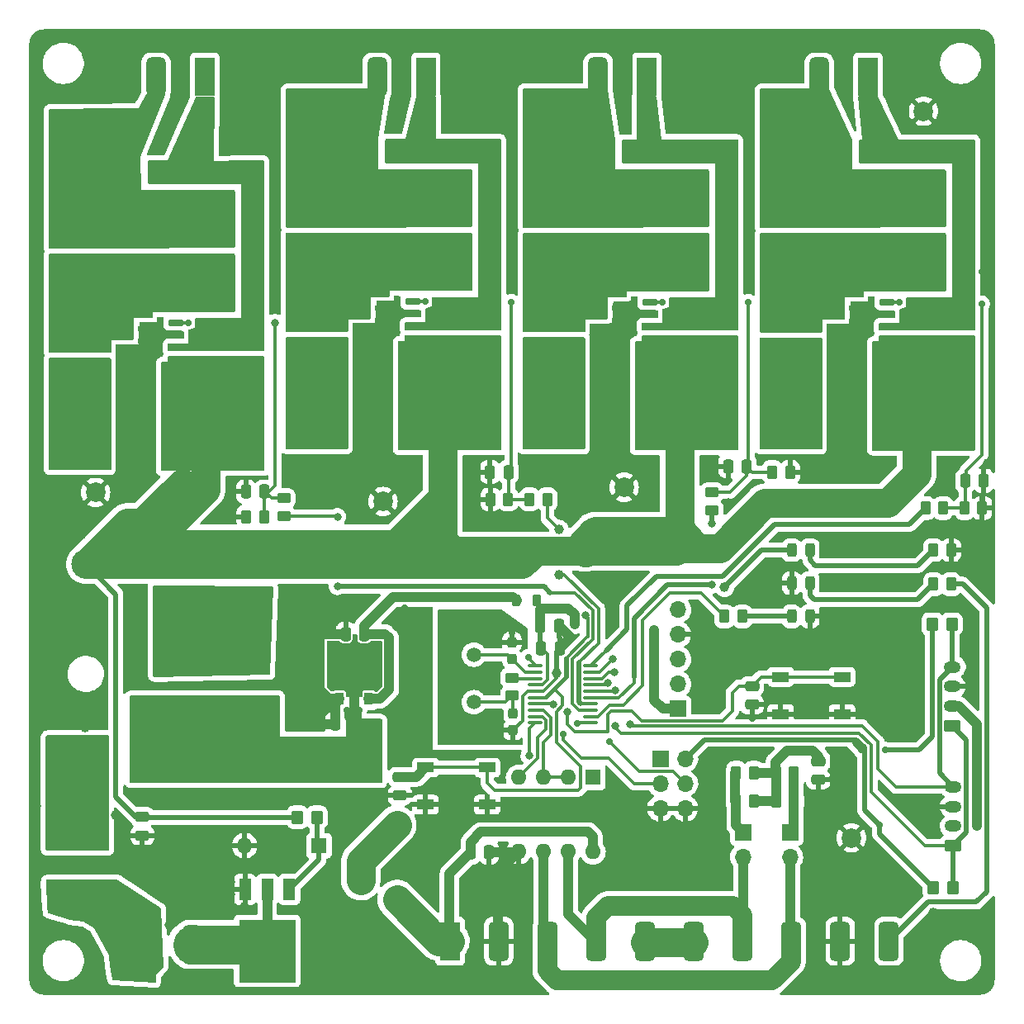
<source format=gbr>
%TF.GenerationSoftware,KiCad,Pcbnew,6.0.4+dfsg-1+b1*%
%TF.CreationDate,2022-10-04T23:39:51+01:00*%
%TF.ProjectId,led-driver,6c65642d-6472-4697-9665-722e6b696361,rev?*%
%TF.SameCoordinates,Original*%
%TF.FileFunction,Copper,L1,Top*%
%TF.FilePolarity,Positive*%
%FSLAX46Y46*%
G04 Gerber Fmt 4.6, Leading zero omitted, Abs format (unit mm)*
G04 Created by KiCad (PCBNEW 6.0.4+dfsg-1+b1) date 2022-10-04 23:39:51*
%MOMM*%
%LPD*%
G01*
G04 APERTURE LIST*
G04 Aperture macros list*
%AMRoundRect*
0 Rectangle with rounded corners*
0 $1 Rounding radius*
0 $2 $3 $4 $5 $6 $7 $8 $9 X,Y pos of 4 corners*
0 Add a 4 corners polygon primitive as box body*
4,1,4,$2,$3,$4,$5,$6,$7,$8,$9,$2,$3,0*
0 Add four circle primitives for the rounded corners*
1,1,$1+$1,$2,$3*
1,1,$1+$1,$4,$5*
1,1,$1+$1,$6,$7*
1,1,$1+$1,$8,$9*
0 Add four rect primitives between the rounded corners*
20,1,$1+$1,$2,$3,$4,$5,0*
20,1,$1+$1,$4,$5,$6,$7,0*
20,1,$1+$1,$6,$7,$8,$9,0*
20,1,$1+$1,$8,$9,$2,$3,0*%
%AMRotRect*
0 Rectangle, with rotation*
0 The origin of the aperture is its center*
0 $1 length*
0 $2 width*
0 $3 Rotation angle, in degrees counterclockwise*
0 Add horizontal line*
21,1,$1,$2,0,0,$3*%
%AMFreePoly0*
4,1,9,3.862500,-0.866500,0.737500,-0.866500,0.737500,-0.450000,-0.737500,-0.450000,-0.737500,0.450000,0.737500,0.450000,0.737500,0.866500,3.862500,0.866500,3.862500,-0.866500,3.862500,-0.866500,$1*%
G04 Aperture macros list end*
%TA.AperFunction,SMDPad,CuDef*%
%ADD10R,0.900000X1.300000*%
%TD*%
%TA.AperFunction,SMDPad,CuDef*%
%ADD11FreePoly0,90.000000*%
%TD*%
%TA.AperFunction,SMDPad,CuDef*%
%ADD12R,1.200000X2.200000*%
%TD*%
%TA.AperFunction,SMDPad,CuDef*%
%ADD13R,5.800000X6.400000*%
%TD*%
%TA.AperFunction,SMDPad,CuDef*%
%ADD14RoundRect,0.250000X-0.262500X-0.450000X0.262500X-0.450000X0.262500X0.450000X-0.262500X0.450000X0*%
%TD*%
%TA.AperFunction,SMDPad,CuDef*%
%ADD15RoundRect,0.150000X0.650000X0.150000X-0.650000X0.150000X-0.650000X-0.150000X0.650000X-0.150000X0*%
%TD*%
%TA.AperFunction,ComponentPad*%
%ADD16C,0.600000*%
%TD*%
%TA.AperFunction,SMDPad,CuDef*%
%ADD17R,2.410000X3.100000*%
%TD*%
%TA.AperFunction,SMDPad,CuDef*%
%ADD18R,1.800000X2.500000*%
%TD*%
%TA.AperFunction,SMDPad,CuDef*%
%ADD19RoundRect,0.250000X0.412500X0.650000X-0.412500X0.650000X-0.412500X-0.650000X0.412500X-0.650000X0*%
%TD*%
%TA.AperFunction,SMDPad,CuDef*%
%ADD20RoundRect,0.250000X1.425000X-0.362500X1.425000X0.362500X-1.425000X0.362500X-1.425000X-0.362500X0*%
%TD*%
%TA.AperFunction,SMDPad,CuDef*%
%ADD21RoundRect,0.250000X0.250000X0.475000X-0.250000X0.475000X-0.250000X-0.475000X0.250000X-0.475000X0*%
%TD*%
%TA.AperFunction,ComponentPad*%
%ADD22R,1.600000X1.600000*%
%TD*%
%TA.AperFunction,ComponentPad*%
%ADD23O,1.600000X1.600000*%
%TD*%
%TA.AperFunction,ComponentPad*%
%ADD24R,2.000000X4.000000*%
%TD*%
%TA.AperFunction,ComponentPad*%
%ADD25RoundRect,0.500000X0.500000X1.500000X-0.500000X1.500000X-0.500000X-1.500000X0.500000X-1.500000X0*%
%TD*%
%TA.AperFunction,SMDPad,CuDef*%
%ADD26RoundRect,0.250000X-0.250000X-0.475000X0.250000X-0.475000X0.250000X0.475000X-0.250000X0.475000X0*%
%TD*%
%TA.AperFunction,SMDPad,CuDef*%
%ADD27R,1.700000X1.000000*%
%TD*%
%TA.AperFunction,ComponentPad*%
%ADD28C,2.000000*%
%TD*%
%TA.AperFunction,SMDPad,CuDef*%
%ADD29RoundRect,0.249999X1.075001X-0.450001X1.075001X0.450001X-1.075001X0.450001X-1.075001X-0.450001X0*%
%TD*%
%TA.AperFunction,ComponentPad*%
%ADD30R,1.700000X1.700000*%
%TD*%
%TA.AperFunction,ComponentPad*%
%ADD31O,1.700000X1.700000*%
%TD*%
%TA.AperFunction,SMDPad,CuDef*%
%ADD32RoundRect,0.145000X-1.605000X1.305000X-1.605000X-1.305000X1.605000X-1.305000X1.605000X1.305000X0*%
%TD*%
%TA.AperFunction,SMDPad,CuDef*%
%ADD33RoundRect,0.250000X-0.475000X0.250000X-0.475000X-0.250000X0.475000X-0.250000X0.475000X0.250000X0*%
%TD*%
%TA.AperFunction,SMDPad,CuDef*%
%ADD34RoundRect,0.250000X0.450000X-0.262500X0.450000X0.262500X-0.450000X0.262500X-0.450000X-0.262500X0*%
%TD*%
%TA.AperFunction,SMDPad,CuDef*%
%ADD35RoundRect,0.243750X0.243750X0.456250X-0.243750X0.456250X-0.243750X-0.456250X0.243750X-0.456250X0*%
%TD*%
%TA.AperFunction,ComponentPad*%
%ADD36C,1.600000*%
%TD*%
%TA.AperFunction,ComponentPad*%
%ADD37RoundRect,0.250000X0.625000X-0.350000X0.625000X0.350000X-0.625000X0.350000X-0.625000X-0.350000X0*%
%TD*%
%TA.AperFunction,ComponentPad*%
%ADD38O,1.750000X1.200000*%
%TD*%
%TA.AperFunction,ComponentPad*%
%ADD39R,2.000000X2.000000*%
%TD*%
%TA.AperFunction,SMDPad,CuDef*%
%ADD40RoundRect,0.218750X0.218750X0.381250X-0.218750X0.381250X-0.218750X-0.381250X0.218750X-0.381250X0*%
%TD*%
%TA.AperFunction,SMDPad,CuDef*%
%ADD41RoundRect,0.250000X-0.350000X-0.450000X0.350000X-0.450000X0.350000X0.450000X-0.350000X0.450000X0*%
%TD*%
%TA.AperFunction,SMDPad,CuDef*%
%ADD42RoundRect,0.250000X0.262500X0.450000X-0.262500X0.450000X-0.262500X-0.450000X0.262500X-0.450000X0*%
%TD*%
%TA.AperFunction,SMDPad,CuDef*%
%ADD43RoundRect,0.237500X-0.237500X0.300000X-0.237500X-0.300000X0.237500X-0.300000X0.237500X0.300000X0*%
%TD*%
%TA.AperFunction,ComponentPad*%
%ADD44C,3.000000*%
%TD*%
%TA.AperFunction,ComponentPad*%
%ADD45RoundRect,0.400000X-0.600000X-1.600000X0.600000X-1.600000X0.600000X1.600000X-0.600000X1.600000X0*%
%TD*%
%TA.AperFunction,ComponentPad*%
%ADD46C,1.500000*%
%TD*%
%TA.AperFunction,SMDPad,CuDef*%
%ADD47RoundRect,0.100000X-0.637500X-0.100000X0.637500X-0.100000X0.637500X0.100000X-0.637500X0.100000X0*%
%TD*%
%TA.AperFunction,SMDPad,CuDef*%
%ADD48RoundRect,0.243750X-0.243750X-0.456250X0.243750X-0.456250X0.243750X0.456250X-0.243750X0.456250X0*%
%TD*%
%TA.AperFunction,ComponentPad*%
%ADD49RoundRect,0.500000X-0.500000X-1.500000X0.500000X-1.500000X0.500000X1.500000X-0.500000X1.500000X0*%
%TD*%
%TA.AperFunction,ComponentPad*%
%ADD50RotRect,2.000000X2.000000X120.000000*%
%TD*%
%TA.AperFunction,SMDPad,CuDef*%
%ADD51RoundRect,0.237500X0.237500X-0.300000X0.237500X0.300000X-0.237500X0.300000X-0.237500X-0.300000X0*%
%TD*%
%TA.AperFunction,ViaPad*%
%ADD52C,0.800000*%
%TD*%
%TA.AperFunction,ViaPad*%
%ADD53C,1.000000*%
%TD*%
%TA.AperFunction,ViaPad*%
%ADD54C,0.700000*%
%TD*%
%TA.AperFunction,Conductor*%
%ADD55C,0.350000*%
%TD*%
%TA.AperFunction,Conductor*%
%ADD56C,1.000000*%
%TD*%
%TA.AperFunction,Conductor*%
%ADD57C,0.500000*%
%TD*%
%TA.AperFunction,Conductor*%
%ADD58C,3.000000*%
%TD*%
%TA.AperFunction,Conductor*%
%ADD59C,4.000000*%
%TD*%
%TA.AperFunction,Conductor*%
%ADD60C,2.000000*%
%TD*%
G04 APERTURE END LIST*
D10*
%TO.P,U5,1,GND*%
%TO.N,GND*%
X32300000Y-69150000D03*
D11*
%TO.P,U5,2,VI*%
%TO.N,/Power/3V3_REG_IN*%
X33800000Y-69062500D03*
D10*
%TO.P,U5,3,VO*%
%TO.N,Net-(C19-Pad1)*%
X35300000Y-69150000D03*
%TD*%
D12*
%TO.P,Q1,1,G*%
%TO.N,/Power/REV_POL_GATE*%
X27180000Y-88700000D03*
D13*
%TO.P,Q1,2,D*%
%TO.N,/Power/Vin_Conn-*%
X24900000Y-95000000D03*
D12*
X24900000Y-88700000D03*
%TO.P,Q1,3,S*%
%TO.N,GND*%
X22620000Y-88700000D03*
%TD*%
D14*
%TO.P,R10,1*%
%TO.N,LED3_CTRL*%
X92387500Y-49600000D03*
%TO.P,R10,2*%
%TO.N,Net-(C14-Pad1)*%
X94212500Y-49600000D03*
%TD*%
D15*
%TO.P,U4,1,Vin*%
%TO.N,Vin*%
X88440000Y-32305000D03*
%TO.P,U4,2,Isense*%
%TO.N,/LED3+*%
X88440000Y-31035000D03*
%TO.P,U4,3,AGND*%
%TO.N,GND*%
X88440000Y-29765000D03*
%TO.P,U4,4,Vset*%
%TO.N,Net-(C14-Pad1)*%
X88440000Y-28495000D03*
%TO.P,U4,5,LX*%
%TO.N,/LX3*%
X83140000Y-28495000D03*
%TO.P,U4,6,LX*%
X83140000Y-29765000D03*
%TO.P,U4,7,PGND*%
%TO.N,GND*%
X83140000Y-31035000D03*
%TO.P,U4,8,PGND*%
X83140000Y-32305000D03*
D16*
%TO.P,U4,9,Pad*%
X86745000Y-30400000D03*
X84835000Y-30400000D03*
X84835000Y-29100000D03*
D17*
X85790000Y-30400000D03*
D16*
X86745000Y-31700000D03*
X84835000Y-31700000D03*
X86745000Y-29100000D03*
%TD*%
D18*
%TO.P,D3,1,K*%
%TO.N,Vin*%
X55500000Y-33875000D03*
%TO.P,D3,2,A*%
%TO.N,/LX2*%
X55500000Y-29875000D03*
%TD*%
D19*
%TO.P,C8,1*%
%TO.N,Vin*%
X39662500Y-34790000D03*
%TO.P,C8,2*%
%TO.N,GND*%
X36537500Y-34790000D03*
%TD*%
D20*
%TO.P,REF\u002A\u002A,1*%
%TO.N,Vin*%
X22400000Y-36962500D03*
%TO.P,REF\u002A\u002A,2*%
%TO.N,/LED0+*%
X22400000Y-31037500D03*
%TD*%
D15*
%TO.P,U3,1,Vin*%
%TO.N,Vin*%
X64140000Y-32280000D03*
%TO.P,U3,2,Isense*%
%TO.N,/LED2+*%
X64140000Y-31010000D03*
%TO.P,U3,3,AGND*%
%TO.N,GND*%
X64140000Y-29740000D03*
%TO.P,U3,4,Vset*%
%TO.N,Net-(C11-Pad1)*%
X64140000Y-28470000D03*
%TO.P,U3,5,LX*%
%TO.N,/LX2*%
X58840000Y-28470000D03*
%TO.P,U3,6,LX*%
X58840000Y-29740000D03*
%TO.P,U3,7,PGND*%
%TO.N,GND*%
X58840000Y-31010000D03*
%TO.P,U3,8,PGND*%
X58840000Y-32280000D03*
D17*
%TO.P,U3,9,Pad*%
X61490000Y-30375000D03*
D16*
X62445000Y-30375000D03*
X62445000Y-29075000D03*
X60535000Y-31675000D03*
X62445000Y-31675000D03*
X60535000Y-29075000D03*
X60535000Y-30375000D03*
%TD*%
D14*
%TO.P,R24,1*%
%TO.N,/micro/Indicator_LED*%
X71787500Y-60700000D03*
%TO.P,R24,2*%
%TO.N,Net-(D10-Pad2)*%
X73612500Y-60700000D03*
%TD*%
D19*
%TO.P,C9,1*%
%TO.N,/LED2+*%
X62362500Y-13075000D03*
%TO.P,C9,2*%
%TO.N,Net-(C9-Pad2)*%
X59237500Y-13075000D03*
%TD*%
D21*
%TO.P,C18,1*%
%TO.N,/Power/3V3_REG_IN*%
X33750000Y-71700000D03*
%TO.P,C18,2*%
%TO.N,GND*%
X31850000Y-71700000D03*
%TD*%
D14*
%TO.P,R12,1*%
%TO.N,Net-(C14-Pad1)*%
X96387500Y-49600000D03*
%TO.P,R12,2*%
%TO.N,GND*%
X98212500Y-49600000D03*
%TD*%
D22*
%TO.P,D5,1,K*%
%TO.N,Net-(D5-Pad1)*%
X38200000Y-82090000D03*
D23*
%TO.P,D5,2,A*%
%TO.N,RS485_PWR*%
X38200000Y-89710000D03*
%TD*%
D24*
%TO.P,J1,1,Pin_1*%
%TO.N,/LED0+*%
X18500000Y-5400000D03*
D25*
%TO.P,J1,2,Pin_2*%
%TO.N,/LED0-*%
X13500000Y-5400000D03*
%TD*%
D26*
%TO.P,C14,1*%
%TO.N,Net-(C14-Pad1)*%
X96450000Y-46800000D03*
%TO.P,C14,2*%
%TO.N,GND*%
X98350000Y-46800000D03*
%TD*%
D27*
%TO.P,SW2,1,1*%
%TO.N,GND*%
X41150000Y-80000000D03*
X47450000Y-80000000D03*
%TO.P,SW2,2,2*%
%TO.N,NRST*%
X47450000Y-76200000D03*
X41150000Y-76200000D03*
%TD*%
D28*
%TO.P,,1*%
%TO.N,GND*%
X84800000Y-83400000D03*
%TD*%
D29*
%TO.P,R1,1*%
%TO.N,Vin*%
X18600000Y-36800000D03*
%TO.P,R1,2*%
%TO.N,/LED0+*%
X18600000Y-32000000D03*
%TD*%
D30*
%TO.P,JP2,1,A*%
%TO.N,Net-(JP2-Pad1)*%
X78500000Y-82825000D03*
D31*
%TO.P,JP2,2,B*%
%TO.N,RS485_H*%
X78500000Y-85365000D03*
%TD*%
D32*
%TO.P,L4,1,1*%
%TO.N,Net-(C10-Pad2)*%
X83600000Y-16700000D03*
%TO.P,L4,2,2*%
%TO.N,/LX3*%
X83600000Y-25700000D03*
%TD*%
D29*
%TO.P,R7,1*%
%TO.N,Vin*%
X67200000Y-34675000D03*
%TO.P,R7,2*%
%TO.N,/LED2+*%
X67200000Y-29875000D03*
%TD*%
D33*
%TO.P,C28,1*%
%TO.N,NRST*%
X38500000Y-77150000D03*
%TO.P,C28,2*%
%TO.N,GND*%
X38500000Y-79050000D03*
%TD*%
D22*
%TO.P,D9,1,K*%
%TO.N,/Power/REV_POL_GATE*%
X30210000Y-84200000D03*
D23*
%TO.P,D9,2,A*%
%TO.N,GND*%
X22590000Y-84200000D03*
%TD*%
D26*
%TO.P,C26,1*%
%TO.N,+3V3*%
X52900000Y-61700000D03*
%TO.P,C26,2*%
%TO.N,GND*%
X54800000Y-61700000D03*
%TD*%
D34*
%TO.P,REF\u002A\u002A,1*%
%TO.N,Vin*%
X70100000Y-32612500D03*
%TO.P,REF\u002A\u002A,2*%
%TO.N,/LED2+*%
X70100000Y-30787500D03*
%TD*%
D35*
%TO.P,D8,1,K*%
%TO.N,Net-(D8-Pad1)*%
X80537500Y-53900000D03*
%TO.P,D8,2,A*%
%TO.N,Vin*%
X78662500Y-53900000D03*
%TD*%
D34*
%TO.P,REF\u002A\u002A,1*%
%TO.N,Vin*%
X21400000Y-34712500D03*
%TO.P,REF\u002A\u002A,2*%
%TO.N,/LED0+*%
X21400000Y-32887500D03*
%TD*%
D36*
%TO.P,R16,1*%
%TO.N,Net-(D6-Pad1)*%
X23200000Y-62350000D03*
D23*
%TO.P,R16,2*%
%TO.N,/Power/3V3_REG_IN*%
X23200000Y-75050000D03*
%TD*%
D36*
%TO.P,R14,1*%
%TO.N,Net-(D6-Pad1)*%
X14700000Y-62350000D03*
D23*
%TO.P,R14,2*%
%TO.N,/Power/3V3_REG_IN*%
X14700000Y-75050000D03*
%TD*%
D19*
%TO.P,C2,1*%
%TO.N,/LED1+*%
X38062500Y-13050000D03*
%TO.P,C2,2*%
%TO.N,Net-(C2-Pad2)*%
X34937500Y-13050000D03*
%TD*%
D37*
%TO.P,J9,1,Pin_1*%
%TO.N,SDA*%
X95150000Y-71900000D03*
D38*
%TO.P,J9,2,Pin_2*%
%TO.N,Net-(J8-Pad2)*%
X95150000Y-69900000D03*
%TO.P,J9,3,Pin_3*%
%TO.N,GND*%
X95150000Y-67900000D03*
%TO.P,J9,4,Pin_4*%
%TO.N,SCL*%
X95150000Y-65900000D03*
%TD*%
D34*
%TO.P,REF\u002A\u002A,1*%
%TO.N,Vin*%
X72100000Y-32612500D03*
%TO.P,REF\u002A\u002A,2*%
%TO.N,/LED2+*%
X72100000Y-30787500D03*
%TD*%
D20*
%TO.P,REF\u002A\u002A,1*%
%TO.N,Vin*%
X95300000Y-34862500D03*
%TO.P,REF\u002A\u002A,2*%
%TO.N,/LED3+*%
X95300000Y-28937500D03*
%TD*%
D35*
%TO.P,D10,1,K*%
%TO.N,GND*%
X80537500Y-60700000D03*
%TO.P,D10,2,A*%
%TO.N,Net-(D10-Pad2)*%
X78662500Y-60700000D03*
%TD*%
D34*
%TO.P,R9,1*%
%TO.N,LED2_CTRL*%
X70500000Y-49812500D03*
%TO.P,R9,2*%
%TO.N,Net-(C11-Pad1)*%
X70500000Y-47987500D03*
%TD*%
D32*
%TO.P,L2,1,1*%
%TO.N,Net-(C2-Pad2)*%
X35000000Y-16650000D03*
%TO.P,L2,2,2*%
%TO.N,/LX1*%
X35000000Y-25650000D03*
%TD*%
D39*
%TO.P,C29,1*%
%TO.N,Vin*%
X61500000Y-52467677D03*
D28*
%TO.P,C29,2*%
%TO.N,GND*%
X61500000Y-47467677D03*
%TD*%
D30*
%TO.P,J7,1,Pin_1*%
%TO.N,+3V3*%
X67000000Y-70175000D03*
D31*
%TO.P,J7,2,Pin_2*%
%TO.N,SWDIO*%
X67000000Y-67635000D03*
%TO.P,J7,3,Pin_3*%
%TO.N,SWCLK*%
X67000000Y-65095000D03*
%TO.P,J7,4,Pin_4*%
%TO.N,GND*%
X67000000Y-62555000D03*
%TO.P,J7,5,Pin_5*%
%TO.N,NRST*%
X67000000Y-60015000D03*
%TD*%
D30*
%TO.P,J10,1,Pin_1*%
%TO.N,+3V3*%
X65200000Y-75300000D03*
D31*
%TO.P,J10,2,Pin_2*%
X67740000Y-75300000D03*
%TO.P,J10,3,Pin_3*%
%TO.N,GPIO_PB7*%
X65200000Y-77840000D03*
%TO.P,J10,4,Pin_4*%
%TO.N,GPIO_PA4*%
X67740000Y-77840000D03*
%TO.P,J10,5,Pin_5*%
%TO.N,GND*%
X65200000Y-80380000D03*
%TO.P,J10,6,Pin_6*%
X67740000Y-80380000D03*
%TD*%
D19*
%TO.P,C1,1*%
%TO.N,/LED0+*%
X13762500Y-15200000D03*
%TO.P,C1,2*%
%TO.N,/LED0-*%
X10637500Y-15200000D03*
%TD*%
D34*
%TO.P,R3,1*%
%TO.N,LED0_CTRL*%
X26600000Y-50412500D03*
%TO.P,R3,2*%
%TO.N,Net-(C3-Pad1)*%
X26600000Y-48587500D03*
%TD*%
D36*
%TO.P,R13,1*%
%TO.N,/Power/3V3_REG_IN*%
X34500000Y-75100000D03*
D23*
%TO.P,R13,2*%
%TO.N,Net-(D5-Pad1)*%
X34500000Y-87800000D03*
%TD*%
D34*
%TO.P,REF\u002A\u002A,1*%
%TO.N,Vin*%
X94300000Y-32612500D03*
%TO.P,REF\u002A\u002A,2*%
%TO.N,/LED3+*%
X94300000Y-30787500D03*
%TD*%
D19*
%TO.P,C10,1*%
%TO.N,/LED3+*%
X86662500Y-13100000D03*
%TO.P,C10,2*%
%TO.N,Net-(C10-Pad2)*%
X83537500Y-13100000D03*
%TD*%
D22*
%TO.P,D6,1,K*%
%TO.N,Net-(D6-Pad1)*%
X18900000Y-62410000D03*
D23*
%TO.P,D6,2,A*%
%TO.N,Vin*%
X18900000Y-54790000D03*
%TD*%
D18*
%TO.P,D1,1,K*%
%TO.N,Vin*%
X6900000Y-36000000D03*
%TO.P,D1,2,A*%
%TO.N,/LX0*%
X6900000Y-32000000D03*
%TD*%
D19*
%TO.P,C12,1*%
%TO.N,Vin*%
X63962500Y-37275000D03*
%TO.P,C12,2*%
%TO.N,GND*%
X60837500Y-37275000D03*
%TD*%
%TO.P,C15,1*%
%TO.N,Vin*%
X88262500Y-37300000D03*
%TO.P,C15,2*%
%TO.N,GND*%
X85137500Y-37300000D03*
%TD*%
D21*
%TO.P,C11,1*%
%TO.N,Net-(C11-Pad1)*%
X74050000Y-45300000D03*
%TO.P,C11,2*%
%TO.N,GND*%
X72150000Y-45300000D03*
%TD*%
D40*
%TO.P,FB1,1*%
%TO.N,+3V3*%
X52562500Y-59100000D03*
%TO.P,FB1,2*%
%TO.N,Net-(C19-Pad1)*%
X50437500Y-59100000D03*
%TD*%
D19*
%TO.P,C4,1*%
%TO.N,Vin*%
X15362500Y-39400000D03*
%TO.P,C4,2*%
%TO.N,GND*%
X12237500Y-39400000D03*
%TD*%
D37*
%TO.P,J8,1,Pin_1*%
%TO.N,SDA*%
X95250000Y-84200000D03*
D38*
%TO.P,J8,2,Pin_2*%
%TO.N,Net-(J8-Pad2)*%
X95250000Y-82200000D03*
%TO.P,J8,3,Pin_3*%
%TO.N,GND*%
X95250000Y-80200000D03*
%TO.P,J8,4,Pin_4*%
%TO.N,SCL*%
X95250000Y-78200000D03*
%TD*%
D33*
%TO.P,C23,1*%
%TO.N,Button*%
X74600000Y-67850000D03*
%TO.P,C23,2*%
%TO.N,GND*%
X74600000Y-69750000D03*
%TD*%
D14*
%TO.P,R20,1*%
%TO.N,Net-(JP1-Pad1)*%
X72987500Y-79625000D03*
%TO.P,R20,2*%
%TO.N,Net-(C22-Pad1)*%
X74812500Y-79625000D03*
%TD*%
D18*
%TO.P,D4,1,K*%
%TO.N,Vin*%
X79800000Y-33900000D03*
%TO.P,D4,2,A*%
%TO.N,/LX3*%
X79800000Y-29900000D03*
%TD*%
D32*
%TO.P,L3,1,1*%
%TO.N,Net-(C9-Pad2)*%
X59300000Y-16675000D03*
%TO.P,L3,2,2*%
%TO.N,/LX2*%
X59300000Y-25675000D03*
%TD*%
D28*
%TO.P,,1*%
%TO.N,GND*%
X7300000Y-48000000D03*
%TD*%
D34*
%TO.P,REF\u002A\u002A,1*%
%TO.N,Vin*%
X45800000Y-32512500D03*
%TO.P,REF\u002A\u002A,2*%
%TO.N,/LED1+*%
X45800000Y-30687500D03*
%TD*%
D14*
%TO.P,R18,1*%
%TO.N,Net-(D8-Pad1)*%
X93187500Y-53900000D03*
%TO.P,R18,2*%
%TO.N,GND*%
X95012500Y-53900000D03*
%TD*%
D33*
%TO.P,C17,1*%
%TO.N,Vin*%
X12100000Y-81250000D03*
%TO.P,C17,2*%
%TO.N,GND*%
X12100000Y-83150000D03*
%TD*%
D41*
%TO.P,R25,1*%
%TO.N,+3V3*%
X93200000Y-88500000D03*
%TO.P,R25,2*%
%TO.N,SDA*%
X95200000Y-88500000D03*
%TD*%
D27*
%TO.P,SW1,1,1*%
%TO.N,GND*%
X83850000Y-70700000D03*
X77550000Y-70700000D03*
%TO.P,SW1,2,2*%
%TO.N,Button*%
X83850000Y-66900000D03*
X77550000Y-66900000D03*
%TD*%
D15*
%TO.P,U2,1,Vin*%
%TO.N,Vin*%
X39840000Y-32255000D03*
%TO.P,U2,2,Isense*%
%TO.N,/LED1+*%
X39840000Y-30985000D03*
%TO.P,U2,3,AGND*%
%TO.N,GND*%
X39840000Y-29715000D03*
%TO.P,U2,4,Vset*%
%TO.N,Net-(C6-Pad1)*%
X39840000Y-28445000D03*
%TO.P,U2,5,LX*%
%TO.N,/LX1*%
X34540000Y-28445000D03*
%TO.P,U2,6,LX*%
X34540000Y-29715000D03*
%TO.P,U2,7,PGND*%
%TO.N,GND*%
X34540000Y-30985000D03*
%TO.P,U2,8,PGND*%
X34540000Y-32255000D03*
D17*
%TO.P,U2,9,Pad*%
X37190000Y-30350000D03*
D16*
X36235000Y-29050000D03*
X38145000Y-30350000D03*
X38145000Y-29050000D03*
X38145000Y-31650000D03*
X36235000Y-31650000D03*
X36235000Y-30350000D03*
%TD*%
D19*
%TO.P,C13,1*%
%TO.N,Vin*%
X63962500Y-34815000D03*
%TO.P,C13,2*%
%TO.N,GND*%
X60837500Y-34815000D03*
%TD*%
D42*
%TO.P,R4,1*%
%TO.N,LED1_CTRL*%
X53625000Y-48690000D03*
%TO.P,R4,2*%
%TO.N,Net-(C6-Pad1)*%
X51800000Y-48690000D03*
%TD*%
D43*
%TO.P,C24,1*%
%TO.N,Net-(C24-Pad1)*%
X50100000Y-70637500D03*
%TO.P,C24,2*%
%TO.N,GND*%
X50100000Y-72362500D03*
%TD*%
D28*
%TO.P,TH1,1*%
%TO.N,/Power/Vin_Conn+*%
X5100000Y-90150000D03*
%TO.P,TH1,2*%
%TO.N,Net-(F1-Pad1)*%
X5100000Y-82650000D03*
%TD*%
D42*
%TO.P,R6,1*%
%TO.N,Net-(C6-Pad1)*%
X49612500Y-48700000D03*
%TO.P,R6,2*%
%TO.N,GND*%
X47787500Y-48700000D03*
%TD*%
D30*
%TO.P,JP1,1,A*%
%TO.N,Net-(JP1-Pad1)*%
X73700000Y-82825000D03*
D31*
%TO.P,JP1,2,B*%
%TO.N,RS485_L*%
X73700000Y-85365000D03*
%TD*%
D41*
%TO.P,R15,1*%
%TO.N,Vin*%
X28000000Y-81300000D03*
%TO.P,R15,2*%
%TO.N,/Power/REV_POL_GATE*%
X30000000Y-81300000D03*
%TD*%
D21*
%TO.P,C6,1*%
%TO.N,Net-(C6-Pad1)*%
X49650000Y-45900000D03*
%TO.P,C6,2*%
%TO.N,GND*%
X47750000Y-45900000D03*
%TD*%
D34*
%TO.P,REF\u002A\u002A,1*%
%TO.N,Vin*%
X96300000Y-32612500D03*
%TO.P,REF\u002A\u002A,2*%
%TO.N,/LED3+*%
X96300000Y-30787500D03*
%TD*%
D44*
%TO.P,F1,1*%
%TO.N,Net-(F1-Pad1)*%
X6300000Y-77850000D03*
%TO.P,F1,2*%
%TO.N,Vin*%
X6300000Y-55350000D03*
%TD*%
D19*
%TO.P,C7,1*%
%TO.N,Vin*%
X39662500Y-37250000D03*
%TO.P,C7,2*%
%TO.N,GND*%
X36537500Y-37250000D03*
%TD*%
D14*
%TO.P,R19,1*%
%TO.N,Net-(JP1-Pad1)*%
X72987500Y-76725000D03*
%TO.P,R19,2*%
%TO.N,Net-(C22-Pad1)*%
X74812500Y-76725000D03*
%TD*%
D24*
%TO.P,J6,1,Pin_1*%
%TO.N,RS485_PWR*%
X43650000Y-94000000D03*
D45*
%TO.P,J6,2,Pin_2*%
%TO.N,GND*%
X48650000Y-94000000D03*
%TO.P,J6,3,Pin_3*%
%TO.N,RS485_H*%
X53650000Y-94000000D03*
%TO.P,J6,4,Pin_4*%
%TO.N,RS485_L*%
X58650000Y-94000000D03*
%TO.P,J6,5,Pin_5*%
%TO.N,RS485_SHIELD*%
X63650000Y-94000000D03*
%TO.P,J6,6,Pin_6*%
X68650000Y-94000000D03*
%TO.P,J6,7,Pin_7*%
%TO.N,RS485_L*%
X73650000Y-94000000D03*
%TO.P,J6,8,Pin_8*%
%TO.N,RS485_H*%
X78650000Y-94000000D03*
%TO.P,J6,9,Pin_9*%
%TO.N,GND*%
X83650000Y-94000000D03*
%TO.P,J6,10,Pin_10*%
%TO.N,RS485_PWR*%
X88650000Y-94000000D03*
%TD*%
D21*
%TO.P,C19,1*%
%TO.N,Net-(C19-Pad1)*%
X34850000Y-62500000D03*
%TO.P,C19,2*%
%TO.N,GND*%
X32950000Y-62500000D03*
%TD*%
D46*
%TO.P,Y1,1,1*%
%TO.N,Net-(C24-Pad1)*%
X46100000Y-69500000D03*
%TO.P,Y1,2,2*%
%TO.N,OSC_IN*%
X46100000Y-64620000D03*
%TD*%
D22*
%TO.P,U6,1,RO*%
%TO.N,RX*%
X58300000Y-77200000D03*
D23*
%TO.P,U6,2,~{RE}*%
%TO.N,DE*%
X55760000Y-77200000D03*
%TO.P,U6,3,DE*%
X53220000Y-77200000D03*
%TO.P,U6,4,DI*%
%TO.N,TX*%
X50680000Y-77200000D03*
%TO.P,U6,5,GND*%
%TO.N,GND*%
X50680000Y-84820000D03*
%TO.P,U6,6,A*%
%TO.N,RS485_H*%
X53220000Y-84820000D03*
%TO.P,U6,7,B*%
%TO.N,RS485_L*%
X55760000Y-84820000D03*
%TO.P,U6,8,VCC*%
%TO.N,RS485_PWR*%
X58300000Y-84820000D03*
%TD*%
D47*
%TO.P,U7,1,PB7/8*%
%TO.N,GPIO_PB7*%
X52337500Y-65775000D03*
%TO.P,U7,2,OSC_In*%
%TO.N,OSC_IN*%
X52337500Y-66425000D03*
%TO.P,U7,3,OSC_Out*%
%TO.N,OSC_OUT*%
X52337500Y-67075000D03*
%TO.P,U7,4,Vdd*%
%TO.N,+3V3*%
X52337500Y-67725000D03*
%TO.P,U7,5,Vss*%
%TO.N,GND*%
X52337500Y-68375000D03*
%TO.P,U7,6,NRST*%
%TO.N,NRST*%
X52337500Y-69025000D03*
%TO.P,U7,7,PA0*%
%TO.N,Button*%
X52337500Y-69675000D03*
%TO.P,U7,8,PA1*%
%TO.N,DE*%
X52337500Y-70325000D03*
%TO.P,U7,9,PA2*%
%TO.N,TX*%
X52337500Y-70975000D03*
%TO.P,U7,10,PA3*%
%TO.N,RX*%
X52337500Y-71625000D03*
%TO.P,U7,11,PA4*%
%TO.N,GPIO_PA4*%
X58062500Y-71625000D03*
%TO.P,U7,12,PA5*%
%TO.N,/micro/Indicator_LED*%
X58062500Y-70975000D03*
%TO.P,U7,13,PA6*%
%TO.N,LED0_CTRL*%
X58062500Y-70325000D03*
%TO.P,U7,14,PA7*%
%TO.N,LED1_CTRL*%
X58062500Y-69675000D03*
%TO.P,U7,15,PB0\u002C1\u002C2\u002CPA8*%
%TO.N,LED2_CTRL*%
X58062500Y-69025000D03*
%TO.P,U7,16,PA11/9*%
%TO.N,SCL*%
X58062500Y-68375000D03*
%TO.P,U7,17,PA12/10*%
%TO.N,SDA*%
X58062500Y-67725000D03*
%TO.P,U7,18,PA13*%
%TO.N,SWDIO*%
X58062500Y-67075000D03*
%TO.P,U7,19,PA415\u002C14-BOOT0*%
%TO.N,SWCLK*%
X58062500Y-66425000D03*
%TO.P,U7,20,PB3\u002C4\u002C5\u002C6*%
%TO.N,LED3_CTRL*%
X58062500Y-65775000D03*
%TD*%
D24*
%TO.P,J4,1,Pin_1*%
%TO.N,/LED3+*%
X86500000Y-5400000D03*
D25*
%TO.P,J4,2,Pin_2*%
%TO.N,Net-(C10-Pad2)*%
X81500000Y-5400000D03*
%TD*%
D34*
%TO.P,REF\u002A\u002A,1*%
%TO.N,Vin*%
X23400000Y-34712500D03*
%TO.P,REF\u002A\u002A,2*%
%TO.N,/LED0+*%
X23400000Y-32887500D03*
%TD*%
D48*
%TO.P,D7,1,K*%
%TO.N,GND*%
X78662500Y-57300000D03*
%TO.P,D7,2,A*%
%TO.N,Net-(D7-Pad2)*%
X80537500Y-57300000D03*
%TD*%
D15*
%TO.P,U1,1,Vin*%
%TO.N,Vin*%
X15540000Y-34405000D03*
%TO.P,U1,2,Isense*%
%TO.N,/LED0+*%
X15540000Y-33135000D03*
%TO.P,U1,3,AGND*%
%TO.N,GND*%
X15540000Y-31865000D03*
%TO.P,U1,4,Vset*%
%TO.N,Net-(C3-Pad1)*%
X15540000Y-30595000D03*
%TO.P,U1,5,LX*%
%TO.N,/LX0*%
X10240000Y-30595000D03*
%TO.P,U1,6,LX*%
X10240000Y-31865000D03*
%TO.P,U1,7,PGND*%
%TO.N,GND*%
X10240000Y-33135000D03*
%TO.P,U1,8,PGND*%
X10240000Y-34405000D03*
D16*
%TO.P,U1,9,Pad*%
X11935000Y-32500000D03*
D17*
X12890000Y-32500000D03*
D16*
X13845000Y-31200000D03*
X11935000Y-33800000D03*
X11935000Y-31200000D03*
X13845000Y-33800000D03*
X13845000Y-32500000D03*
%TD*%
D20*
%TO.P,REF\u002A\u002A,1*%
%TO.N,Vin*%
X71100000Y-34862500D03*
%TO.P,REF\u002A\u002A,2*%
%TO.N,/LED2+*%
X71100000Y-28937500D03*
%TD*%
D42*
%TO.P,R17,1*%
%TO.N,RS485_PWR*%
X95012500Y-57400000D03*
%TO.P,R17,2*%
%TO.N,Net-(D7-Pad2)*%
X93187500Y-57400000D03*
%TD*%
D14*
%TO.P,R21,1*%
%TO.N,Net-(C22-Pad1)*%
X77087500Y-76725000D03*
%TO.P,R21,2*%
%TO.N,Net-(JP2-Pad1)*%
X78912500Y-76725000D03*
%TD*%
D19*
%TO.P,C5,1*%
%TO.N,Vin*%
X15362500Y-36940000D03*
%TO.P,C5,2*%
%TO.N,GND*%
X12237500Y-36940000D03*
%TD*%
D28*
%TO.P,,1*%
%TO.N,GND*%
X92200000Y-8900000D03*
%TD*%
D20*
%TO.P,REF\u002A\u002A,1*%
%TO.N,Vin*%
X46800000Y-34762500D03*
%TO.P,REF\u002A\u002A,2*%
%TO.N,/LED1+*%
X46800000Y-28837500D03*
%TD*%
D33*
%TO.P,C22,1*%
%TO.N,Net-(C22-Pad1)*%
X81400000Y-75550000D03*
%TO.P,C22,2*%
%TO.N,GND*%
X81400000Y-77450000D03*
%TD*%
D34*
%TO.P,R23,1*%
%TO.N,Net-(C24-Pad1)*%
X50000000Y-68812500D03*
%TO.P,R23,2*%
%TO.N,OSC_OUT*%
X50000000Y-66987500D03*
%TD*%
D24*
%TO.P,J2,1,Pin_1*%
%TO.N,/LED1+*%
X41166666Y-5400000D03*
D25*
%TO.P,J2,2,Pin_2*%
%TO.N,Net-(C2-Pad2)*%
X36166666Y-5400000D03*
%TD*%
D24*
%TO.P,J3,1,Pin_1*%
%TO.N,/LED2+*%
X63833332Y-5400000D03*
D25*
%TO.P,J3,2,Pin_2*%
%TO.N,Net-(C9-Pad2)*%
X58833332Y-5400000D03*
%TD*%
D14*
%TO.P,R11,1*%
%TO.N,Net-(C11-Pad1)*%
X76687500Y-45900000D03*
%TO.P,R11,2*%
%TO.N,GND*%
X78512500Y-45900000D03*
%TD*%
D26*
%TO.P,C21,1*%
%TO.N,RS485_PWR*%
X45750000Y-84900000D03*
%TO.P,C21,2*%
%TO.N,GND*%
X47650000Y-84900000D03*
%TD*%
D29*
%TO.P,R8,1*%
%TO.N,Vin*%
X91500000Y-34700000D03*
%TO.P,R8,2*%
%TO.N,/LED3+*%
X91500000Y-29900000D03*
%TD*%
D14*
%TO.P,R22,1*%
%TO.N,Net-(C22-Pad1)*%
X77087500Y-79625000D03*
%TO.P,R22,2*%
%TO.N,Net-(JP2-Pad1)*%
X78912500Y-79625000D03*
%TD*%
D24*
%TO.P,J5,1,Pin_1*%
%TO.N,/Power/Vin_Conn+*%
X12200000Y-94350000D03*
D49*
%TO.P,J5,2,Pin_2*%
%TO.N,/Power/Vin_Conn-*%
X17200000Y-94350000D03*
%TD*%
D29*
%TO.P,R2,1*%
%TO.N,Vin*%
X42900000Y-34650000D03*
%TO.P,R2,2*%
%TO.N,/LED1+*%
X42900000Y-29850000D03*
%TD*%
D21*
%TO.P,C3,1*%
%TO.N,Net-(C3-Pad1)*%
X24637500Y-47900000D03*
%TO.P,C3,2*%
%TO.N,GND*%
X22737500Y-47900000D03*
%TD*%
D50*
%TO.P,C20,1*%
%TO.N,Vin*%
X39275000Y-53253685D03*
D28*
%TO.P,C20,2*%
%TO.N,GND*%
X36775000Y-48923558D03*
%TD*%
D42*
%TO.P,R5,1*%
%TO.N,Net-(C3-Pad1)*%
X24600000Y-50500000D03*
%TO.P,R5,2*%
%TO.N,GND*%
X22775000Y-50500000D03*
%TD*%
D51*
%TO.P,C25,1*%
%TO.N,OSC_IN*%
X50000000Y-65062500D03*
%TO.P,C25,2*%
%TO.N,GND*%
X50000000Y-63337500D03*
%TD*%
D26*
%TO.P,C27,1*%
%TO.N,+3V3*%
X53000000Y-64000000D03*
%TO.P,C27,2*%
%TO.N,GND*%
X54900000Y-64000000D03*
%TD*%
D41*
%TO.P,R26,1*%
%TO.N,+3V3*%
X93100000Y-61500000D03*
%TO.P,R26,2*%
%TO.N,SCL*%
X95100000Y-61500000D03*
%TD*%
D34*
%TO.P,REF\u002A\u002A,1*%
%TO.N,Vin*%
X47800000Y-32512500D03*
%TO.P,REF\u002A\u002A,2*%
%TO.N,/LED1+*%
X47800000Y-30687500D03*
%TD*%
D32*
%TO.P,L1,1,1*%
%TO.N,/LED0-*%
X10700000Y-18800000D03*
%TO.P,L1,2,2*%
%TO.N,/LX0*%
X10700000Y-27800000D03*
%TD*%
D18*
%TO.P,D2,1,K*%
%TO.N,Vin*%
X31200000Y-33850000D03*
%TO.P,D2,2,A*%
%TO.N,/LX1*%
X31200000Y-29850000D03*
%TD*%
D19*
%TO.P,C16,1*%
%TO.N,Vin*%
X88262500Y-34840000D03*
%TO.P,C16,2*%
%TO.N,GND*%
X85137500Y-34840000D03*
%TD*%
D52*
%TO.N,RX*%
X51785793Y-74998897D03*
D53*
%TO.N,GND*%
X4900000Y-86300000D03*
D54*
X48600000Y-61200000D03*
X46000000Y-73200000D03*
X48600000Y-73100000D03*
D53*
X59200000Y-35100000D03*
X12000000Y-84600000D03*
X12300000Y-41400000D03*
X98000000Y-91900000D03*
X91000000Y-63600000D03*
D54*
X46200000Y-60800000D03*
D53*
X18900000Y-79100000D03*
D54*
X70800000Y-45900000D03*
D53*
X54600000Y-66500000D03*
X49100000Y-5200000D03*
D54*
X98200000Y-25400000D03*
D53*
X59200000Y-37400000D03*
D54*
X1300000Y-13000000D03*
D53*
X6100000Y-61900000D03*
X22600000Y-90500000D03*
X72200000Y-49100000D03*
X23500000Y-86600000D03*
X21100000Y-86600000D03*
X1200000Y-80100000D03*
X83500000Y-35100000D03*
X14900000Y-92300000D03*
X87600000Y-46400000D03*
X56000000Y-62900000D03*
X60400000Y-57500000D03*
X80700000Y-68800000D03*
D54*
X70400000Y-70200000D03*
D53*
X83000000Y-77200000D03*
D54*
X29200000Y-67900000D03*
D53*
X34300000Y-39250000D03*
X58600000Y-39275000D03*
X10400000Y-39500000D03*
X75000000Y-57400000D03*
X36500000Y-39300000D03*
X4100000Y-93000000D03*
D54*
X74200000Y-27100000D03*
D53*
X30700000Y-88400000D03*
X82900000Y-39300000D03*
X44200000Y-80000000D03*
X93200000Y-91100000D03*
X98800000Y-45000000D03*
D54*
X50000000Y-62400000D03*
D53*
X83500000Y-37600000D03*
X21100000Y-90500000D03*
X30900000Y-59000000D03*
X24700000Y-86600000D03*
D54*
X39000000Y-59800000D03*
D53*
X22300000Y-86600000D03*
X74900000Y-59000000D03*
X21100000Y-89200000D03*
D54*
X20600000Y-12800000D03*
X49700000Y-75100000D03*
X48800000Y-71400000D03*
D53*
X7000000Y-7600000D03*
D54*
X43100000Y-63400000D03*
D53*
X94500000Y-45800000D03*
X19700000Y-90500000D03*
D54*
X46100000Y-67050000D03*
D53*
X60800000Y-39200000D03*
X25000000Y-4800000D03*
D54*
X43100000Y-69700000D03*
D53*
X7400000Y-96300000D03*
X6200000Y-72100000D03*
X5600000Y-51800000D03*
X10400000Y-37200000D03*
X96600000Y-53900000D03*
D54*
X74600000Y-71200000D03*
X43100000Y-60800000D03*
D53*
X79100000Y-63700000D03*
X21187500Y-50600000D03*
D54*
X43500000Y-10700000D03*
X43100000Y-66400000D03*
X25700000Y-29100000D03*
D53*
X71100000Y-5500000D03*
X21187500Y-48000000D03*
X25400000Y-78900000D03*
D54*
X29300000Y-71800000D03*
D53*
X9400000Y-81100000D03*
X85000000Y-39300000D03*
D54*
X1500000Y-45800000D03*
X29300000Y-63400000D03*
X66400000Y-10800000D03*
D53*
X30700000Y-97900000D03*
D54*
X1300000Y-34000000D03*
D53*
X34900000Y-35100000D03*
X2500000Y-55400000D03*
X46100000Y-47400000D03*
X14600000Y-97800000D03*
X26000000Y-86600000D03*
D54*
X43100000Y-73200000D03*
D53*
X10000000Y-41400000D03*
D54*
X49900000Y-27200000D03*
D53*
X21100000Y-87900000D03*
D54*
X1200000Y-23300000D03*
D53*
X34900000Y-37400000D03*
X37800000Y-74400000D03*
D54*
X70800000Y-44800000D03*
D53*
%TO.N,Net-(D6-Pad1)*%
X14600000Y-65400000D03*
X14100000Y-58400000D03*
X23200000Y-65500000D03*
X24700000Y-59100000D03*
X18900000Y-65500000D03*
X19100000Y-58600000D03*
D52*
%TO.N,NRST*%
X57525500Y-60572895D03*
D53*
%TO.N,Vin*%
X5300000Y-38100000D03*
X91500000Y-32400000D03*
X44900000Y-36050000D03*
X79700000Y-36000000D03*
X27300000Y-34450000D03*
X18600000Y-34500000D03*
X32600000Y-35950000D03*
X91500000Y-36100000D03*
X16900000Y-38200000D03*
X66200000Y-33275000D03*
X41900000Y-33250000D03*
X17600000Y-35400000D03*
X3000000Y-36600000D03*
X93500000Y-36100000D03*
X20600000Y-38200000D03*
X81200000Y-36000000D03*
X75900000Y-36100000D03*
X75900000Y-33000000D03*
X67200000Y-36075000D03*
X19600000Y-35400000D03*
X69200000Y-36075000D03*
X31100000Y-35950000D03*
X65500000Y-36075000D03*
X75900000Y-34500000D03*
X51600000Y-34475000D03*
X42900000Y-32350000D03*
X27300000Y-32950000D03*
X27300000Y-36050000D03*
X56900000Y-35975000D03*
X51600000Y-36075000D03*
X51600000Y-32975000D03*
X41200000Y-36050000D03*
X18600000Y-38200000D03*
X90500000Y-33300000D03*
X42900000Y-36050000D03*
X92500000Y-33300000D03*
X55400000Y-35975000D03*
X53900000Y-35975000D03*
X68200000Y-33275000D03*
X43900000Y-33250000D03*
X67200000Y-32375000D03*
X3000000Y-38200000D03*
X89800000Y-36100000D03*
X8300000Y-38100000D03*
X71700000Y-54600000D03*
X78200000Y-36000000D03*
X29600000Y-35950000D03*
X6800000Y-38100000D03*
X71800000Y-57700000D03*
X3000000Y-35100000D03*
D52*
%TO.N,Button*%
X54200000Y-69700000D03*
X55700000Y-70500000D03*
D54*
%TO.N,+3V3*%
X88300000Y-74400000D03*
D53*
X64600000Y-62100000D03*
D54*
X85800000Y-74400000D03*
D52*
X56400000Y-61500000D03*
D54*
X87700000Y-82100000D03*
D52*
%TO.N,LED0_CTRL*%
X32100000Y-50500000D03*
X32100000Y-57600000D03*
%TO.N,SDA*%
X60600000Y-71900000D03*
X59859002Y-67507144D03*
%TO.N,SCL*%
X60600000Y-68300000D03*
X62100000Y-71800000D03*
D54*
%TO.N,GPIO_PA4*%
X56700000Y-71700000D03*
X60000000Y-73500000D03*
D53*
%TO.N,LED1_CTRL*%
X54800000Y-56400000D03*
X54800000Y-51800000D03*
D52*
%TO.N,LED2_CTRL*%
X70500000Y-51200000D03*
X70500000Y-57449500D03*
%TO.N,SWDIO*%
X60500000Y-66390568D03*
%TO.N,SWCLK*%
X60300000Y-65100000D03*
D54*
%TO.N,/Power/3V3_REG_IN*%
X32000000Y-64300000D03*
X34500000Y-64300000D03*
D53*
X18950000Y-75050000D03*
D54*
X35600000Y-64300000D03*
X32000000Y-67600000D03*
X35600000Y-67700000D03*
D53*
X18800000Y-70400000D03*
X13800000Y-70400000D03*
D54*
X35600000Y-65500000D03*
X35600000Y-66700000D03*
X34300000Y-70300000D03*
X32000000Y-66500000D03*
X33100000Y-70300000D03*
X32000000Y-65400000D03*
X33200000Y-64300000D03*
D53*
X23900000Y-70400000D03*
D54*
%TO.N,Net-(J8-Pad2)*%
X97700000Y-82200000D03*
%TO.N,GPIO_PB7*%
X51700000Y-64900000D03*
X55273059Y-72800000D03*
%TO.N,Net-(C3-Pad1)*%
X16800000Y-30600000D03*
D52*
X25700000Y-30600000D03*
D54*
%TO.N,Net-(C6-Pad1)*%
X49900000Y-28500000D03*
X41095000Y-28445000D03*
%TO.N,Net-(C11-Pad1)*%
X74200000Y-28500000D03*
X65395000Y-28470000D03*
%TO.N,Net-(C14-Pad1)*%
X89700000Y-28500000D03*
X98137765Y-28662235D03*
%TD*%
D55*
%TO.N,TX*%
X52337500Y-70975000D02*
X53096072Y-70975000D01*
X53096072Y-70975000D02*
X53449520Y-71328448D01*
X53449520Y-71328448D02*
X53449520Y-72273355D01*
X50680000Y-77200000D02*
X52612827Y-75267173D01*
X53449520Y-72273355D02*
X52611437Y-73111437D01*
X52612827Y-73112827D02*
X52611437Y-73111437D01*
X52612827Y-75267173D02*
X52612827Y-73112827D01*
%TO.N,RX*%
X51785793Y-72176707D02*
X51785793Y-74998897D01*
X52337500Y-71625000D02*
X51785793Y-72176707D01*
%TO.N,GND*%
X53225000Y-68375000D02*
X54600000Y-67000000D01*
X54600000Y-67000000D02*
X54600000Y-66500000D01*
X51578928Y-68375000D02*
X51074520Y-68879408D01*
D56*
X29400000Y-63300000D02*
X30300000Y-63300000D01*
X30000000Y-67900000D02*
X30300000Y-67600000D01*
D55*
X51074520Y-68879408D02*
X51074520Y-71387980D01*
D56*
X29300000Y-63400000D02*
X29400000Y-63300000D01*
X31850000Y-69600000D02*
X32300000Y-69150000D01*
X47650000Y-84900000D02*
X50600000Y-84900000D01*
X30300000Y-62900000D02*
X30700000Y-62500000D01*
D55*
X52337500Y-68375000D02*
X53225000Y-68375000D01*
D57*
X54900000Y-64000000D02*
X54600000Y-64300000D01*
D55*
X52337500Y-68375000D02*
X51578928Y-68375000D01*
D56*
X31750000Y-71800000D02*
X31850000Y-71700000D01*
X29300000Y-71800000D02*
X31750000Y-71800000D01*
X48600000Y-86900000D02*
X50700000Y-84800000D01*
X56000000Y-62900000D02*
X54900000Y-64000000D01*
X56000000Y-62900000D02*
X54800000Y-61700000D01*
X30300000Y-67600000D02*
X30300000Y-65600000D01*
X30700000Y-62500000D02*
X32950000Y-62500000D01*
X30300000Y-68200000D02*
X30300000Y-67600000D01*
X48600000Y-94100000D02*
X48600000Y-86900000D01*
D55*
X98350000Y-46800000D02*
X98350000Y-49462500D01*
D56*
X30300000Y-63300000D02*
X30300000Y-62900000D01*
D57*
X54600000Y-64300000D02*
X54600000Y-66500000D01*
D56*
X29200000Y-67900000D02*
X30000000Y-67900000D01*
X31850000Y-71700000D02*
X31850000Y-69600000D01*
X32300000Y-69150000D02*
X32250000Y-69100000D01*
X30300000Y-65600000D02*
X30300000Y-63300000D01*
X31200000Y-69100000D02*
X30300000Y-68200000D01*
X32250000Y-69100000D02*
X31200000Y-69100000D01*
D55*
X51074520Y-71387980D02*
X50100000Y-72362500D01*
D58*
%TO.N,Net-(D6-Pad1)*%
X14700000Y-62350000D02*
X23200000Y-62350000D01*
D56*
%TO.N,Net-(JP2-Pad1)*%
X78912500Y-79625000D02*
X78912500Y-82412500D01*
X78912500Y-82412500D02*
X78500000Y-82825000D01*
X78912500Y-76725000D02*
X78912500Y-79625000D01*
D55*
%TO.N,OSC_IN*%
X49557500Y-64620000D02*
X46100000Y-64620000D01*
X50000000Y-65062500D02*
X49557500Y-64620000D01*
X52337500Y-66425000D02*
X51362500Y-66425000D01*
X51362500Y-66425000D02*
X50000000Y-65062500D01*
%TO.N,OSC_OUT*%
X52337500Y-67075000D02*
X50087500Y-67075000D01*
%TO.N,NRST*%
X52337500Y-69025000D02*
X53428273Y-69025000D01*
X52337500Y-69025000D02*
X53096072Y-69025000D01*
X57000000Y-78300000D02*
X57000000Y-76100000D01*
X55650480Y-64872382D02*
X57711431Y-62811431D01*
X54548559Y-73648559D02*
X54548559Y-70477487D01*
D56*
X40200000Y-77150000D02*
X41150000Y-76200000D01*
D55*
X52337500Y-69025000D02*
X53575000Y-69025000D01*
X54450000Y-68250000D02*
X54350000Y-68250000D01*
X53428273Y-69025000D02*
X55500000Y-66953273D01*
X56800000Y-78500000D02*
X57000000Y-78300000D01*
X57000000Y-76100000D02*
X54548559Y-73648559D01*
X57750480Y-60797875D02*
X57525500Y-60572895D01*
X55200000Y-69000000D02*
X54450000Y-68250000D01*
X47450000Y-76200000D02*
X47450000Y-77750000D01*
X47450000Y-76200000D02*
X41150000Y-76200000D01*
X57711431Y-62811431D02*
X57750480Y-62772382D01*
X55200000Y-69826046D02*
X55200000Y-69000000D01*
X48200000Y-78500000D02*
X56800000Y-78500000D01*
X55650480Y-66949520D02*
X55650480Y-64872382D01*
X55500000Y-66953273D02*
X55500000Y-65008204D01*
X54350000Y-68250000D02*
X55650480Y-66949520D01*
X54548559Y-70477487D02*
X55200000Y-69826046D01*
D56*
X38500000Y-77150000D02*
X40200000Y-77150000D01*
D55*
X47450000Y-77750000D02*
X48200000Y-78500000D01*
X53575000Y-69025000D02*
X54350000Y-68250000D01*
X57750480Y-62772382D02*
X57750480Y-60797875D01*
D58*
%TO.N,Vin*%
X6300000Y-55350000D02*
X10550000Y-51100000D01*
X55200000Y-54017621D02*
X66882379Y-54017621D01*
X10950000Y-55350000D02*
X18600000Y-47700000D01*
X88500000Y-49100000D02*
X91500000Y-46100000D01*
D57*
X6300000Y-55350000D02*
X9400000Y-58450000D01*
D58*
X40182379Y-53417621D02*
X41600000Y-52000000D01*
X52017621Y-54382379D02*
X52017621Y-54017621D01*
X40182379Y-54017621D02*
X44017621Y-54017621D01*
X18600000Y-47700000D02*
X18600000Y-36800000D01*
X66882379Y-54017621D02*
X67200000Y-53700000D01*
D59*
X61500000Y-52467677D02*
X58632323Y-52467677D01*
D57*
X75600000Y-53900000D02*
X71800000Y-57700000D01*
D58*
X67200000Y-34675000D02*
X67200000Y-53700000D01*
X67200000Y-53700000D02*
X71300000Y-53700000D01*
X75900000Y-49100000D02*
X88500000Y-49100000D01*
X7632379Y-54017621D02*
X19782379Y-54017621D01*
D59*
X61500000Y-52467677D02*
X67167677Y-52467677D01*
D57*
X11500000Y-81300000D02*
X28000000Y-81300000D01*
D59*
X67167677Y-52467677D02*
X67900000Y-53200000D01*
D58*
X38100000Y-53300000D02*
X14600000Y-53300000D01*
X91500000Y-46100000D02*
X91500000Y-34700000D01*
X19782379Y-54017621D02*
X40182379Y-54017621D01*
D57*
X9400000Y-79200000D02*
X11500000Y-81300000D01*
D58*
X44017621Y-54017621D02*
X52017621Y-54017621D01*
X6300000Y-55350000D02*
X51050000Y-55350000D01*
X10550000Y-51100000D02*
X12100000Y-51100000D01*
X42900000Y-48500000D02*
X38100000Y-53300000D01*
X42900000Y-48500000D02*
X42900000Y-52900000D01*
X6300000Y-55350000D02*
X7632379Y-54017621D01*
X52017621Y-54017621D02*
X55200000Y-54017621D01*
X42900000Y-52900000D02*
X44017621Y-54017621D01*
X71300000Y-53700000D02*
X75900000Y-49100000D01*
X18900000Y-54790000D02*
X19010000Y-54790000D01*
X51050000Y-55350000D02*
X52017621Y-54382379D01*
X6300000Y-55350000D02*
X10950000Y-55350000D01*
D57*
X9400000Y-58450000D02*
X9400000Y-79200000D01*
D59*
X58632323Y-52467677D02*
X57500000Y-53600000D01*
D58*
X12100000Y-51100000D02*
X16200000Y-47000000D01*
D57*
X78662500Y-53900000D02*
X75600000Y-53900000D01*
D58*
X19010000Y-54790000D02*
X19782379Y-54017621D01*
X40182379Y-54017621D02*
X40182379Y-53417621D01*
X42900000Y-34650000D02*
X42900000Y-48500000D01*
D55*
%TO.N,Button*%
X72600000Y-70400000D02*
X71600489Y-71399511D01*
X54175000Y-69675000D02*
X54200000Y-69700000D01*
X71600489Y-71399511D02*
X63299511Y-71399511D01*
X55700000Y-71724614D02*
X55700000Y-70500000D01*
X59800000Y-70773210D02*
X59800000Y-72500000D01*
X72600000Y-68500000D02*
X72600000Y-70400000D01*
X59800000Y-72500000D02*
X56475386Y-72500000D01*
X62300000Y-70400000D02*
X60173210Y-70400000D01*
X77550000Y-66900000D02*
X83850000Y-66900000D01*
X63299511Y-71399511D02*
X62300000Y-70400000D01*
X77550000Y-66900000D02*
X75550000Y-66900000D01*
X60173210Y-70400000D02*
X59800000Y-70773210D01*
X74600000Y-67850000D02*
X73250000Y-67850000D01*
X56475386Y-72500000D02*
X55700000Y-71724614D01*
X73250000Y-67850000D02*
X72600000Y-68500000D01*
X52337500Y-69675000D02*
X54175000Y-69675000D01*
X75550000Y-66900000D02*
X74600000Y-67850000D01*
D57*
%TO.N,+3V3*%
X93100000Y-73000000D02*
X91700000Y-74400000D01*
X86175480Y-74158684D02*
X86175480Y-80575480D01*
X69715480Y-73324520D02*
X85341316Y-73324520D01*
X85341316Y-73324520D02*
X86175480Y-74158684D01*
D55*
X53096072Y-67725000D02*
X52337500Y-67725000D01*
D57*
X86175480Y-80575480D02*
X87700000Y-82100000D01*
D55*
X53096072Y-67725000D02*
X53600000Y-67221072D01*
D57*
X67740000Y-75300000D02*
X69715480Y-73324520D01*
X52900000Y-61700000D02*
X52900000Y-63900000D01*
X87700000Y-83000000D02*
X87700000Y-82100000D01*
D56*
X64600000Y-69300000D02*
X65475000Y-70175000D01*
X64600000Y-62100000D02*
X64600000Y-69300000D01*
D55*
X53600000Y-67221072D02*
X53600000Y-64600000D01*
D56*
X53000000Y-59900000D02*
X52900000Y-60000000D01*
X56400000Y-61500000D02*
X56400000Y-60500000D01*
D57*
X93200000Y-88500000D02*
X87700000Y-83000000D01*
D55*
X53600000Y-64600000D02*
X53000000Y-64000000D01*
D56*
X56400000Y-60500000D02*
X55800000Y-59900000D01*
X55800000Y-59900000D02*
X53000000Y-59900000D01*
X52900000Y-60000000D02*
X52900000Y-61700000D01*
D57*
X91700000Y-74400000D02*
X88300000Y-74400000D01*
X85800000Y-74400000D02*
X85100000Y-73700000D01*
D56*
X65475000Y-70175000D02*
X67000000Y-70175000D01*
D57*
X93100000Y-61500000D02*
X93100000Y-73000000D01*
D55*
X56400000Y-61000000D02*
X56400000Y-61500000D01*
D57*
X52900000Y-63900000D02*
X53000000Y-64000000D01*
D59*
%TO.N,Net-(F1-Pad1)*%
X5100000Y-78800000D02*
X6000000Y-77900000D01*
X6300000Y-77850000D02*
X6300000Y-81450000D01*
X5100000Y-82650000D02*
X5100000Y-78800000D01*
X6300000Y-81450000D02*
X5100000Y-82650000D01*
D60*
%TO.N,RS485_L*%
X72700000Y-90400000D02*
X73600000Y-91300000D01*
X58600000Y-91600000D02*
X59800000Y-90400000D01*
D56*
X73700000Y-85365000D02*
X73700000Y-93950000D01*
D60*
X73600000Y-91300000D02*
X73600000Y-94100000D01*
D56*
X55760000Y-84820000D02*
X55760000Y-91260000D01*
D60*
X59800000Y-90400000D02*
X72700000Y-90400000D01*
D56*
X55760000Y-91260000D02*
X58600000Y-94100000D01*
D60*
X58600000Y-94100000D02*
X58600000Y-91600000D01*
%TO.N,RS485_H*%
X53600000Y-97000000D02*
X54600000Y-98000000D01*
X78600000Y-96100000D02*
X78600000Y-94100000D01*
X53600000Y-94100000D02*
X53600000Y-97000000D01*
D56*
X78500000Y-85365000D02*
X78500000Y-93850000D01*
X53220000Y-84820000D02*
X53220000Y-93720000D01*
D60*
X76700000Y-98000000D02*
X78600000Y-96100000D01*
X54600000Y-98000000D02*
X76700000Y-98000000D01*
D58*
%TO.N,RS485_SHIELD*%
X63600000Y-94100000D02*
X68600000Y-94100000D01*
D55*
%TO.N,LED0_CTRL*%
X58300000Y-60100000D02*
X56467865Y-58267865D01*
X56467865Y-58267865D02*
X53932135Y-58267865D01*
X56200000Y-65100000D02*
X58300000Y-63000000D01*
X32012500Y-50412500D02*
X32100000Y-50500000D01*
D57*
X32100000Y-57600000D02*
X53264270Y-57600000D01*
D55*
X58300000Y-63000000D02*
X58300000Y-60100000D01*
D57*
X53264270Y-57600000D02*
X53932135Y-58267865D01*
D55*
X58062500Y-70325000D02*
X56841796Y-70325000D01*
X26600000Y-50412500D02*
X32012500Y-50412500D01*
X56841796Y-70325000D02*
X56200000Y-69683204D01*
X56200000Y-69683204D02*
X56200000Y-65100000D01*
D57*
%TO.N,SDA*%
X95200000Y-88500000D02*
X95200000Y-84250000D01*
D55*
X86800000Y-78700000D02*
X92300000Y-84200000D01*
X86800000Y-73900000D02*
X86800000Y-78700000D01*
X61200000Y-72700000D02*
X85600000Y-72700000D01*
X85600000Y-72700000D02*
X86800000Y-73900000D01*
X60600000Y-72100000D02*
X61200000Y-72700000D01*
X59641146Y-67725000D02*
X59859002Y-67507144D01*
X58062500Y-67725000D02*
X59641146Y-67725000D01*
D57*
X95250000Y-84200000D02*
X96574520Y-82875480D01*
D55*
X92300000Y-84200000D02*
X95250000Y-84200000D01*
D57*
X96574520Y-82875480D02*
X96574520Y-73324520D01*
X96574520Y-73324520D02*
X95150000Y-71900000D01*
D55*
%TO.N,SCL*%
X85927614Y-71950489D02*
X62150489Y-71950489D01*
X58062500Y-68375000D02*
X60525000Y-68375000D01*
D57*
X95250000Y-78200000D02*
X93825480Y-76775480D01*
D55*
X60525000Y-68375000D02*
X60600000Y-68300000D01*
X87500000Y-73522875D02*
X85927614Y-71950489D01*
X87500000Y-76300000D02*
X89400000Y-78200000D01*
D57*
X95100000Y-61500000D02*
X95100000Y-65850000D01*
X93825480Y-76775480D02*
X93825480Y-67224520D01*
D55*
X89400000Y-78200000D02*
X95250000Y-78200000D01*
D57*
X93825480Y-67224520D02*
X95150000Y-65900000D01*
D55*
X87500000Y-76300000D02*
X87500000Y-73522875D01*
%TO.N,GPIO_PA4*%
X56775000Y-71625000D02*
X56700000Y-71700000D01*
X58062500Y-71625000D02*
X56775000Y-71625000D01*
X60000000Y-73500000D02*
X63052989Y-76552989D01*
X63052989Y-76615489D02*
X66515489Y-76615489D01*
X66515489Y-76615489D02*
X67740000Y-77840000D01*
X63052989Y-76552989D02*
X63052989Y-76615489D01*
D56*
%TO.N,/Power/Vin_Conn-*%
X24900000Y-88700000D02*
X24900000Y-95000000D01*
D59*
X17200000Y-94350000D02*
X24250000Y-94350000D01*
D57*
%TO.N,LED1_CTRL*%
X56875487Y-69475487D02*
X57025480Y-69625480D01*
D55*
X58849520Y-63473344D02*
X56875487Y-65447377D01*
X53625000Y-48690000D02*
X53625000Y-50625000D01*
X58062500Y-69675000D02*
X57075000Y-69675000D01*
X55377138Y-56400000D02*
X58849520Y-59872382D01*
X58849520Y-59872382D02*
X58849520Y-63473344D01*
X54800000Y-56400000D02*
X55377138Y-56400000D01*
X53625000Y-50625000D02*
X54800000Y-51800000D01*
D57*
X56875487Y-65447377D02*
X56875487Y-69475487D01*
D55*
X57075000Y-69675000D02*
X57025480Y-69625480D01*
%TO.N,LED2_CTRL*%
X58062500Y-69025000D02*
X58112001Y-69074501D01*
D57*
X70487500Y-49600000D02*
X70487500Y-51187500D01*
X70487500Y-51187500D02*
X70500000Y-51200000D01*
X62499511Y-60902702D02*
X65952713Y-57449500D01*
X62499511Y-66900489D02*
X62499511Y-60902702D01*
D55*
X58112001Y-69074501D02*
X60920810Y-69074501D01*
D57*
X65952713Y-57449500D02*
X70500000Y-57449500D01*
D55*
X62499511Y-67495800D02*
X62499511Y-66900489D01*
X60920810Y-69074501D02*
X62499511Y-67495800D01*
D56*
%TO.N,RS485_PWR*%
X46800000Y-82800000D02*
X45750000Y-83850000D01*
D57*
X96200000Y-57400000D02*
X95012500Y-57400000D01*
X88650000Y-94000000D02*
X92650000Y-90000000D01*
D56*
X58300000Y-83300000D02*
X57800000Y-82800000D01*
X58300000Y-84820000D02*
X58300000Y-83300000D01*
X45750000Y-84900000D02*
X43600000Y-87050000D01*
D57*
X98649520Y-59849520D02*
X96200000Y-57400000D01*
D56*
X57800000Y-82800000D02*
X46800000Y-82800000D01*
D58*
X43650000Y-94000000D02*
X42490000Y-94000000D01*
D57*
X92650000Y-90000000D02*
X97600000Y-90000000D01*
D56*
X43600000Y-87050000D02*
X43600000Y-94100000D01*
D57*
X98649520Y-88950480D02*
X98649520Y-59849520D01*
X97600000Y-90000000D02*
X98649520Y-88950480D01*
D58*
X42490000Y-94000000D02*
X38200000Y-89710000D01*
D56*
X45750000Y-83850000D02*
X45750000Y-84900000D01*
D55*
%TO.N,SWDIO*%
X59880253Y-66390568D02*
X60500000Y-66390568D01*
X58062500Y-67075000D02*
X59195821Y-67075000D01*
X59195821Y-67075000D02*
X59880253Y-66390568D01*
%TO.N,SWCLK*%
X58975000Y-66425000D02*
X60300000Y-65100000D01*
X58062500Y-66425000D02*
X58975000Y-66425000D01*
D57*
%TO.N,LED3_CTRL*%
X64800000Y-56600000D02*
X71600000Y-56600000D01*
X76900000Y-51300000D02*
X90687500Y-51300000D01*
X61800000Y-62037500D02*
X59637500Y-64200000D01*
X61800000Y-59600000D02*
X64800000Y-56600000D01*
D55*
X58062500Y-65775000D02*
X59637500Y-64200000D01*
D57*
X71600000Y-56600000D02*
X76900000Y-51300000D01*
X90687500Y-51300000D02*
X92387500Y-49600000D01*
X61800000Y-59600000D02*
X61800000Y-62037500D01*
D56*
%TO.N,/Power/3V3_REG_IN*%
X33800000Y-69062500D02*
X33800000Y-71650000D01*
D57*
X34300000Y-71150000D02*
X33750000Y-71700000D01*
D58*
X14700000Y-75050000D02*
X18950000Y-75050000D01*
D56*
X33750000Y-71700000D02*
X33750000Y-74350000D01*
X33750000Y-74350000D02*
X34450000Y-75050000D01*
X33800000Y-71650000D02*
X33750000Y-71700000D01*
D58*
X18950000Y-75050000D02*
X23200000Y-75050000D01*
D57*
X33100000Y-70300000D02*
X33100000Y-71050000D01*
X34300000Y-70300000D02*
X34300000Y-71150000D01*
D58*
X23200000Y-75050000D02*
X34450000Y-75050000D01*
X34450000Y-75050000D02*
X34500000Y-75100000D01*
D57*
X33100000Y-71050000D02*
X33750000Y-71700000D01*
D56*
%TO.N,Net-(J8-Pad2)*%
X95150000Y-69900000D02*
X95800000Y-69900000D01*
X97700000Y-71800000D02*
X97700000Y-82200000D01*
X95800000Y-69900000D02*
X97700000Y-71800000D01*
D57*
%TO.N,/Power/REV_POL_GATE*%
X27180000Y-88700000D02*
X30210000Y-85670000D01*
X30000000Y-81300000D02*
X30000000Y-83990000D01*
X30210000Y-85670000D02*
X30210000Y-84200000D01*
D55*
%TO.N,/micro/Indicator_LED*%
X63400000Y-67800000D02*
X61400000Y-69800000D01*
X66200000Y-58300000D02*
X63400000Y-61100000D01*
X71787500Y-60700000D02*
X69387500Y-58300000D01*
X63400000Y-61100000D02*
X63400000Y-67800000D01*
X69387500Y-58300000D02*
X66200000Y-58300000D01*
X61400000Y-69800000D02*
X59996072Y-69800000D01*
X59996072Y-69800000D02*
X58821072Y-70975000D01*
X58821072Y-70975000D02*
X58062500Y-70975000D01*
%TO.N,DE*%
X53220000Y-77200000D02*
X55760000Y-77200000D01*
X52337500Y-70325000D02*
X53223210Y-70325000D01*
X53999040Y-71100830D02*
X53999040Y-72861414D01*
X53220000Y-73640454D02*
X53220000Y-77200000D01*
X53223210Y-70325000D02*
X53999040Y-71100830D01*
X53999040Y-72861414D02*
X53220000Y-73640454D01*
%TO.N,GPIO_PB7*%
X57100000Y-75200000D02*
X59900000Y-75200000D01*
X52337500Y-65775000D02*
X52337500Y-65637500D01*
X52337500Y-65637500D02*
X51700000Y-65000000D01*
X55273059Y-73373059D02*
X57100000Y-75200000D01*
X59900000Y-75200000D02*
X62540000Y-77840000D01*
X55273059Y-72800000D02*
X55273059Y-73373059D01*
X62540000Y-77840000D02*
X65200000Y-77840000D01*
D56*
%TO.N,Net-(C22-Pad1)*%
X81400000Y-75025000D02*
X80800000Y-74425000D01*
X77000000Y-75625000D02*
X78200000Y-74425000D01*
X77000000Y-76725000D02*
X77000000Y-75625000D01*
X78200000Y-74425000D02*
X80800000Y-74425000D01*
X74900000Y-79625000D02*
X77000000Y-79625000D01*
X74900000Y-76725000D02*
X77000000Y-76725000D01*
X81400000Y-75550000D02*
X81400000Y-75025000D01*
X77087500Y-76725000D02*
X77087500Y-79625000D01*
D57*
%TO.N,Net-(D8-Pad1)*%
X81100000Y-55500000D02*
X91587500Y-55500000D01*
X80537500Y-53900000D02*
X80537500Y-54937500D01*
X80537500Y-54937500D02*
X81100000Y-55500000D01*
X91587500Y-55500000D02*
X93187500Y-53900000D01*
D56*
%TO.N,Net-(JP1-Pad1)*%
X73700000Y-82825000D02*
X72987500Y-82112500D01*
X72900000Y-76725000D02*
X72900000Y-79625000D01*
X72987500Y-82112500D02*
X72987500Y-79625000D01*
D55*
%TO.N,Net-(C24-Pad1)*%
X49312500Y-69500000D02*
X46100000Y-69500000D01*
X50100000Y-70637500D02*
X50100000Y-68912500D01*
X50000000Y-68812500D02*
X49312500Y-69500000D01*
D58*
%TO.N,Net-(D5-Pad1)*%
X34500000Y-87800000D02*
X34500000Y-85790000D01*
X34500000Y-85790000D02*
X38200000Y-82090000D01*
D57*
%TO.N,Net-(D10-Pad2)*%
X73612500Y-60700000D02*
X78662500Y-60700000D01*
D55*
%TO.N,Net-(C3-Pad1)*%
X25700000Y-30600000D02*
X25700000Y-47300000D01*
X24600000Y-50500000D02*
X24600000Y-47937500D01*
X15540000Y-30595000D02*
X16795000Y-30595000D01*
X16795000Y-30595000D02*
X16800000Y-30600000D01*
X25100000Y-47900000D02*
X25700000Y-47300000D01*
X24600000Y-47937500D02*
X24637500Y-47900000D01*
X25325000Y-48587500D02*
X24637500Y-47900000D01*
X24637500Y-47900000D02*
X25100000Y-47900000D01*
X26600000Y-48587500D02*
X25325000Y-48587500D01*
%TO.N,Net-(C6-Pad1)*%
X39840000Y-28445000D02*
X41095000Y-28445000D01*
X49612500Y-48700000D02*
X51790000Y-48700000D01*
X49900000Y-28500000D02*
X49900000Y-45650000D01*
X49650000Y-45900000D02*
X49650000Y-48662500D01*
%TO.N,Net-(C11-Pad1)*%
X70500000Y-47987500D02*
X72312500Y-47987500D01*
X74650000Y-45900000D02*
X74050000Y-45300000D01*
X74200000Y-28500000D02*
X74200000Y-45150000D01*
X74050000Y-46250000D02*
X74050000Y-45300000D01*
X64140000Y-28470000D02*
X65395000Y-28470000D01*
X76687500Y-45900000D02*
X74650000Y-45900000D01*
X72312500Y-47987500D02*
X74050000Y-46250000D01*
%TO.N,Net-(C14-Pad1)*%
X98137765Y-44162235D02*
X98137765Y-28662235D01*
X96550000Y-45750000D02*
X96550000Y-46700000D01*
X88440000Y-28495000D02*
X89695000Y-28495000D01*
X96387500Y-49600000D02*
X94212500Y-49600000D01*
X96550000Y-45750000D02*
X98137765Y-44162235D01*
X89695000Y-28495000D02*
X89700000Y-28500000D01*
X96450000Y-46800000D02*
X96450000Y-49537500D01*
D57*
%TO.N,Net-(D7-Pad2)*%
X81000000Y-59000000D02*
X91587500Y-59000000D01*
X80537500Y-57300000D02*
X80537500Y-58537500D01*
X91587500Y-59000000D02*
X93187500Y-57400000D01*
X80537500Y-58537500D02*
X81000000Y-59000000D01*
D56*
%TO.N,Net-(C19-Pad1)*%
X37400000Y-62900000D02*
X37400000Y-68200000D01*
X50111098Y-58700000D02*
X50479848Y-59068750D01*
X34850000Y-62500000D02*
X34850000Y-61650000D01*
X34850000Y-62500000D02*
X37000000Y-62500000D01*
X36450000Y-69150000D02*
X35300000Y-69150000D01*
X37000000Y-62500000D02*
X37400000Y-62900000D01*
X37800000Y-58700000D02*
X50111098Y-58700000D01*
X34850000Y-61650000D02*
X37800000Y-58700000D01*
X37400000Y-68200000D02*
X36450000Y-69150000D01*
%TD*%
%TA.AperFunction,Conductor*%
%TO.N,/LED0-*%
G36*
X14382015Y-7120002D02*
G01*
X14428508Y-7173658D01*
X14438612Y-7243932D01*
X14430882Y-7272795D01*
X11900000Y-13600000D01*
X12000000Y-17000000D01*
X21474000Y-17000000D01*
X21542121Y-17020002D01*
X21588614Y-17073658D01*
X21600000Y-17126000D01*
X21600000Y-22774929D01*
X21579998Y-22843050D01*
X21526342Y-22889543D01*
X21474933Y-22900926D01*
X8100405Y-22999997D01*
X8099472Y-23000000D01*
X2626000Y-23000000D01*
X2557879Y-22979998D01*
X2511386Y-22926342D01*
X2500000Y-22874000D01*
X2500000Y-8824638D01*
X2520002Y-8756517D01*
X2573658Y-8710024D01*
X2624630Y-8698645D01*
X9536746Y-8623514D01*
X11681885Y-8600197D01*
X11700000Y-8600000D01*
X12464424Y-7166705D01*
X12514128Y-7116012D01*
X12575599Y-7100000D01*
X14313894Y-7100000D01*
X14382015Y-7120002D01*
G37*
%TD.AperFunction*%
%TD*%
%TA.AperFunction,Conductor*%
%TO.N,GND*%
G36*
X14100000Y-31500000D02*
G01*
X16400000Y-31500000D01*
X16400000Y-32200000D01*
X14100000Y-32200000D01*
X14100000Y-34000000D01*
X13500000Y-34000000D01*
X13500000Y-45800000D01*
X9400000Y-45800000D01*
X9400000Y-32800000D01*
X11700000Y-32800000D01*
X11800000Y-30500000D01*
X13600000Y-30500000D01*
X13600000Y-30000000D01*
X14100000Y-30000000D01*
X14100000Y-31500000D01*
G37*
%TD.AperFunction*%
%TD*%
%TA.AperFunction,Conductor*%
%TO.N,Net-(C10-Pad2)*%
G36*
X82487502Y-6620002D02*
G01*
X82533784Y-6673199D01*
X84888403Y-11774873D01*
X84900000Y-11827674D01*
X84900000Y-14900000D01*
X94374000Y-14900000D01*
X94442121Y-14920002D01*
X94488614Y-14973658D01*
X94500000Y-15026000D01*
X94500000Y-20674929D01*
X94479998Y-20743050D01*
X94426342Y-20789543D01*
X94374933Y-20800926D01*
X81000405Y-20899997D01*
X80999472Y-20900000D01*
X75526000Y-20900000D01*
X75457879Y-20879998D01*
X75411386Y-20826342D01*
X75400000Y-20774000D01*
X75400000Y-6726000D01*
X75420002Y-6657879D01*
X75473658Y-6611386D01*
X75526000Y-6600000D01*
X82419381Y-6600000D01*
X82487502Y-6620002D01*
G37*
%TD.AperFunction*%
%TD*%
%TA.AperFunction,Conductor*%
%TO.N,/Power/3V3_REG_IN*%
G36*
X34091621Y-62520002D02*
G01*
X34138114Y-62573658D01*
X34149500Y-62626000D01*
X34149500Y-63028834D01*
X34152481Y-63060369D01*
X34197366Y-63188184D01*
X34202958Y-63195754D01*
X34202959Y-63195757D01*
X34249213Y-63258379D01*
X34277850Y-63297150D01*
X34285421Y-63302742D01*
X34379243Y-63372041D01*
X34379246Y-63372042D01*
X34386816Y-63377634D01*
X34514631Y-63422519D01*
X34522277Y-63423242D01*
X34522278Y-63423242D01*
X34528248Y-63423806D01*
X34546166Y-63425500D01*
X35153834Y-63425500D01*
X35171752Y-63423806D01*
X35177722Y-63423242D01*
X35177723Y-63423242D01*
X35185369Y-63422519D01*
X35313184Y-63377634D01*
X35320754Y-63372042D01*
X35320757Y-63372041D01*
X35414574Y-63302746D01*
X35414575Y-63302745D01*
X35422150Y-63297150D01*
X35455765Y-63251639D01*
X35512326Y-63208729D01*
X35557115Y-63200500D01*
X36573500Y-63200500D01*
X36641621Y-63220502D01*
X36688114Y-63274158D01*
X36699500Y-63326500D01*
X36699500Y-67857653D01*
X36679498Y-67925774D01*
X36662595Y-67946749D01*
X36196747Y-68412596D01*
X36134435Y-68446621D01*
X36107652Y-68449500D01*
X36024745Y-68449500D01*
X35956624Y-68429498D01*
X35919980Y-68393503D01*
X35901443Y-68365761D01*
X35894552Y-68355448D01*
X35828231Y-68311133D01*
X35816062Y-68308712D01*
X35816061Y-68308712D01*
X35775816Y-68300707D01*
X35769748Y-68299500D01*
X34830252Y-68299500D01*
X34824184Y-68300707D01*
X34783939Y-68308712D01*
X34783938Y-68308712D01*
X34771769Y-68311133D01*
X34705448Y-68355448D01*
X34661133Y-68421769D01*
X34658712Y-68433938D01*
X34658712Y-68433939D01*
X34655617Y-68449500D01*
X34649500Y-68480252D01*
X34649500Y-68854752D01*
X34641876Y-68895888D01*
X34641224Y-68897119D01*
X34639375Y-68904480D01*
X34639322Y-68904692D01*
X34639241Y-68904830D01*
X34636651Y-68911577D01*
X34635526Y-68911145D01*
X34603329Y-68965889D01*
X34539964Y-68997911D01*
X34517117Y-69000000D01*
X33081507Y-69000000D01*
X33013386Y-68979998D01*
X32966132Y-68924643D01*
X32961125Y-68913236D01*
X32950500Y-68862593D01*
X32950500Y-68480252D01*
X32944383Y-68449500D01*
X32941288Y-68433939D01*
X32941288Y-68433938D01*
X32938867Y-68421769D01*
X32894552Y-68355448D01*
X32828231Y-68311133D01*
X32816062Y-68308712D01*
X32816061Y-68308712D01*
X32775816Y-68300707D01*
X32769748Y-68299500D01*
X31830252Y-68299500D01*
X31824184Y-68300707D01*
X31783939Y-68308712D01*
X31783938Y-68308712D01*
X31771769Y-68311133D01*
X31705448Y-68355448D01*
X31700068Y-68363499D01*
X31639415Y-68396620D01*
X31612629Y-68399500D01*
X31542347Y-68399500D01*
X31474226Y-68379498D01*
X31453251Y-68362595D01*
X31037404Y-67946747D01*
X31003379Y-67884435D01*
X31000500Y-67857652D01*
X31000500Y-67676129D01*
X31002610Y-67653166D01*
X31002868Y-67651773D01*
X31004252Y-67644308D01*
X31000709Y-67582856D01*
X31000500Y-67575604D01*
X31000500Y-63326500D01*
X31020502Y-63258379D01*
X31074158Y-63211886D01*
X31126500Y-63200500D01*
X32242885Y-63200500D01*
X32311006Y-63220502D01*
X32344235Y-63251639D01*
X32377850Y-63297150D01*
X32385425Y-63302745D01*
X32385426Y-63302746D01*
X32479243Y-63372041D01*
X32479246Y-63372042D01*
X32486816Y-63377634D01*
X32614631Y-63422519D01*
X32622277Y-63423242D01*
X32622278Y-63423242D01*
X32628248Y-63423806D01*
X32646166Y-63425500D01*
X33253834Y-63425500D01*
X33271752Y-63423806D01*
X33277722Y-63423242D01*
X33277723Y-63423242D01*
X33285369Y-63422519D01*
X33413184Y-63377634D01*
X33420754Y-63372042D01*
X33420757Y-63372041D01*
X33514579Y-63302742D01*
X33522150Y-63297150D01*
X33550787Y-63258379D01*
X33597041Y-63195757D01*
X33597042Y-63195754D01*
X33602634Y-63188184D01*
X33647519Y-63060369D01*
X33650500Y-63028834D01*
X33650500Y-62626000D01*
X33670502Y-62557879D01*
X33724158Y-62511386D01*
X33776500Y-62500000D01*
X34023500Y-62500000D01*
X34091621Y-62520002D01*
G37*
%TD.AperFunction*%
%TD*%
%TA.AperFunction,Conductor*%
%TO.N,Vin*%
G36*
X73142121Y-31895002D02*
G01*
X73188614Y-31948658D01*
X73200000Y-32001000D01*
X73200000Y-43549000D01*
X73179998Y-43617121D01*
X73126342Y-43663614D01*
X73074000Y-43675000D01*
X62726000Y-43675000D01*
X62657879Y-43654998D01*
X62611386Y-43601342D01*
X62600000Y-43549000D01*
X62600000Y-32601000D01*
X62620002Y-32532879D01*
X62673658Y-32486386D01*
X62726000Y-32475000D01*
X63300000Y-32475000D01*
X63300000Y-32001000D01*
X63320002Y-31932879D01*
X63373658Y-31886386D01*
X63426000Y-31875000D01*
X73074000Y-31875000D01*
X73142121Y-31895002D01*
G37*
%TD.AperFunction*%
%TD*%
%TA.AperFunction,Conductor*%
%TO.N,/Power/Vin_Conn+*%
G36*
X9631551Y-87720795D02*
G01*
X13946686Y-90564861D01*
X13992556Y-90619049D01*
X14003189Y-90663771D01*
X14105000Y-92700000D01*
X14297426Y-96548521D01*
X14280850Y-96617555D01*
X14265757Y-96638523D01*
X13512035Y-97486460D01*
X13512034Y-97486461D01*
X13500000Y-97500000D01*
X13500000Y-98165320D01*
X13479998Y-98233441D01*
X13426342Y-98279934D01*
X13365619Y-98291041D01*
X9102886Y-98006859D01*
X9036246Y-97982370D01*
X8993425Y-97925740D01*
X8986372Y-97897791D01*
X8800274Y-96502052D01*
X8799794Y-96497937D01*
X8701233Y-95512333D01*
X8700000Y-95500000D01*
X7200000Y-92700000D01*
X6100000Y-92000000D01*
X6086393Y-91998186D01*
X6086391Y-91998185D01*
X4610988Y-91801465D01*
X4589437Y-91796639D01*
X4438941Y-91748754D01*
X2482493Y-91126248D01*
X2423646Y-91086534D01*
X2395610Y-91021307D01*
X2394916Y-91013579D01*
X2374340Y-90663773D01*
X2207847Y-87833399D01*
X2223815Y-87764221D01*
X2274648Y-87714658D01*
X2333630Y-87700000D01*
X9562212Y-87700000D01*
X9631551Y-87720795D01*
G37*
%TD.AperFunction*%
%TD*%
%TA.AperFunction,Conductor*%
%TO.N,Vin*%
G36*
X24542121Y-34020002D02*
G01*
X24588614Y-34073658D01*
X24600000Y-34126000D01*
X24600000Y-45674000D01*
X24579998Y-45742121D01*
X24526342Y-45788614D01*
X24474000Y-45800000D01*
X14126000Y-45800000D01*
X14057879Y-45779998D01*
X14011386Y-45726342D01*
X14000000Y-45674000D01*
X14000000Y-34726000D01*
X14020002Y-34657879D01*
X14073658Y-34611386D01*
X14126000Y-34600000D01*
X14700000Y-34600000D01*
X14700000Y-34126000D01*
X14720002Y-34057879D01*
X14773658Y-34011386D01*
X14826000Y-34000000D01*
X24474000Y-34000000D01*
X24542121Y-34020002D01*
G37*
%TD.AperFunction*%
%TD*%
%TA.AperFunction,Conductor*%
%TO.N,Vin*%
G36*
X81742121Y-32120002D02*
G01*
X81788614Y-32173658D01*
X81800000Y-32226000D01*
X81800000Y-43474000D01*
X81779998Y-43542121D01*
X81726342Y-43588614D01*
X81674000Y-43600000D01*
X75526000Y-43600000D01*
X75457879Y-43579998D01*
X75411386Y-43526342D01*
X75400000Y-43474000D01*
X75400000Y-32226000D01*
X75420002Y-32157879D01*
X75473658Y-32111386D01*
X75526000Y-32100000D01*
X81674000Y-32100000D01*
X81742121Y-32120002D01*
G37*
%TD.AperFunction*%
%TD*%
%TA.AperFunction,Conductor*%
%TO.N,Vin*%
G36*
X57442121Y-32095002D02*
G01*
X57488614Y-32148658D01*
X57500000Y-32201000D01*
X57500000Y-43449000D01*
X57479998Y-43517121D01*
X57426342Y-43563614D01*
X57374000Y-43575000D01*
X51226000Y-43575000D01*
X51157879Y-43554998D01*
X51111386Y-43501342D01*
X51100000Y-43449000D01*
X51100000Y-32201000D01*
X51120002Y-32132879D01*
X51173658Y-32086386D01*
X51226000Y-32075000D01*
X57374000Y-32075000D01*
X57442121Y-32095002D01*
G37*
%TD.AperFunction*%
%TD*%
%TA.AperFunction,Conductor*%
%TO.N,GND*%
G36*
X87000000Y-29400000D02*
G01*
X89300000Y-29400000D01*
X89300000Y-30100000D01*
X87000000Y-30100000D01*
X87000000Y-31900000D01*
X86400000Y-31900000D01*
X86400000Y-43700000D01*
X82300000Y-43700000D01*
X82300000Y-30700000D01*
X84600000Y-30700000D01*
X84700000Y-28400000D01*
X86500000Y-28400000D01*
X86500000Y-27900000D01*
X87000000Y-27900000D01*
X87000000Y-29400000D01*
G37*
%TD.AperFunction*%
%TD*%
%TA.AperFunction,Conductor*%
%TO.N,/LED0+*%
G36*
X19440197Y-7420002D02*
G01*
X19486690Y-7473658D01*
X19498062Y-7527909D01*
X19401195Y-13921159D01*
X19400000Y-14000000D01*
X22472322Y-13940917D01*
X24471577Y-13902470D01*
X24540070Y-13921159D01*
X24587586Y-13973911D01*
X24600000Y-14028447D01*
X24600000Y-33374000D01*
X24579998Y-33442121D01*
X24526342Y-33488614D01*
X24474000Y-33500000D01*
X14826000Y-33500000D01*
X14757879Y-33479998D01*
X14711386Y-33426342D01*
X14700000Y-33374000D01*
X14700000Y-32826000D01*
X14720002Y-32757879D01*
X14773658Y-32711386D01*
X14826000Y-32700000D01*
X16800000Y-32700000D01*
X16800000Y-31395042D01*
X16820002Y-31326921D01*
X16873658Y-31280428D01*
X16891385Y-31273890D01*
X17500000Y-31100000D01*
X17500000Y-30226000D01*
X17520002Y-30157879D01*
X17573658Y-30111386D01*
X17626000Y-30100000D01*
X22200000Y-30100000D01*
X22200000Y-16400000D01*
X12826000Y-16400000D01*
X12757879Y-16379998D01*
X12711386Y-16326342D01*
X12700000Y-16274000D01*
X12700000Y-14026000D01*
X12720002Y-13957879D01*
X12773658Y-13911386D01*
X12826000Y-13900000D01*
X14700000Y-13900000D01*
X17566690Y-7474661D01*
X17612711Y-7420602D01*
X17681756Y-7400000D01*
X19372076Y-7400000D01*
X19440197Y-7420002D01*
G37*
%TD.AperFunction*%
%TD*%
%TA.AperFunction,Conductor*%
%TO.N,Net-(C2-Pad2)*%
G36*
X35206574Y-6600692D02*
G01*
X36967343Y-6786036D01*
X37032996Y-6813060D01*
X37073616Y-6871288D01*
X37078507Y-6931645D01*
X36300000Y-11700000D01*
X36300000Y-14850000D01*
X45774000Y-14850000D01*
X45842121Y-14870002D01*
X45888614Y-14923658D01*
X45900000Y-14976000D01*
X45900000Y-20624929D01*
X45879998Y-20693050D01*
X45826342Y-20739543D01*
X45774933Y-20750926D01*
X32400405Y-20849997D01*
X32399472Y-20850000D01*
X26926000Y-20850000D01*
X26857879Y-20829998D01*
X26811386Y-20776342D01*
X26800000Y-20724000D01*
X26800000Y-6726000D01*
X26820002Y-6657879D01*
X26873658Y-6611386D01*
X26926000Y-6600000D01*
X35193384Y-6600000D01*
X35206574Y-6600692D01*
G37*
%TD.AperFunction*%
%TD*%
%TA.AperFunction,Conductor*%
%TO.N,Net-(D6-Pad1)*%
G36*
X13800585Y-57500005D02*
G01*
X25370891Y-57598897D01*
X25438838Y-57619480D01*
X25484871Y-57673531D01*
X25495746Y-57729044D01*
X25203951Y-66580167D01*
X25181715Y-66647591D01*
X25126556Y-66692291D01*
X25080119Y-66701998D01*
X13328100Y-66897865D01*
X13259655Y-66879000D01*
X13212275Y-66826127D01*
X13200000Y-66771882D01*
X13200000Y-57626000D01*
X13220002Y-57557879D01*
X13273658Y-57511386D01*
X13326000Y-57500000D01*
X13799508Y-57500000D01*
X13800585Y-57500005D01*
G37*
%TD.AperFunction*%
%TD*%
%TA.AperFunction,Conductor*%
%TO.N,/LED3+*%
G36*
X87487876Y-7320002D02*
G01*
X87533934Y-7372716D01*
X89600000Y-11800000D01*
X97374000Y-11800000D01*
X97442121Y-11820002D01*
X97488614Y-11873658D01*
X97500000Y-11926000D01*
X97500000Y-28514365D01*
X97498922Y-28530811D01*
X97496462Y-28549500D01*
X97482523Y-28655373D01*
X97496246Y-28779673D01*
X97499239Y-28806786D01*
X97500000Y-28820612D01*
X97500000Y-31274000D01*
X97479998Y-31342121D01*
X97426342Y-31388614D01*
X97374000Y-31400000D01*
X87726000Y-31400000D01*
X87657879Y-31379998D01*
X87611386Y-31326342D01*
X87600000Y-31274000D01*
X87600000Y-30726000D01*
X87620002Y-30657879D01*
X87673658Y-30611386D01*
X87726000Y-30600000D01*
X89700000Y-30600000D01*
X89700000Y-29295042D01*
X89720002Y-29226921D01*
X89773658Y-29180428D01*
X89791385Y-29173890D01*
X90400000Y-29000000D01*
X90400000Y-28126000D01*
X90420002Y-28057879D01*
X90473658Y-28011386D01*
X90526000Y-28000000D01*
X95100000Y-28000000D01*
X95100000Y-14300000D01*
X85726000Y-14300000D01*
X85657879Y-14279998D01*
X85611386Y-14226342D01*
X85600000Y-14174000D01*
X85600000Y-11926000D01*
X85620002Y-11857879D01*
X85673658Y-11811386D01*
X85726000Y-11800000D01*
X85900000Y-11800000D01*
X85512192Y-7437156D01*
X85526084Y-7367532D01*
X85575412Y-7316471D01*
X85637697Y-7300000D01*
X87419755Y-7300000D01*
X87487876Y-7320002D01*
G37*
%TD.AperFunction*%
%TD*%
%TA.AperFunction,Conductor*%
%TO.N,Vin*%
G36*
X97442121Y-31920002D02*
G01*
X97488614Y-31973658D01*
X97500000Y-32026000D01*
X97500000Y-43574000D01*
X97479998Y-43642121D01*
X97426342Y-43688614D01*
X97374000Y-43700000D01*
X87026000Y-43700000D01*
X86957879Y-43679998D01*
X86911386Y-43626342D01*
X86900000Y-43574000D01*
X86900000Y-32626000D01*
X86920002Y-32557879D01*
X86973658Y-32511386D01*
X87026000Y-32500000D01*
X87600000Y-32500000D01*
X87600000Y-32026000D01*
X87620002Y-31957879D01*
X87673658Y-31911386D01*
X87726000Y-31900000D01*
X97374000Y-31900000D01*
X97442121Y-31920002D01*
G37*
%TD.AperFunction*%
%TD*%
%TA.AperFunction,Conductor*%
%TO.N,/LX1*%
G36*
X45842121Y-21370002D02*
G01*
X45888614Y-21423658D01*
X45900000Y-21476000D01*
X45900000Y-27224000D01*
X45879998Y-27292121D01*
X45826342Y-27338614D01*
X45774000Y-27350000D01*
X37500000Y-27350000D01*
X37500000Y-27824000D01*
X37479998Y-27892121D01*
X37426342Y-27938614D01*
X37374000Y-27950000D01*
X35500000Y-27950000D01*
X35500000Y-30124000D01*
X35479998Y-30192121D01*
X35426342Y-30238614D01*
X35374000Y-30250000D01*
X33200000Y-30250000D01*
X33200000Y-31424000D01*
X33179998Y-31492121D01*
X33126342Y-31538614D01*
X33074000Y-31550000D01*
X26926000Y-31550000D01*
X26857879Y-31529998D01*
X26811386Y-31476342D01*
X26800000Y-31424000D01*
X26800000Y-21476000D01*
X26820002Y-21407879D01*
X26873658Y-21361386D01*
X26926000Y-21350000D01*
X45774000Y-21350000D01*
X45842121Y-21370002D01*
G37*
%TD.AperFunction*%
%TD*%
%TA.AperFunction,Conductor*%
%TO.N,Vin*%
G36*
X8842121Y-34220002D02*
G01*
X8888614Y-34273658D01*
X8900000Y-34326000D01*
X8900000Y-45574000D01*
X8879998Y-45642121D01*
X8826342Y-45688614D01*
X8774000Y-45700000D01*
X2626000Y-45700000D01*
X2557879Y-45679998D01*
X2511386Y-45626342D01*
X2500000Y-45574000D01*
X2500000Y-34326000D01*
X2520002Y-34257879D01*
X2573658Y-34211386D01*
X2626000Y-34200000D01*
X8774000Y-34200000D01*
X8842121Y-34220002D01*
G37*
%TD.AperFunction*%
%TD*%
%TA.AperFunction,Conductor*%
%TO.N,/LX3*%
G36*
X94442121Y-21420002D02*
G01*
X94488614Y-21473658D01*
X94500000Y-21526000D01*
X94500000Y-27274000D01*
X94479998Y-27342121D01*
X94426342Y-27388614D01*
X94374000Y-27400000D01*
X86100000Y-27400000D01*
X86100000Y-27874000D01*
X86079998Y-27942121D01*
X86026342Y-27988614D01*
X85974000Y-28000000D01*
X84100000Y-28000000D01*
X84100000Y-30174000D01*
X84079998Y-30242121D01*
X84026342Y-30288614D01*
X83974000Y-30300000D01*
X81800000Y-30300000D01*
X81800000Y-31474000D01*
X81779998Y-31542121D01*
X81726342Y-31588614D01*
X81674000Y-31600000D01*
X75526000Y-31600000D01*
X75457879Y-31579998D01*
X75411386Y-31526342D01*
X75400000Y-31474000D01*
X75400000Y-21526000D01*
X75420002Y-21457879D01*
X75473658Y-21411386D01*
X75526000Y-21400000D01*
X94374000Y-21400000D01*
X94442121Y-21420002D01*
G37*
%TD.AperFunction*%
%TD*%
%TA.AperFunction,Conductor*%
%TO.N,GND*%
G36*
X62700000Y-29375000D02*
G01*
X65000000Y-29375000D01*
X65000000Y-30075000D01*
X62700000Y-30075000D01*
X62700000Y-31875000D01*
X62100000Y-31875000D01*
X62100000Y-43675000D01*
X58000000Y-43675000D01*
X58000000Y-30675000D01*
X60300000Y-30675000D01*
X60400000Y-28375000D01*
X62200000Y-28375000D01*
X62200000Y-27875000D01*
X62700000Y-27875000D01*
X62700000Y-29375000D01*
G37*
%TD.AperFunction*%
%TD*%
%TA.AperFunction,Conductor*%
%TO.N,Vin*%
G36*
X48842121Y-31870002D02*
G01*
X48888614Y-31923658D01*
X48900000Y-31976000D01*
X48900000Y-43524000D01*
X48879998Y-43592121D01*
X48826342Y-43638614D01*
X48774000Y-43650000D01*
X38426000Y-43650000D01*
X38357879Y-43629998D01*
X38311386Y-43576342D01*
X38300000Y-43524000D01*
X38300000Y-32576000D01*
X38320002Y-32507879D01*
X38373658Y-32461386D01*
X38426000Y-32450000D01*
X39000000Y-32450000D01*
X39000000Y-31976000D01*
X39020002Y-31907879D01*
X39073658Y-31861386D01*
X39126000Y-31850000D01*
X48774000Y-31850000D01*
X48842121Y-31870002D01*
G37*
%TD.AperFunction*%
%TD*%
%TA.AperFunction,Conductor*%
%TO.N,GND*%
G36*
X38400000Y-29350000D02*
G01*
X40700000Y-29350000D01*
X40700000Y-30050000D01*
X38400000Y-30050000D01*
X38400000Y-31850000D01*
X37800000Y-31850000D01*
X37800000Y-43650000D01*
X33700000Y-43650000D01*
X33700000Y-30650000D01*
X36000000Y-30650000D01*
X36100000Y-28350000D01*
X37900000Y-28350000D01*
X37900000Y-27850000D01*
X38400000Y-27850000D01*
X38400000Y-29350000D01*
G37*
%TD.AperFunction*%
%TD*%
%TA.AperFunction,Conductor*%
%TO.N,Vin*%
G36*
X33142121Y-32070002D02*
G01*
X33188614Y-32123658D01*
X33200000Y-32176000D01*
X33200000Y-43424000D01*
X33179998Y-43492121D01*
X33126342Y-43538614D01*
X33074000Y-43550000D01*
X26926000Y-43550000D01*
X26857879Y-43529998D01*
X26811386Y-43476342D01*
X26800000Y-43424000D01*
X26800000Y-32176000D01*
X26820002Y-32107879D01*
X26873658Y-32061386D01*
X26926000Y-32050000D01*
X33074000Y-32050000D01*
X33142121Y-32070002D01*
G37*
%TD.AperFunction*%
%TD*%
%TA.AperFunction,Conductor*%
%TO.N,Net-(F1-Pad1)*%
G36*
X8642121Y-72920002D02*
G01*
X8688614Y-72973658D01*
X8700000Y-73026000D01*
X8700000Y-81041770D01*
X8698922Y-81058216D01*
X8694394Y-81092611D01*
X8699227Y-81136386D01*
X8699239Y-81136497D01*
X8700000Y-81150323D01*
X8700000Y-84574000D01*
X8679998Y-84642121D01*
X8626342Y-84688614D01*
X8574000Y-84700000D01*
X2326000Y-84700000D01*
X2257879Y-84679998D01*
X2211386Y-84626342D01*
X2200000Y-84574000D01*
X2200000Y-73026000D01*
X2220002Y-72957879D01*
X2273658Y-72911386D01*
X2326000Y-72900000D01*
X8574000Y-72900000D01*
X8642121Y-72920002D01*
G37*
%TD.AperFunction*%
%TD*%
%TA.AperFunction,Conductor*%
%TO.N,Net-(C9-Pad2)*%
G36*
X59692217Y-6599690D02*
G01*
X59760279Y-6619887D01*
X59806618Y-6673676D01*
X59816389Y-6706530D01*
X60598535Y-11790478D01*
X60600000Y-11809637D01*
X60600000Y-14875000D01*
X70074000Y-14875000D01*
X70142121Y-14895002D01*
X70188614Y-14948658D01*
X70200000Y-15001000D01*
X70200000Y-20649929D01*
X70179998Y-20718050D01*
X70126342Y-20764543D01*
X70074933Y-20775926D01*
X56700405Y-20874997D01*
X56699472Y-20875000D01*
X51226000Y-20875000D01*
X51157879Y-20854998D01*
X51111386Y-20801342D01*
X51100000Y-20749000D01*
X51100000Y-6701362D01*
X51120002Y-6633241D01*
X51173658Y-6586748D01*
X51226362Y-6575363D01*
X59692217Y-6599690D01*
G37*
%TD.AperFunction*%
%TD*%
%TA.AperFunction,Conductor*%
%TO.N,/Power/3V3_REG_IN*%
G36*
X26142121Y-68820002D02*
G01*
X26188614Y-68873658D01*
X26200000Y-68926000D01*
X26200000Y-73000000D01*
X33000000Y-73000000D01*
X33000000Y-71326000D01*
X33020002Y-71257879D01*
X33073658Y-71211386D01*
X33126000Y-71200000D01*
X36574000Y-71200000D01*
X36642121Y-71220002D01*
X36688614Y-71273658D01*
X36700000Y-71326000D01*
X36700000Y-77674000D01*
X36679998Y-77742121D01*
X36626342Y-77788614D01*
X36574000Y-77800000D01*
X10926000Y-77800000D01*
X10857879Y-77779998D01*
X10811386Y-77726342D01*
X10800000Y-77674000D01*
X10800000Y-68926000D01*
X10820002Y-68857879D01*
X10873658Y-68811386D01*
X10926000Y-68800000D01*
X26074000Y-68800000D01*
X26142121Y-68820002D01*
G37*
%TD.AperFunction*%
%TD*%
%TA.AperFunction,Conductor*%
%TO.N,GND*%
G36*
X84442362Y-74103022D02*
G01*
X84481960Y-74143655D01*
X84489863Y-74156678D01*
X84497405Y-74169107D01*
X84501114Y-74173306D01*
X84501117Y-74173311D01*
X84503509Y-74176019D01*
X84504803Y-74177484D01*
X84957751Y-74630432D01*
X84988489Y-74680591D01*
X85011401Y-74751107D01*
X85101633Y-74907393D01*
X85106051Y-74912300D01*
X85106052Y-74912301D01*
X85187353Y-75002595D01*
X85222387Y-75041504D01*
X85227729Y-75045385D01*
X85227731Y-75045387D01*
X85244701Y-75057716D01*
X85365042Y-75145149D01*
X85408395Y-75201370D01*
X85416980Y-75247084D01*
X85416980Y-80508410D01*
X85415547Y-80527360D01*
X85413396Y-80541500D01*
X85412281Y-80548829D01*
X85412874Y-80556121D01*
X85412874Y-80556124D01*
X85416565Y-80601498D01*
X85416980Y-80611713D01*
X85416980Y-80619773D01*
X85417405Y-80623417D01*
X85420269Y-80647987D01*
X85420702Y-80652362D01*
X85425949Y-80716862D01*
X85426620Y-80725117D01*
X85428876Y-80732081D01*
X85430067Y-80738040D01*
X85431451Y-80743895D01*
X85432298Y-80751161D01*
X85457215Y-80819807D01*
X85458632Y-80823935D01*
X85475717Y-80876672D01*
X85481129Y-80893379D01*
X85484925Y-80899634D01*
X85487431Y-80905108D01*
X85490150Y-80910538D01*
X85492647Y-80917417D01*
X85496660Y-80923537D01*
X85496660Y-80923538D01*
X85532666Y-80978456D01*
X85535003Y-80982160D01*
X85572885Y-81044587D01*
X85576601Y-81048795D01*
X85576602Y-81048796D01*
X85580283Y-81052964D01*
X85580256Y-81052988D01*
X85582909Y-81055980D01*
X85585612Y-81059213D01*
X85589624Y-81065332D01*
X85622758Y-81096720D01*
X85645863Y-81118608D01*
X85648305Y-81120986D01*
X86857751Y-82330432D01*
X86888489Y-82380591D01*
X86901551Y-82420792D01*
X86911401Y-82451107D01*
X86924620Y-82474002D01*
X86941500Y-82537001D01*
X86941500Y-82932930D01*
X86940067Y-82951880D01*
X86936801Y-82973349D01*
X86937394Y-82980641D01*
X86937394Y-82980644D01*
X86941085Y-83026018D01*
X86941500Y-83036233D01*
X86941500Y-83044293D01*
X86941925Y-83047937D01*
X86944789Y-83072507D01*
X86945222Y-83076882D01*
X86949434Y-83128659D01*
X86951140Y-83149637D01*
X86953396Y-83156601D01*
X86954587Y-83162560D01*
X86955971Y-83168415D01*
X86956818Y-83175681D01*
X86981732Y-83244319D01*
X86983146Y-83248437D01*
X86997159Y-83291691D01*
X87005649Y-83317899D01*
X87009445Y-83324155D01*
X87011951Y-83329628D01*
X87014670Y-83335058D01*
X87017167Y-83341937D01*
X87021180Y-83348057D01*
X87021180Y-83348058D01*
X87057186Y-83402976D01*
X87059523Y-83406680D01*
X87097405Y-83469107D01*
X87101121Y-83473315D01*
X87101122Y-83473316D01*
X87104803Y-83477484D01*
X87104776Y-83477508D01*
X87107429Y-83480500D01*
X87110132Y-83483733D01*
X87114144Y-83489852D01*
X87119456Y-83494884D01*
X87170383Y-83543128D01*
X87172825Y-83545506D01*
X92054595Y-88427276D01*
X92088621Y-88489588D01*
X92091500Y-88516371D01*
X92091500Y-89000400D01*
X92091837Y-89003646D01*
X92091837Y-89003650D01*
X92101710Y-89098799D01*
X92102474Y-89106166D01*
X92104655Y-89112702D01*
X92104655Y-89112704D01*
X92133322Y-89198629D01*
X92158450Y-89273946D01*
X92162306Y-89280176D01*
X92165407Y-89286797D01*
X92163401Y-89287737D01*
X92179376Y-89345751D01*
X92158226Y-89413524D01*
X92144866Y-89430275D01*
X92106871Y-89470383D01*
X92104494Y-89472825D01*
X89936006Y-91641313D01*
X89873694Y-91675339D01*
X89802879Y-91670274D01*
X89767620Y-91650139D01*
X89747530Y-91633871D01*
X89741653Y-91630876D01*
X89741649Y-91630874D01*
X89583251Y-91550167D01*
X89577371Y-91547171D01*
X89566787Y-91544335D01*
X89398481Y-91499237D01*
X89398477Y-91499236D01*
X89392904Y-91497743D01*
X89376793Y-91496475D01*
X89316037Y-91491693D01*
X89316030Y-91491693D01*
X89313581Y-91491500D01*
X88650269Y-91491500D01*
X87986420Y-91491501D01*
X87937053Y-91495386D01*
X87912850Y-91497290D01*
X87912848Y-91497290D01*
X87907096Y-91497743D01*
X87722629Y-91547171D01*
X87716749Y-91550167D01*
X87558351Y-91630874D01*
X87558347Y-91630876D01*
X87552470Y-91633871D01*
X87547341Y-91638024D01*
X87547337Y-91638027D01*
X87410953Y-91748469D01*
X87404055Y-91754055D01*
X87399900Y-91759186D01*
X87288027Y-91897337D01*
X87288024Y-91897341D01*
X87283871Y-91902470D01*
X87280876Y-91908347D01*
X87280874Y-91908351D01*
X87256135Y-91956905D01*
X87197171Y-92072629D01*
X87195463Y-92079002D01*
X87195463Y-92079003D01*
X87169142Y-92177236D01*
X87147743Y-92257096D01*
X87147290Y-92262850D01*
X87147290Y-92262852D01*
X87141694Y-92333960D01*
X87141500Y-92336419D01*
X87141501Y-95663580D01*
X87147743Y-95742904D01*
X87156450Y-95775399D01*
X87187689Y-95891982D01*
X87197171Y-95927371D01*
X87200167Y-95933251D01*
X87280735Y-96091375D01*
X87283871Y-96097530D01*
X87288024Y-96102659D01*
X87288027Y-96102663D01*
X87393738Y-96233204D01*
X87404055Y-96245945D01*
X87409186Y-96250100D01*
X87547337Y-96361973D01*
X87547341Y-96361976D01*
X87552470Y-96366129D01*
X87558347Y-96369124D01*
X87558351Y-96369126D01*
X87696285Y-96439406D01*
X87722629Y-96452829D01*
X87729002Y-96454537D01*
X87729003Y-96454537D01*
X87901519Y-96500763D01*
X87901523Y-96500764D01*
X87907096Y-96502257D01*
X87912852Y-96502710D01*
X87983963Y-96508307D01*
X87983970Y-96508307D01*
X87986419Y-96508500D01*
X88649731Y-96508500D01*
X89313580Y-96508499D01*
X89362947Y-96504614D01*
X89387150Y-96502710D01*
X89387152Y-96502710D01*
X89392904Y-96502257D01*
X89558360Y-96457923D01*
X89570997Y-96454537D01*
X89570998Y-96454537D01*
X89577371Y-96452829D01*
X89603715Y-96439406D01*
X89741649Y-96369126D01*
X89741653Y-96369124D01*
X89747530Y-96366129D01*
X89752659Y-96361976D01*
X89752663Y-96361973D01*
X89890814Y-96250100D01*
X89895945Y-96245945D01*
X89906262Y-96233204D01*
X89987647Y-96132703D01*
X93890743Y-96132703D01*
X93891302Y-96136947D01*
X93891302Y-96136951D01*
X93904645Y-96238297D01*
X93928268Y-96417734D01*
X94004129Y-96695036D01*
X94005813Y-96698984D01*
X94113455Y-96951345D01*
X94116923Y-96959476D01*
X94168173Y-97045108D01*
X94250343Y-97182404D01*
X94264561Y-97206161D01*
X94444313Y-97430528D01*
X94498939Y-97482366D01*
X94646945Y-97622818D01*
X94652851Y-97628423D01*
X94886317Y-97796186D01*
X94890112Y-97798195D01*
X94890113Y-97798196D01*
X94911869Y-97809715D01*
X95140392Y-97930712D01*
X95212889Y-97957242D01*
X95403875Y-98027133D01*
X95410373Y-98029511D01*
X95691264Y-98090755D01*
X95705381Y-98091866D01*
X95914282Y-98108307D01*
X95914291Y-98108307D01*
X95916739Y-98108500D01*
X96072271Y-98108500D01*
X96074407Y-98108354D01*
X96074418Y-98108354D01*
X96282548Y-98094165D01*
X96282554Y-98094164D01*
X96286825Y-98093873D01*
X96291020Y-98093004D01*
X96291022Y-98093004D01*
X96491998Y-98051384D01*
X96568342Y-98035574D01*
X96839343Y-97939607D01*
X97094812Y-97807750D01*
X97098313Y-97805289D01*
X97098317Y-97805287D01*
X97253098Y-97696505D01*
X97330023Y-97642441D01*
X97540622Y-97446740D01*
X97722713Y-97224268D01*
X97872927Y-96979142D01*
X97919406Y-96873261D01*
X97986757Y-96719830D01*
X97988483Y-96715898D01*
X98067244Y-96439406D01*
X98103485Y-96184758D01*
X98107146Y-96159036D01*
X98107146Y-96159034D01*
X98107751Y-96154784D01*
X98107845Y-96136951D01*
X98109235Y-95871583D01*
X98109235Y-95871576D01*
X98109257Y-95867297D01*
X98103988Y-95827271D01*
X98080989Y-95652581D01*
X98071732Y-95582266D01*
X98064605Y-95556212D01*
X98017894Y-95385467D01*
X97995871Y-95304964D01*
X97963617Y-95229347D01*
X97884763Y-95044476D01*
X97884761Y-95044472D01*
X97883077Y-95040524D01*
X97735439Y-94793839D01*
X97555687Y-94569472D01*
X97347149Y-94371577D01*
X97113683Y-94203814D01*
X97091843Y-94192250D01*
X97042025Y-94165873D01*
X96859608Y-94069288D01*
X96589627Y-93970489D01*
X96308736Y-93909245D01*
X96277685Y-93906801D01*
X96085718Y-93891693D01*
X96085709Y-93891693D01*
X96083261Y-93891500D01*
X95927729Y-93891500D01*
X95925593Y-93891646D01*
X95925582Y-93891646D01*
X95717452Y-93905835D01*
X95717446Y-93905836D01*
X95713175Y-93906127D01*
X95708980Y-93906996D01*
X95708978Y-93906996D01*
X95572416Y-93935277D01*
X95431658Y-93964426D01*
X95160657Y-94060393D01*
X95156848Y-94062359D01*
X94930052Y-94179417D01*
X94905188Y-94192250D01*
X94901687Y-94194711D01*
X94901683Y-94194713D01*
X94798050Y-94267548D01*
X94669977Y-94357559D01*
X94459378Y-94553260D01*
X94277287Y-94775732D01*
X94127073Y-95020858D01*
X94011517Y-95284102D01*
X93932756Y-95560594D01*
X93906016Y-95748481D01*
X93894740Y-95827716D01*
X93892249Y-95845216D01*
X93892227Y-95849505D01*
X93892226Y-95849512D01*
X93890765Y-96128417D01*
X93890743Y-96132703D01*
X89987647Y-96132703D01*
X90011973Y-96102663D01*
X90011976Y-96102659D01*
X90016129Y-96097530D01*
X90019266Y-96091375D01*
X90099833Y-95933251D01*
X90102829Y-95927371D01*
X90111986Y-95893196D01*
X90150763Y-95748481D01*
X90150764Y-95748477D01*
X90152257Y-95742904D01*
X90156059Y-95694602D01*
X90158307Y-95666037D01*
X90158307Y-95666030D01*
X90158500Y-95663581D01*
X90158499Y-93616372D01*
X90178501Y-93548251D01*
X90195404Y-93527277D01*
X92927276Y-90795405D01*
X92989588Y-90761379D01*
X93016371Y-90758500D01*
X97532930Y-90758500D01*
X97551880Y-90759933D01*
X97566115Y-90762099D01*
X97566119Y-90762099D01*
X97573349Y-90763199D01*
X97580641Y-90762606D01*
X97580644Y-90762606D01*
X97626018Y-90758915D01*
X97636233Y-90758500D01*
X97644293Y-90758500D01*
X97657583Y-90756951D01*
X97672507Y-90755211D01*
X97676882Y-90754778D01*
X97742339Y-90749454D01*
X97742342Y-90749453D01*
X97749637Y-90748860D01*
X97756601Y-90746604D01*
X97762560Y-90745413D01*
X97768415Y-90744029D01*
X97775681Y-90743182D01*
X97844327Y-90718265D01*
X97848455Y-90716848D01*
X97910936Y-90696607D01*
X97910938Y-90696606D01*
X97917899Y-90694351D01*
X97924154Y-90690555D01*
X97929628Y-90688049D01*
X97935058Y-90685330D01*
X97941937Y-90682833D01*
X97984554Y-90654892D01*
X98002976Y-90642814D01*
X98006680Y-90640477D01*
X98069107Y-90602595D01*
X98077484Y-90595197D01*
X98077508Y-90595224D01*
X98080500Y-90592571D01*
X98083733Y-90589868D01*
X98089852Y-90585856D01*
X98143133Y-90529612D01*
X98145506Y-90527175D01*
X99138431Y-89534250D01*
X99152843Y-89521864D01*
X99164438Y-89513331D01*
X99164443Y-89513326D01*
X99170338Y-89508988D01*
X99175077Y-89503410D01*
X99175080Y-89503407D01*
X99204555Y-89468712D01*
X99211485Y-89461196D01*
X99217180Y-89455501D01*
X99234801Y-89433229D01*
X99237592Y-89429824D01*
X99269443Y-89392334D01*
X99328792Y-89353371D01*
X99399786Y-89352679D01*
X99459883Y-89390479D01*
X99490004Y-89454769D01*
X99491467Y-89473915D01*
X99491467Y-97950608D01*
X99489967Y-97969992D01*
X99486276Y-97993699D01*
X99487917Y-98006246D01*
X99488271Y-98008953D01*
X99489014Y-98034279D01*
X99487916Y-98049641D01*
X99476932Y-98203247D01*
X99474374Y-98221042D01*
X99432972Y-98411375D01*
X99427907Y-98428625D01*
X99359840Y-98611124D01*
X99352372Y-98627476D01*
X99259024Y-98798434D01*
X99249308Y-98813553D01*
X99191242Y-98891120D01*
X99132575Y-98969490D01*
X99120802Y-98983076D01*
X98983076Y-99120802D01*
X98969490Y-99132575D01*
X98813554Y-99249307D01*
X98798434Y-99259024D01*
X98627476Y-99352372D01*
X98611124Y-99359840D01*
X98428625Y-99427907D01*
X98411375Y-99432972D01*
X98221042Y-99474374D01*
X98203248Y-99476932D01*
X98041372Y-99488507D01*
X98023396Y-99487759D01*
X98015124Y-99487658D01*
X98006251Y-99486276D01*
X97997348Y-99487440D01*
X97974679Y-99490404D01*
X97958344Y-99491467D01*
X77599930Y-99491467D01*
X77531809Y-99471465D01*
X77485316Y-99417809D01*
X77475212Y-99347535D01*
X77504706Y-99282955D01*
X77527301Y-99262506D01*
X77534599Y-99257358D01*
X77540086Y-99253699D01*
X77602286Y-99214529D01*
X77602287Y-99214528D01*
X77606567Y-99211833D01*
X77610356Y-99208492D01*
X77610362Y-99208488D01*
X77631217Y-99190102D01*
X77641912Y-99181656D01*
X77661470Y-99167859D01*
X77668747Y-99162726D01*
X77690250Y-99143091D01*
X77729966Y-99103375D01*
X77735736Y-99097956D01*
X77784858Y-99054650D01*
X77784861Y-99054647D01*
X77788655Y-99051302D01*
X77815179Y-99019011D01*
X77823449Y-99009892D01*
X79649666Y-97183675D01*
X79652188Y-97181221D01*
X79721012Y-97116138D01*
X79721014Y-97116135D01*
X79724681Y-97112668D01*
X79772411Y-97050239D01*
X79776552Y-97045108D01*
X79824191Y-96989133D01*
X79824192Y-96989132D01*
X79827470Y-96985280D01*
X79830089Y-96980955D01*
X79830093Y-96980950D01*
X79844491Y-96957176D01*
X79852163Y-96945929D01*
X79872120Y-96919826D01*
X79909243Y-96850592D01*
X79912507Y-96844868D01*
X79950602Y-96781966D01*
X79953221Y-96777642D01*
X79965528Y-96747181D01*
X79971308Y-96734841D01*
X79984440Y-96710350D01*
X79986831Y-96705891D01*
X79989210Y-96698984D01*
X80012412Y-96631599D01*
X80014722Y-96625421D01*
X80042258Y-96557266D01*
X80044155Y-96552571D01*
X80051432Y-96520539D01*
X80055163Y-96507441D01*
X80065862Y-96476369D01*
X80066722Y-96471392D01*
X80066725Y-96471379D01*
X80079239Y-96398929D01*
X80080531Y-96392460D01*
X80096815Y-96320785D01*
X80096815Y-96320784D01*
X80097935Y-96315855D01*
X80099999Y-96283049D01*
X80101586Y-96269545D01*
X80107179Y-96237164D01*
X80108500Y-96208075D01*
X80108500Y-96151892D01*
X80108749Y-96143980D01*
X80112860Y-96078641D01*
X80113178Y-96073587D01*
X80109101Y-96032008D01*
X80108500Y-96019712D01*
X80108500Y-95922796D01*
X80112793Y-95890185D01*
X80150763Y-95748481D01*
X80150764Y-95748477D01*
X80152257Y-95742904D01*
X80156059Y-95694602D01*
X80158307Y-95666037D01*
X80158307Y-95666030D01*
X80158500Y-95663581D01*
X80158500Y-95661085D01*
X82142000Y-95661085D01*
X82142193Y-95666010D01*
X82147786Y-95737069D01*
X82149733Y-95748403D01*
X82195931Y-95920817D01*
X82200635Y-95933070D01*
X82281295Y-96091375D01*
X82288448Y-96102390D01*
X82400255Y-96240459D01*
X82409541Y-96249745D01*
X82547610Y-96361552D01*
X82558625Y-96368705D01*
X82716930Y-96449365D01*
X82729183Y-96454069D01*
X82901597Y-96500267D01*
X82912931Y-96502214D01*
X82983990Y-96507807D01*
X82988915Y-96508000D01*
X83377885Y-96508000D01*
X83393124Y-96503525D01*
X83394329Y-96502135D01*
X83396000Y-96494452D01*
X83396000Y-96489885D01*
X83904000Y-96489885D01*
X83908475Y-96505124D01*
X83909865Y-96506329D01*
X83917548Y-96508000D01*
X84311085Y-96508000D01*
X84316010Y-96507807D01*
X84387069Y-96502214D01*
X84398403Y-96500267D01*
X84570817Y-96454069D01*
X84583070Y-96449365D01*
X84741375Y-96368705D01*
X84752390Y-96361552D01*
X84890459Y-96249745D01*
X84899745Y-96240459D01*
X85011552Y-96102390D01*
X85018705Y-96091375D01*
X85099365Y-95933070D01*
X85104069Y-95920817D01*
X85150267Y-95748403D01*
X85152214Y-95737069D01*
X85157807Y-95666010D01*
X85158000Y-95661085D01*
X85158000Y-94272115D01*
X85153525Y-94256876D01*
X85152135Y-94255671D01*
X85144452Y-94254000D01*
X83922115Y-94254000D01*
X83906876Y-94258475D01*
X83905671Y-94259865D01*
X83904000Y-94267548D01*
X83904000Y-96489885D01*
X83396000Y-96489885D01*
X83396000Y-94272115D01*
X83391525Y-94256876D01*
X83390135Y-94255671D01*
X83382452Y-94254000D01*
X82160115Y-94254000D01*
X82144876Y-94258475D01*
X82143671Y-94259865D01*
X82142000Y-94267548D01*
X82142000Y-95661085D01*
X80158500Y-95661085D01*
X80158499Y-93727885D01*
X82142000Y-93727885D01*
X82146475Y-93743124D01*
X82147865Y-93744329D01*
X82155548Y-93746000D01*
X83377885Y-93746000D01*
X83393124Y-93741525D01*
X83394329Y-93740135D01*
X83396000Y-93732452D01*
X83396000Y-93727885D01*
X83904000Y-93727885D01*
X83908475Y-93743124D01*
X83909865Y-93744329D01*
X83917548Y-93746000D01*
X85139885Y-93746000D01*
X85155124Y-93741525D01*
X85156329Y-93740135D01*
X85158000Y-93732452D01*
X85158000Y-92338916D01*
X85157807Y-92333990D01*
X85152214Y-92262931D01*
X85150267Y-92251597D01*
X85104069Y-92079183D01*
X85099364Y-92066927D01*
X85018705Y-91908625D01*
X85011552Y-91897610D01*
X84899745Y-91759541D01*
X84890459Y-91750255D01*
X84752390Y-91638448D01*
X84741375Y-91631295D01*
X84583070Y-91550635D01*
X84570817Y-91545931D01*
X84398403Y-91499733D01*
X84387069Y-91497786D01*
X84316010Y-91492193D01*
X84311084Y-91492000D01*
X83922115Y-91492000D01*
X83906876Y-91496475D01*
X83905671Y-91497865D01*
X83904000Y-91505548D01*
X83904000Y-93727885D01*
X83396000Y-93727885D01*
X83396000Y-91510115D01*
X83391525Y-91494876D01*
X83390135Y-91493671D01*
X83382452Y-91492000D01*
X82988916Y-91492000D01*
X82983990Y-91492193D01*
X82912931Y-91497786D01*
X82901597Y-91499733D01*
X82729183Y-91545931D01*
X82716930Y-91550635D01*
X82558625Y-91631295D01*
X82547610Y-91638448D01*
X82409541Y-91750255D01*
X82400255Y-91759541D01*
X82288448Y-91897610D01*
X82281295Y-91908625D01*
X82200636Y-92066927D01*
X82195931Y-92079183D01*
X82149733Y-92251597D01*
X82147786Y-92262931D01*
X82142193Y-92333990D01*
X82142000Y-92338916D01*
X82142000Y-93727885D01*
X80158499Y-93727885D01*
X80158499Y-92336420D01*
X80153612Y-92274310D01*
X80152710Y-92262850D01*
X80152710Y-92262848D01*
X80152257Y-92257096D01*
X80108500Y-92093793D01*
X80104537Y-92079003D01*
X80104537Y-92079002D01*
X80102829Y-92072629D01*
X80043865Y-91956905D01*
X80019126Y-91908351D01*
X80019124Y-91908347D01*
X80016129Y-91902470D01*
X80011976Y-91897341D01*
X80011973Y-91897337D01*
X79900100Y-91759186D01*
X79895945Y-91754055D01*
X79889047Y-91748469D01*
X79752663Y-91638027D01*
X79752659Y-91638024D01*
X79747530Y-91633871D01*
X79741653Y-91630876D01*
X79741649Y-91630874D01*
X79577371Y-91547171D01*
X79578816Y-91544335D01*
X79533276Y-91509907D01*
X79508780Y-91443270D01*
X79508500Y-91434876D01*
X79508500Y-86328970D01*
X79528502Y-86260849D01*
X79536460Y-86250120D01*
X79538096Y-86248489D01*
X79668453Y-86067077D01*
X79674073Y-86055707D01*
X79765136Y-85871453D01*
X79765137Y-85871451D01*
X79767430Y-85866811D01*
X79817886Y-85700740D01*
X79830865Y-85658023D01*
X79830865Y-85658021D01*
X79832370Y-85653069D01*
X79861529Y-85431590D01*
X79862674Y-85384747D01*
X79863074Y-85368365D01*
X79863074Y-85368361D01*
X79863156Y-85365000D01*
X79844852Y-85142361D01*
X79790431Y-84925702D01*
X79701354Y-84720840D01*
X79644314Y-84632670D01*
X83932160Y-84632670D01*
X83937887Y-84640320D01*
X84109042Y-84745205D01*
X84117837Y-84749687D01*
X84327988Y-84836734D01*
X84337373Y-84839783D01*
X84558554Y-84892885D01*
X84568301Y-84894428D01*
X84795070Y-84912275D01*
X84804930Y-84912275D01*
X85031699Y-84894428D01*
X85041446Y-84892885D01*
X85262627Y-84839783D01*
X85272012Y-84836734D01*
X85482163Y-84749687D01*
X85490958Y-84745205D01*
X85658445Y-84642568D01*
X85667907Y-84632110D01*
X85664124Y-84623334D01*
X84812812Y-83772022D01*
X84798868Y-83764408D01*
X84797035Y-83764539D01*
X84790420Y-83768790D01*
X83938920Y-84620290D01*
X83932160Y-84632670D01*
X79644314Y-84632670D01*
X79636305Y-84620290D01*
X79582822Y-84537617D01*
X79582820Y-84537614D01*
X79580014Y-84533277D01*
X79567178Y-84519170D01*
X79432798Y-84371488D01*
X79401746Y-84307642D01*
X79410141Y-84237143D01*
X79455317Y-84182375D01*
X79481761Y-84168706D01*
X79588297Y-84128767D01*
X79596705Y-84125615D01*
X79713261Y-84038261D01*
X79800615Y-83921705D01*
X79851745Y-83785316D01*
X79858500Y-83723134D01*
X79858500Y-83404930D01*
X83287725Y-83404930D01*
X83305572Y-83631699D01*
X83307115Y-83641446D01*
X83360217Y-83862627D01*
X83363266Y-83872012D01*
X83450313Y-84082163D01*
X83454795Y-84090958D01*
X83557432Y-84258445D01*
X83567890Y-84267907D01*
X83576666Y-84264124D01*
X84427978Y-83412812D01*
X84434356Y-83401132D01*
X85164408Y-83401132D01*
X85164539Y-83402965D01*
X85168790Y-83409580D01*
X86020290Y-84261080D01*
X86032670Y-84267840D01*
X86040320Y-84262113D01*
X86145205Y-84090958D01*
X86149687Y-84082163D01*
X86236734Y-83872012D01*
X86239783Y-83862627D01*
X86292885Y-83641446D01*
X86294428Y-83631699D01*
X86312275Y-83404930D01*
X86312275Y-83395070D01*
X86294428Y-83168301D01*
X86292885Y-83158554D01*
X86239783Y-82937373D01*
X86236734Y-82927988D01*
X86149687Y-82717837D01*
X86145205Y-82709042D01*
X86042568Y-82541555D01*
X86032110Y-82532093D01*
X86023334Y-82535876D01*
X85172022Y-83387188D01*
X85164408Y-83401132D01*
X84434356Y-83401132D01*
X84435592Y-83398868D01*
X84435461Y-83397035D01*
X84431210Y-83390420D01*
X83579710Y-82538920D01*
X83567330Y-82532160D01*
X83559680Y-82537887D01*
X83454795Y-82709042D01*
X83450313Y-82717837D01*
X83363266Y-82927988D01*
X83360217Y-82937373D01*
X83307115Y-83158554D01*
X83305572Y-83168301D01*
X83287725Y-83395070D01*
X83287725Y-83404930D01*
X79858500Y-83404930D01*
X79858500Y-82786628D01*
X79864005Y-82749791D01*
X79875234Y-82713061D01*
X79875601Y-82711883D01*
X79903735Y-82623194D01*
X79904329Y-82617898D01*
X79905887Y-82612802D01*
X79915290Y-82520243D01*
X79915411Y-82519107D01*
X79921000Y-82469273D01*
X79921000Y-82465746D01*
X79921055Y-82464761D01*
X79921502Y-82459081D01*
X79925874Y-82416038D01*
X79921559Y-82370391D01*
X79921000Y-82358533D01*
X79921000Y-82167890D01*
X83932093Y-82167890D01*
X83935876Y-82176666D01*
X84787188Y-83027978D01*
X84801132Y-83035592D01*
X84802965Y-83035461D01*
X84809580Y-83031210D01*
X85661080Y-82179710D01*
X85667840Y-82167330D01*
X85662113Y-82159680D01*
X85490958Y-82054795D01*
X85482163Y-82050313D01*
X85272012Y-81963266D01*
X85262627Y-81960217D01*
X85041446Y-81907115D01*
X85031699Y-81905572D01*
X84804930Y-81887725D01*
X84795070Y-81887725D01*
X84568301Y-81905572D01*
X84558554Y-81907115D01*
X84337373Y-81960217D01*
X84327988Y-81963266D01*
X84117837Y-82050313D01*
X84109042Y-82054795D01*
X83941555Y-82157432D01*
X83932093Y-82167890D01*
X79921000Y-82167890D01*
X79921000Y-80248027D01*
X79922924Y-80229874D01*
X79922797Y-80229861D01*
X79925344Y-80205000D01*
X79933500Y-80125400D01*
X79933500Y-79124600D01*
X79932282Y-79112855D01*
X79922526Y-79018834D01*
X79922807Y-79018805D01*
X79921000Y-79001880D01*
X79921000Y-77814697D01*
X79941002Y-77746576D01*
X79994658Y-77700083D01*
X80064932Y-77689979D01*
X80129512Y-77719473D01*
X80167896Y-77779199D01*
X80172327Y-77801694D01*
X80177257Y-77849206D01*
X80180149Y-77862600D01*
X80231588Y-78016784D01*
X80237761Y-78029962D01*
X80323063Y-78167807D01*
X80332099Y-78179208D01*
X80446829Y-78293739D01*
X80458240Y-78302751D01*
X80596243Y-78387816D01*
X80609424Y-78393963D01*
X80763710Y-78445138D01*
X80777086Y-78448005D01*
X80871438Y-78457672D01*
X80877854Y-78458000D01*
X81127885Y-78458000D01*
X81143124Y-78453525D01*
X81144329Y-78452135D01*
X81146000Y-78444452D01*
X81146000Y-78439884D01*
X81654000Y-78439884D01*
X81658475Y-78455123D01*
X81659865Y-78456328D01*
X81667548Y-78457999D01*
X81922095Y-78457999D01*
X81928614Y-78457662D01*
X82024206Y-78447743D01*
X82037600Y-78444851D01*
X82191784Y-78393412D01*
X82204962Y-78387239D01*
X82342807Y-78301937D01*
X82354208Y-78292901D01*
X82468739Y-78178171D01*
X82477751Y-78166760D01*
X82562816Y-78028757D01*
X82568963Y-78015576D01*
X82620138Y-77861290D01*
X82623005Y-77847914D01*
X82632672Y-77753562D01*
X82633000Y-77747146D01*
X82633000Y-77722115D01*
X82628525Y-77706876D01*
X82627135Y-77705671D01*
X82619452Y-77704000D01*
X81672115Y-77704000D01*
X81656876Y-77708475D01*
X81655671Y-77709865D01*
X81654000Y-77717548D01*
X81654000Y-78439884D01*
X81146000Y-78439884D01*
X81146000Y-77322000D01*
X81166002Y-77253879D01*
X81219658Y-77207386D01*
X81272000Y-77196000D01*
X82614884Y-77196000D01*
X82630123Y-77191525D01*
X82631328Y-77190135D01*
X82632999Y-77182452D01*
X82632999Y-77152905D01*
X82632662Y-77146386D01*
X82622743Y-77050794D01*
X82619851Y-77037400D01*
X82568412Y-76883216D01*
X82562239Y-76870038D01*
X82476937Y-76732193D01*
X82467901Y-76720792D01*
X82353172Y-76606262D01*
X82344238Y-76599206D01*
X82303177Y-76541288D01*
X82299947Y-76470365D01*
X82335574Y-76408954D01*
X82343407Y-76402154D01*
X82349348Y-76398478D01*
X82392052Y-76355700D01*
X82469134Y-76278483D01*
X82474305Y-76273303D01*
X82504326Y-76224600D01*
X82563275Y-76128968D01*
X82563276Y-76128966D01*
X82567115Y-76122738D01*
X82622797Y-75954861D01*
X82623826Y-75944824D01*
X82630065Y-75883925D01*
X82633500Y-75850400D01*
X82633500Y-75249600D01*
X82632044Y-75235563D01*
X82623238Y-75150692D01*
X82623237Y-75150688D01*
X82622526Y-75143834D01*
X82603699Y-75087401D01*
X82572937Y-74995197D01*
X82566550Y-74976054D01*
X82473478Y-74825652D01*
X82382117Y-74734450D01*
X82350138Y-74680430D01*
X82342628Y-74654582D01*
X82340909Y-74648664D01*
X82338456Y-74643932D01*
X82336916Y-74638831D01*
X82293269Y-74556740D01*
X82292657Y-74555574D01*
X82252729Y-74478547D01*
X82249892Y-74473074D01*
X82246569Y-74468911D01*
X82244066Y-74464204D01*
X82185245Y-74392082D01*
X82184554Y-74391226D01*
X82153262Y-74352027D01*
X82150758Y-74349523D01*
X82150116Y-74348805D01*
X82146415Y-74344472D01*
X82119065Y-74310938D01*
X82114318Y-74307011D01*
X82114311Y-74307004D01*
X82113224Y-74306105D01*
X82112812Y-74305494D01*
X82109974Y-74302637D01*
X82110517Y-74302098D01*
X82073485Y-74247272D01*
X82071862Y-74176294D01*
X82108871Y-74115706D01*
X82172761Y-74084745D01*
X82193538Y-74083020D01*
X84374241Y-74083020D01*
X84442362Y-74103022D01*
G37*
%TD.AperFunction*%
%TA.AperFunction,Conductor*%
G36*
X97969992Y-509967D02*
G01*
X97984826Y-512277D01*
X97984829Y-512277D01*
X97993699Y-513658D01*
X98002600Y-512494D01*
X98002604Y-512494D01*
X98008955Y-511663D01*
X98034279Y-510920D01*
X98203254Y-523002D01*
X98221044Y-525559D01*
X98376944Y-559471D01*
X98411386Y-566963D01*
X98428630Y-572026D01*
X98611149Y-640098D01*
X98627491Y-647562D01*
X98798453Y-740911D01*
X98813576Y-750629D01*
X98969514Y-867358D01*
X98983101Y-879131D01*
X99120836Y-1016862D01*
X99132607Y-1030446D01*
X99249350Y-1186391D01*
X99259057Y-1201495D01*
X99352416Y-1372460D01*
X99359884Y-1388813D01*
X99427958Y-1571319D01*
X99433023Y-1588567D01*
X99474432Y-1778901D01*
X99476991Y-1796695D01*
X99488551Y-1958293D01*
X99487745Y-1977678D01*
X99487658Y-1984823D01*
X99486276Y-1993699D01*
X99489078Y-2015126D01*
X99490403Y-2025256D01*
X99491467Y-2041595D01*
X99491467Y-45882008D01*
X99471465Y-45950129D01*
X99417809Y-45996622D01*
X99347535Y-46006726D01*
X99282955Y-45977232D01*
X99258323Y-45948311D01*
X99201937Y-45857193D01*
X99192901Y-45845792D01*
X99078171Y-45731261D01*
X99066760Y-45722249D01*
X98928757Y-45637184D01*
X98915576Y-45631037D01*
X98761290Y-45579862D01*
X98747914Y-45576995D01*
X98653562Y-45567328D01*
X98647145Y-45567000D01*
X98622115Y-45567000D01*
X98606876Y-45571475D01*
X98605671Y-45572865D01*
X98604000Y-45580548D01*
X98604000Y-48014884D01*
X98608475Y-48030123D01*
X98609865Y-48031328D01*
X98617548Y-48032999D01*
X98647095Y-48032999D01*
X98653614Y-48032662D01*
X98749206Y-48022743D01*
X98762600Y-48019851D01*
X98916784Y-47968412D01*
X98929962Y-47962239D01*
X99067807Y-47876937D01*
X99079208Y-47867901D01*
X99193739Y-47753171D01*
X99202751Y-47741760D01*
X99258207Y-47651793D01*
X99310979Y-47604300D01*
X99381051Y-47592876D01*
X99446174Y-47621150D01*
X99485674Y-47680144D01*
X99491467Y-47717909D01*
X99491467Y-59324330D01*
X99471465Y-59392451D01*
X99417809Y-59438944D01*
X99347535Y-59449048D01*
X99282955Y-59419554D01*
X99257748Y-59389695D01*
X99255029Y-59385213D01*
X99255025Y-59385208D01*
X99252115Y-59380412D01*
X99247112Y-59374747D01*
X99244717Y-59372036D01*
X99244743Y-59372013D01*
X99242094Y-59369023D01*
X99239386Y-59365784D01*
X99235376Y-59359668D01*
X99230069Y-59354641D01*
X99230066Y-59354637D01*
X99179137Y-59306392D01*
X99176695Y-59304014D01*
X96783770Y-56911089D01*
X96771384Y-56896677D01*
X96762851Y-56885082D01*
X96762846Y-56885077D01*
X96758508Y-56879182D01*
X96752930Y-56874443D01*
X96752927Y-56874440D01*
X96718232Y-56844965D01*
X96710716Y-56838035D01*
X96705021Y-56832340D01*
X96691317Y-56821498D01*
X96682749Y-56814719D01*
X96679345Y-56811928D01*
X96629297Y-56769409D01*
X96629295Y-56769408D01*
X96623715Y-56764667D01*
X96617199Y-56761339D01*
X96612150Y-56757972D01*
X96607021Y-56754805D01*
X96601284Y-56750266D01*
X96535125Y-56719345D01*
X96531225Y-56717439D01*
X96466192Y-56684231D01*
X96459084Y-56682492D01*
X96453441Y-56680393D01*
X96447678Y-56678476D01*
X96441050Y-56675378D01*
X96369583Y-56660513D01*
X96365299Y-56659543D01*
X96364588Y-56659369D01*
X96294390Y-56642192D01*
X96288788Y-56641844D01*
X96288785Y-56641844D01*
X96283236Y-56641500D01*
X96283238Y-56641464D01*
X96279245Y-56641225D01*
X96275053Y-56640851D01*
X96267885Y-56639360D01*
X96201675Y-56641151D01*
X96190479Y-56641454D01*
X96187072Y-56641500D01*
X96046311Y-56641500D01*
X95978190Y-56621498D01*
X95939167Y-56581804D01*
X95925009Y-56558925D01*
X95873478Y-56475652D01*
X95748303Y-56350695D01*
X95605397Y-56262606D01*
X95603968Y-56261725D01*
X95603966Y-56261724D01*
X95597738Y-56257885D01*
X95437254Y-56204655D01*
X95436389Y-56204368D01*
X95436387Y-56204368D01*
X95429861Y-56202203D01*
X95423025Y-56201503D01*
X95423022Y-56201502D01*
X95375244Y-56196607D01*
X95325400Y-56191500D01*
X94699600Y-56191500D01*
X94696354Y-56191837D01*
X94696350Y-56191837D01*
X94600692Y-56201762D01*
X94600688Y-56201763D01*
X94593834Y-56202474D01*
X94587298Y-56204655D01*
X94587296Y-56204655D01*
X94463560Y-56245937D01*
X94426054Y-56258450D01*
X94275652Y-56351522D01*
X94209476Y-56417814D01*
X94189216Y-56438109D01*
X94126934Y-56472188D01*
X94056114Y-56467185D01*
X94011025Y-56438264D01*
X93928483Y-56355866D01*
X93923303Y-56350695D01*
X93780397Y-56262606D01*
X93778968Y-56261725D01*
X93778966Y-56261724D01*
X93772738Y-56257885D01*
X93612254Y-56204655D01*
X93611389Y-56204368D01*
X93611387Y-56204368D01*
X93604861Y-56202203D01*
X93598025Y-56201503D01*
X93598022Y-56201502D01*
X93550244Y-56196607D01*
X93500400Y-56191500D01*
X92874600Y-56191500D01*
X92871354Y-56191837D01*
X92871350Y-56191837D01*
X92775692Y-56201762D01*
X92775688Y-56201763D01*
X92768834Y-56202474D01*
X92762298Y-56204655D01*
X92762296Y-56204655D01*
X92638560Y-56245937D01*
X92601054Y-56258450D01*
X92450652Y-56351522D01*
X92325695Y-56476697D01*
X92321855Y-56482927D01*
X92321854Y-56482928D01*
X92247440Y-56603650D01*
X92232885Y-56627262D01*
X92221856Y-56660514D01*
X92182711Y-56778534D01*
X92177203Y-56795139D01*
X92166500Y-56899600D01*
X92166500Y-57296129D01*
X92146498Y-57364250D01*
X92129595Y-57385224D01*
X91310224Y-58204595D01*
X91247912Y-58238621D01*
X91221129Y-58241500D01*
X81587419Y-58241500D01*
X81519298Y-58221498D01*
X81472805Y-58167842D01*
X81462701Y-58097568D01*
X81467826Y-58075833D01*
X81520718Y-57916369D01*
X81520718Y-57916367D01*
X81522885Y-57909835D01*
X81533500Y-57806231D01*
X81533499Y-56793770D01*
X81522616Y-56688871D01*
X81520437Y-56682340D01*
X81520436Y-56682335D01*
X81469420Y-56529422D01*
X81467102Y-56522474D01*
X81422750Y-56450801D01*
X81403913Y-56382351D01*
X81425075Y-56314581D01*
X81479516Y-56269010D01*
X81529895Y-56258500D01*
X91520430Y-56258500D01*
X91539380Y-56259933D01*
X91553615Y-56262099D01*
X91553619Y-56262099D01*
X91560849Y-56263199D01*
X91568141Y-56262606D01*
X91568144Y-56262606D01*
X91613518Y-56258915D01*
X91623733Y-56258500D01*
X91631793Y-56258500D01*
X91645083Y-56256951D01*
X91660007Y-56255211D01*
X91664382Y-56254778D01*
X91729839Y-56249454D01*
X91729842Y-56249453D01*
X91737137Y-56248860D01*
X91744101Y-56246604D01*
X91750060Y-56245413D01*
X91755915Y-56244029D01*
X91763181Y-56243182D01*
X91831827Y-56218265D01*
X91835955Y-56216848D01*
X91898436Y-56196607D01*
X91898438Y-56196606D01*
X91905399Y-56194351D01*
X91911654Y-56190555D01*
X91917128Y-56188049D01*
X91922558Y-56185330D01*
X91929437Y-56182833D01*
X91935558Y-56178820D01*
X91990476Y-56142814D01*
X91994180Y-56140477D01*
X92056607Y-56102595D01*
X92064984Y-56095197D01*
X92065008Y-56095224D01*
X92068000Y-56092571D01*
X92071233Y-56089868D01*
X92077352Y-56085856D01*
X92130628Y-56029617D01*
X92133006Y-56027175D01*
X93014776Y-55145405D01*
X93077088Y-55111379D01*
X93103871Y-55108500D01*
X93500400Y-55108500D01*
X93503646Y-55108163D01*
X93503650Y-55108163D01*
X93599308Y-55098238D01*
X93599312Y-55098237D01*
X93606166Y-55097526D01*
X93612702Y-55095345D01*
X93612704Y-55095345D01*
X93763707Y-55044966D01*
X93773946Y-55041550D01*
X93924348Y-54948478D01*
X93943504Y-54929289D01*
X94011138Y-54861537D01*
X94073421Y-54827458D01*
X94144241Y-54832461D01*
X94189329Y-54861382D01*
X94271829Y-54943739D01*
X94283240Y-54952751D01*
X94421243Y-55037816D01*
X94434424Y-55043963D01*
X94588710Y-55095138D01*
X94602086Y-55098005D01*
X94696438Y-55107672D01*
X94702854Y-55108000D01*
X94740385Y-55108000D01*
X94755624Y-55103525D01*
X94756829Y-55102135D01*
X94758500Y-55094452D01*
X94758500Y-55089884D01*
X95266500Y-55089884D01*
X95270975Y-55105123D01*
X95272365Y-55106328D01*
X95280048Y-55107999D01*
X95322095Y-55107999D01*
X95328614Y-55107662D01*
X95424206Y-55097743D01*
X95437600Y-55094851D01*
X95591784Y-55043412D01*
X95604962Y-55037239D01*
X95742807Y-54951937D01*
X95754208Y-54942901D01*
X95868739Y-54828171D01*
X95877751Y-54816760D01*
X95962816Y-54678757D01*
X95968963Y-54665576D01*
X96020138Y-54511290D01*
X96023005Y-54497914D01*
X96032672Y-54403562D01*
X96033000Y-54397146D01*
X96033000Y-54172115D01*
X96028525Y-54156876D01*
X96027135Y-54155671D01*
X96019452Y-54154000D01*
X95284615Y-54154000D01*
X95269376Y-54158475D01*
X95268171Y-54159865D01*
X95266500Y-54167548D01*
X95266500Y-55089884D01*
X94758500Y-55089884D01*
X94758500Y-53627885D01*
X95266500Y-53627885D01*
X95270975Y-53643124D01*
X95272365Y-53644329D01*
X95280048Y-53646000D01*
X96014884Y-53646000D01*
X96030123Y-53641525D01*
X96031328Y-53640135D01*
X96032999Y-53632452D01*
X96032999Y-53402905D01*
X96032662Y-53396386D01*
X96022743Y-53300794D01*
X96019851Y-53287400D01*
X95968412Y-53133216D01*
X95962239Y-53120038D01*
X95876937Y-52982193D01*
X95867901Y-52970792D01*
X95753171Y-52856261D01*
X95741760Y-52847249D01*
X95603757Y-52762184D01*
X95590576Y-52756037D01*
X95436290Y-52704862D01*
X95422914Y-52701995D01*
X95328562Y-52692328D01*
X95322145Y-52692000D01*
X95284615Y-52692000D01*
X95269376Y-52696475D01*
X95268171Y-52697865D01*
X95266500Y-52705548D01*
X95266500Y-53627885D01*
X94758500Y-53627885D01*
X94758500Y-52710116D01*
X94754025Y-52694877D01*
X94752635Y-52693672D01*
X94744952Y-52692001D01*
X94702905Y-52692001D01*
X94696386Y-52692338D01*
X94600794Y-52702257D01*
X94587400Y-52705149D01*
X94433216Y-52756588D01*
X94420038Y-52762761D01*
X94282193Y-52848063D01*
X94270792Y-52857099D01*
X94189570Y-52938462D01*
X94127287Y-52972541D01*
X94056467Y-52967538D01*
X94011380Y-52938617D01*
X93928488Y-52855870D01*
X93928483Y-52855866D01*
X93923303Y-52850695D01*
X93916253Y-52846349D01*
X93778968Y-52761725D01*
X93778966Y-52761724D01*
X93772738Y-52757885D01*
X93692995Y-52731436D01*
X93611389Y-52704368D01*
X93611387Y-52704368D01*
X93604861Y-52702203D01*
X93598025Y-52701503D01*
X93598022Y-52701502D01*
X93554969Y-52697091D01*
X93500400Y-52691500D01*
X92874600Y-52691500D01*
X92871354Y-52691837D01*
X92871350Y-52691837D01*
X92775692Y-52701762D01*
X92775688Y-52701763D01*
X92768834Y-52702474D01*
X92762298Y-52704655D01*
X92762296Y-52704655D01*
X92745928Y-52710116D01*
X92601054Y-52758450D01*
X92450652Y-52851522D01*
X92325695Y-52976697D01*
X92232885Y-53127262D01*
X92177203Y-53295139D01*
X92166500Y-53399600D01*
X92166500Y-53796129D01*
X92146498Y-53864250D01*
X92129595Y-53885224D01*
X91310224Y-54704595D01*
X91247912Y-54738621D01*
X91221129Y-54741500D01*
X81620588Y-54741500D01*
X81552467Y-54721498D01*
X81505974Y-54667842D01*
X81495870Y-54597568D01*
X81500995Y-54575833D01*
X81520718Y-54516369D01*
X81520718Y-54516367D01*
X81522885Y-54509835D01*
X81533500Y-54406231D01*
X81533499Y-53393770D01*
X81522616Y-53288871D01*
X81520437Y-53282340D01*
X81520436Y-53282335D01*
X81469420Y-53129422D01*
X81467102Y-53122474D01*
X81374797Y-52973311D01*
X81250653Y-52849383D01*
X81101329Y-52757339D01*
X81094380Y-52755034D01*
X80941366Y-52704281D01*
X80941364Y-52704281D01*
X80934835Y-52702115D01*
X80831231Y-52691500D01*
X80539766Y-52691500D01*
X80243770Y-52691501D01*
X80138871Y-52702384D01*
X80132340Y-52704563D01*
X80132335Y-52704564D01*
X79984189Y-52753990D01*
X79972474Y-52757898D01*
X79823311Y-52850203D01*
X79699383Y-52974347D01*
X79697581Y-52977270D01*
X79640971Y-53017408D01*
X79570048Y-53020642D01*
X79508636Y-52985018D01*
X79503084Y-52978622D01*
X79499797Y-52973311D01*
X79375653Y-52849383D01*
X79226329Y-52757339D01*
X79219380Y-52755034D01*
X79066366Y-52704281D01*
X79066364Y-52704281D01*
X79059835Y-52702115D01*
X78956231Y-52691500D01*
X78664766Y-52691500D01*
X78368770Y-52691501D01*
X78263871Y-52702384D01*
X78257340Y-52704563D01*
X78257335Y-52704564D01*
X78109189Y-52753990D01*
X78097474Y-52757898D01*
X77948311Y-52850203D01*
X77824383Y-52974347D01*
X77820543Y-52980577D01*
X77820542Y-52980578D01*
X77758262Y-53081616D01*
X77705490Y-53129109D01*
X77651002Y-53141500D01*
X76435371Y-53141500D01*
X76367250Y-53121498D01*
X76320757Y-53067842D01*
X76310653Y-52997568D01*
X76340147Y-52932988D01*
X76346276Y-52926405D01*
X77177276Y-52095405D01*
X77239588Y-52061379D01*
X77266371Y-52058500D01*
X90620430Y-52058500D01*
X90639380Y-52059933D01*
X90653615Y-52062099D01*
X90653619Y-52062099D01*
X90660849Y-52063199D01*
X90668141Y-52062606D01*
X90668144Y-52062606D01*
X90713518Y-52058915D01*
X90723733Y-52058500D01*
X90731793Y-52058500D01*
X90745083Y-52056951D01*
X90760007Y-52055211D01*
X90764382Y-52054778D01*
X90829839Y-52049454D01*
X90829842Y-52049453D01*
X90837137Y-52048860D01*
X90844101Y-52046604D01*
X90850060Y-52045413D01*
X90855915Y-52044029D01*
X90863181Y-52043182D01*
X90931827Y-52018265D01*
X90935955Y-52016848D01*
X90998436Y-51996607D01*
X90998438Y-51996606D01*
X91005399Y-51994351D01*
X91011654Y-51990555D01*
X91017128Y-51988049D01*
X91022558Y-51985330D01*
X91029437Y-51982833D01*
X91090476Y-51942814D01*
X91094180Y-51940477D01*
X91156607Y-51902595D01*
X91164984Y-51895197D01*
X91165008Y-51895224D01*
X91168000Y-51892571D01*
X91171233Y-51889868D01*
X91177352Y-51885856D01*
X91230628Y-51829617D01*
X91233006Y-51827175D01*
X92214776Y-50845405D01*
X92277088Y-50811379D01*
X92303871Y-50808500D01*
X92700400Y-50808500D01*
X92703646Y-50808163D01*
X92703650Y-50808163D01*
X92799308Y-50798238D01*
X92799312Y-50798237D01*
X92806166Y-50797526D01*
X92812702Y-50795345D01*
X92812704Y-50795345D01*
X92959388Y-50746407D01*
X92973946Y-50741550D01*
X93124348Y-50648478D01*
X93210784Y-50561891D01*
X93273066Y-50527812D01*
X93343886Y-50532815D01*
X93388976Y-50561736D01*
X93476697Y-50649305D01*
X93482927Y-50653145D01*
X93482928Y-50653146D01*
X93620288Y-50737816D01*
X93627262Y-50742115D01*
X93666477Y-50755122D01*
X93788611Y-50795632D01*
X93788613Y-50795632D01*
X93795139Y-50797797D01*
X93801975Y-50798497D01*
X93801978Y-50798498D01*
X93845031Y-50802909D01*
X93899600Y-50808500D01*
X94525400Y-50808500D01*
X94528646Y-50808163D01*
X94528650Y-50808163D01*
X94624308Y-50798238D01*
X94624312Y-50798237D01*
X94631166Y-50797526D01*
X94637702Y-50795345D01*
X94637704Y-50795345D01*
X94784388Y-50746407D01*
X94798946Y-50741550D01*
X94949348Y-50648478D01*
X95074305Y-50523303D01*
X95078338Y-50516760D01*
X95163275Y-50378968D01*
X95163276Y-50378966D01*
X95167115Y-50372738D01*
X95169419Y-50365791D01*
X95172513Y-50359156D01*
X95174749Y-50360199D01*
X95208523Y-50311462D01*
X95274091Y-50284234D01*
X95287672Y-50283500D01*
X95312484Y-50283500D01*
X95380605Y-50303502D01*
X95427098Y-50357158D01*
X95430136Y-50364872D01*
X95431132Y-50366998D01*
X95433450Y-50373946D01*
X95526522Y-50524348D01*
X95651697Y-50649305D01*
X95657927Y-50653145D01*
X95657928Y-50653146D01*
X95795288Y-50737816D01*
X95802262Y-50742115D01*
X95841477Y-50755122D01*
X95963611Y-50795632D01*
X95963613Y-50795632D01*
X95970139Y-50797797D01*
X95976975Y-50798497D01*
X95976978Y-50798498D01*
X96020031Y-50802909D01*
X96074600Y-50808500D01*
X96700400Y-50808500D01*
X96703646Y-50808163D01*
X96703650Y-50808163D01*
X96799308Y-50798238D01*
X96799312Y-50798237D01*
X96806166Y-50797526D01*
X96812702Y-50795345D01*
X96812704Y-50795345D01*
X96959388Y-50746407D01*
X96973946Y-50741550D01*
X97124348Y-50648478D01*
X97173053Y-50599688D01*
X97211138Y-50561537D01*
X97273421Y-50527458D01*
X97344241Y-50532461D01*
X97389329Y-50561382D01*
X97471829Y-50643739D01*
X97483240Y-50652751D01*
X97621243Y-50737816D01*
X97634424Y-50743963D01*
X97788710Y-50795138D01*
X97802086Y-50798005D01*
X97896438Y-50807672D01*
X97902854Y-50808000D01*
X97940385Y-50808000D01*
X97955624Y-50803525D01*
X97956829Y-50802135D01*
X97958500Y-50794452D01*
X97958500Y-50789884D01*
X98466500Y-50789884D01*
X98470975Y-50805123D01*
X98472365Y-50806328D01*
X98480048Y-50807999D01*
X98522095Y-50807999D01*
X98528614Y-50807662D01*
X98624206Y-50797743D01*
X98637600Y-50794851D01*
X98791784Y-50743412D01*
X98804962Y-50737239D01*
X98942807Y-50651937D01*
X98954208Y-50642901D01*
X99068739Y-50528171D01*
X99077751Y-50516760D01*
X99162816Y-50378757D01*
X99168963Y-50365576D01*
X99220138Y-50211290D01*
X99223005Y-50197914D01*
X99232672Y-50103562D01*
X99233000Y-50097146D01*
X99233000Y-49872115D01*
X99228525Y-49856876D01*
X99227135Y-49855671D01*
X99219452Y-49854000D01*
X98484615Y-49854000D01*
X98469376Y-49858475D01*
X98468171Y-49859865D01*
X98466500Y-49867548D01*
X98466500Y-50789884D01*
X97958500Y-50789884D01*
X97958500Y-49327885D01*
X98466500Y-49327885D01*
X98470975Y-49343124D01*
X98472365Y-49344329D01*
X98480048Y-49346000D01*
X99214884Y-49346000D01*
X99230123Y-49341525D01*
X99231328Y-49340135D01*
X99232999Y-49332452D01*
X99232999Y-49102905D01*
X99232662Y-49096386D01*
X99222743Y-49000794D01*
X99219851Y-48987400D01*
X99168412Y-48833216D01*
X99162239Y-48820038D01*
X99076937Y-48682193D01*
X99067901Y-48670792D01*
X98953171Y-48556261D01*
X98941760Y-48547249D01*
X98803757Y-48462184D01*
X98790576Y-48456037D01*
X98636290Y-48404862D01*
X98622914Y-48401995D01*
X98528562Y-48392328D01*
X98522145Y-48392000D01*
X98484615Y-48392000D01*
X98469376Y-48396475D01*
X98468171Y-48397865D01*
X98466500Y-48405548D01*
X98466500Y-49327885D01*
X97958500Y-49327885D01*
X97958500Y-48410116D01*
X97954025Y-48394877D01*
X97952635Y-48393672D01*
X97944952Y-48392001D01*
X97902905Y-48392001D01*
X97896386Y-48392338D01*
X97800794Y-48402257D01*
X97787400Y-48405149D01*
X97633216Y-48456588D01*
X97620038Y-48462761D01*
X97482193Y-48548063D01*
X97470792Y-48557099D01*
X97389570Y-48638462D01*
X97327287Y-48672541D01*
X97256467Y-48667538D01*
X97211380Y-48638618D01*
X97170483Y-48597793D01*
X97136403Y-48535511D01*
X97133500Y-48508619D01*
X97133500Y-47965683D01*
X97153502Y-47897562D01*
X97174855Y-47873984D01*
X97174348Y-47873478D01*
X97279342Y-47768301D01*
X97299305Y-47748303D01*
X97302102Y-47743765D01*
X97359353Y-47703176D01*
X97430276Y-47699946D01*
X97491687Y-47735572D01*
X97499062Y-47744068D01*
X97507098Y-47754207D01*
X97621829Y-47868739D01*
X97633240Y-47877751D01*
X97771243Y-47962816D01*
X97784424Y-47968963D01*
X97938710Y-48020138D01*
X97952086Y-48023005D01*
X98046438Y-48032672D01*
X98052854Y-48033000D01*
X98077885Y-48033000D01*
X98093124Y-48028525D01*
X98094329Y-48027135D01*
X98096000Y-48019452D01*
X98096000Y-45585116D01*
X98091525Y-45569877D01*
X98090135Y-45568672D01*
X98082452Y-45567001D01*
X98052905Y-45567001D01*
X98046389Y-45567338D01*
X98012256Y-45570880D01*
X97942435Y-45558016D01*
X97890653Y-45509445D01*
X97873350Y-45440589D01*
X97896020Y-45373309D01*
X97910157Y-45356458D01*
X98601224Y-44665391D01*
X98607489Y-44659537D01*
X98643710Y-44627939D01*
X98649435Y-44622945D01*
X98684831Y-44572580D01*
X98688745Y-44567312D01*
X98722013Y-44524884D01*
X98726700Y-44518907D01*
X98729826Y-44511983D01*
X98732436Y-44507674D01*
X98737807Y-44498259D01*
X98740192Y-44493811D01*
X98744560Y-44487596D01*
X98766909Y-44430274D01*
X98769463Y-44424197D01*
X98791652Y-44375055D01*
X98794779Y-44368130D01*
X98796165Y-44360653D01*
X98797675Y-44355833D01*
X98800643Y-44345417D01*
X98801896Y-44340537D01*
X98804654Y-44333463D01*
X98810442Y-44289500D01*
X98812686Y-44272458D01*
X98813718Y-44265945D01*
X98823542Y-44212936D01*
X98823542Y-44212934D01*
X98824926Y-44205467D01*
X98822507Y-44163500D01*
X98821474Y-44145592D01*
X98821265Y-44138340D01*
X98821265Y-29229140D01*
X98838146Y-29166140D01*
X98923060Y-29019065D01*
X98923061Y-29019064D01*
X98926364Y-29013342D01*
X98976642Y-28858601D01*
X98980090Y-28847989D01*
X98980090Y-28847988D01*
X98982130Y-28841710D01*
X99000994Y-28662235D01*
X98982130Y-28482760D01*
X98974150Y-28458198D01*
X98932560Y-28330199D01*
X98926364Y-28311128D01*
X98836132Y-28154842D01*
X98769971Y-28081362D01*
X98719800Y-28025642D01*
X98719799Y-28025641D01*
X98715378Y-28020731D01*
X98684077Y-27997989D01*
X98574722Y-27918538D01*
X98574721Y-27918537D01*
X98569380Y-27914657D01*
X98563352Y-27911973D01*
X98563350Y-27911972D01*
X98410548Y-27843940D01*
X98410546Y-27843940D01*
X98404517Y-27841255D01*
X98316257Y-27822495D01*
X98234454Y-27805107D01*
X98234450Y-27805107D01*
X98227997Y-27803735D01*
X98139500Y-27803735D01*
X98071379Y-27783733D01*
X98024886Y-27730077D01*
X98013500Y-27677735D01*
X98013500Y-11926000D01*
X98011175Y-11904369D01*
X98002128Y-11820215D01*
X98002127Y-11820208D01*
X98001766Y-11816851D01*
X97995610Y-11788550D01*
X97991094Y-11767790D01*
X97991093Y-11767785D01*
X97990380Y-11764509D01*
X97955710Y-11660343D01*
X97876692Y-11537388D01*
X97855030Y-11512388D01*
X97833139Y-11487125D01*
X97830199Y-11483732D01*
X97805263Y-11462125D01*
X97726550Y-11393919D01*
X97726547Y-11393917D01*
X97719739Y-11388018D01*
X97586790Y-11327302D01*
X97563036Y-11320327D01*
X97522992Y-11308569D01*
X97522988Y-11308568D01*
X97518669Y-11307300D01*
X97514220Y-11306660D01*
X97514214Y-11306659D01*
X97378447Y-11287139D01*
X97378442Y-11287139D01*
X97374000Y-11286500D01*
X90007274Y-11286500D01*
X89939153Y-11266498D01*
X89893095Y-11213784D01*
X89388575Y-10132670D01*
X91332160Y-10132670D01*
X91337887Y-10140320D01*
X91509042Y-10245205D01*
X91517837Y-10249687D01*
X91727988Y-10336734D01*
X91737373Y-10339783D01*
X91958554Y-10392885D01*
X91968301Y-10394428D01*
X92195070Y-10412275D01*
X92204930Y-10412275D01*
X92431699Y-10394428D01*
X92441446Y-10392885D01*
X92662627Y-10339783D01*
X92672012Y-10336734D01*
X92882163Y-10249687D01*
X92890958Y-10245205D01*
X93058445Y-10142568D01*
X93067907Y-10132110D01*
X93064124Y-10123334D01*
X92212812Y-9272022D01*
X92198868Y-9264408D01*
X92197035Y-9264539D01*
X92190420Y-9268790D01*
X91338920Y-10120290D01*
X91332160Y-10132670D01*
X89388575Y-10132670D01*
X88815630Y-8904930D01*
X90687725Y-8904930D01*
X90705572Y-9131699D01*
X90707115Y-9141446D01*
X90760217Y-9362627D01*
X90763266Y-9372012D01*
X90850313Y-9582163D01*
X90854795Y-9590958D01*
X90957432Y-9758445D01*
X90967890Y-9767907D01*
X90976666Y-9764124D01*
X91827978Y-8912812D01*
X91834356Y-8901132D01*
X92564408Y-8901132D01*
X92564539Y-8902965D01*
X92568790Y-8909580D01*
X93420290Y-9761080D01*
X93432670Y-9767840D01*
X93440320Y-9762113D01*
X93545205Y-9590958D01*
X93549687Y-9582163D01*
X93636734Y-9372012D01*
X93639783Y-9362627D01*
X93692885Y-9141446D01*
X93694428Y-9131699D01*
X93712275Y-8904930D01*
X93712275Y-8895070D01*
X93694428Y-8668301D01*
X93692885Y-8658554D01*
X93639783Y-8437373D01*
X93636734Y-8427988D01*
X93549687Y-8217837D01*
X93545205Y-8209042D01*
X93442568Y-8041555D01*
X93432110Y-8032093D01*
X93423334Y-8035876D01*
X92572022Y-8887188D01*
X92564408Y-8901132D01*
X91834356Y-8901132D01*
X91835592Y-8898868D01*
X91835461Y-8897035D01*
X91831210Y-8890420D01*
X90979710Y-8038920D01*
X90967330Y-8032160D01*
X90959680Y-8037887D01*
X90854795Y-8209042D01*
X90850313Y-8217837D01*
X90763266Y-8427988D01*
X90760217Y-8437373D01*
X90707115Y-8658554D01*
X90705572Y-8668301D01*
X90687725Y-8895070D01*
X90687725Y-8904930D01*
X88815630Y-8904930D01*
X88613637Y-8472088D01*
X88238345Y-7667890D01*
X91332093Y-7667890D01*
X91335876Y-7676666D01*
X92187188Y-8527978D01*
X92201132Y-8535592D01*
X92202965Y-8535461D01*
X92209580Y-8531210D01*
X93061080Y-7679710D01*
X93067840Y-7667330D01*
X93062113Y-7659680D01*
X92890958Y-7554795D01*
X92882163Y-7550313D01*
X92672012Y-7463266D01*
X92662627Y-7460217D01*
X92441446Y-7407115D01*
X92431699Y-7405572D01*
X92204930Y-7387725D01*
X92195070Y-7387725D01*
X91968301Y-7405572D01*
X91958554Y-7407115D01*
X91737373Y-7460217D01*
X91727988Y-7463266D01*
X91517837Y-7550313D01*
X91509042Y-7554795D01*
X91341555Y-7657432D01*
X91332093Y-7667890D01*
X88238345Y-7667890D01*
X88020321Y-7200696D01*
X88008500Y-7147413D01*
X88008500Y-4132703D01*
X93890743Y-4132703D01*
X93928268Y-4417734D01*
X94004129Y-4695036D01*
X94116923Y-4959476D01*
X94264561Y-5206161D01*
X94444313Y-5430528D01*
X94652851Y-5628423D01*
X94886317Y-5796186D01*
X94890112Y-5798195D01*
X94890113Y-5798196D01*
X94911869Y-5809715D01*
X95140392Y-5930712D01*
X95410373Y-6029511D01*
X95691264Y-6090755D01*
X95719841Y-6093004D01*
X95914282Y-6108307D01*
X95914291Y-6108307D01*
X95916739Y-6108500D01*
X96072271Y-6108500D01*
X96074407Y-6108354D01*
X96074418Y-6108354D01*
X96282548Y-6094165D01*
X96282554Y-6094164D01*
X96286825Y-6093873D01*
X96291020Y-6093004D01*
X96291022Y-6093004D01*
X96427583Y-6064724D01*
X96568342Y-6035574D01*
X96839343Y-5939607D01*
X97094812Y-5807750D01*
X97098313Y-5805289D01*
X97098317Y-5805287D01*
X97212418Y-5725095D01*
X97330023Y-5642441D01*
X97540622Y-5446740D01*
X97722713Y-5224268D01*
X97872927Y-4979142D01*
X97988483Y-4715898D01*
X98067244Y-4439406D01*
X98107751Y-4154784D01*
X98107845Y-4136951D01*
X98109235Y-3871583D01*
X98109235Y-3871576D01*
X98109257Y-3867297D01*
X98071732Y-3582266D01*
X97995871Y-3304964D01*
X97928113Y-3146109D01*
X97884763Y-3044476D01*
X97884761Y-3044472D01*
X97883077Y-3040524D01*
X97735439Y-2793839D01*
X97555687Y-2569472D01*
X97347149Y-2371577D01*
X97113683Y-2203814D01*
X97091843Y-2192250D01*
X97068654Y-2179972D01*
X96859608Y-2069288D01*
X96663012Y-1997344D01*
X96593658Y-1971964D01*
X96593656Y-1971963D01*
X96589627Y-1970489D01*
X96308736Y-1909245D01*
X96277685Y-1906801D01*
X96085718Y-1891693D01*
X96085709Y-1891693D01*
X96083261Y-1891500D01*
X95927729Y-1891500D01*
X95925593Y-1891646D01*
X95925582Y-1891646D01*
X95717452Y-1905835D01*
X95717446Y-1905836D01*
X95713175Y-1906127D01*
X95708980Y-1906996D01*
X95708978Y-1906996D01*
X95572416Y-1935277D01*
X95431658Y-1964426D01*
X95160657Y-2060393D01*
X94905188Y-2192250D01*
X94901687Y-2194711D01*
X94901683Y-2194713D01*
X94891594Y-2201804D01*
X94669977Y-2357559D01*
X94459378Y-2553260D01*
X94277287Y-2775732D01*
X94127073Y-3020858D01*
X94011517Y-3284102D01*
X94010342Y-3288229D01*
X94010341Y-3288230D01*
X93973944Y-3416004D01*
X93932756Y-3560594D01*
X93902485Y-3773296D01*
X93898369Y-3802217D01*
X93892249Y-3845216D01*
X93892227Y-3849505D01*
X93892226Y-3849512D01*
X93890765Y-4128417D01*
X93890743Y-4132703D01*
X88008500Y-4132703D01*
X88008500Y-3351866D01*
X88001745Y-3289684D01*
X87950615Y-3153295D01*
X87863261Y-3036739D01*
X87746705Y-2949385D01*
X87610316Y-2898255D01*
X87548134Y-2891500D01*
X85451866Y-2891500D01*
X85389684Y-2898255D01*
X85253295Y-2949385D01*
X85136739Y-3036739D01*
X85049385Y-3153295D01*
X84998255Y-3289684D01*
X84991500Y-3351866D01*
X84991500Y-7448134D01*
X84998255Y-7510316D01*
X85001027Y-7517711D01*
X85002856Y-7525401D01*
X85001907Y-7525627D01*
X85006214Y-7544552D01*
X85068292Y-8242928D01*
X85300869Y-10859427D01*
X85286977Y-10929051D01*
X85237649Y-10980112D01*
X85168545Y-10996398D01*
X85101607Y-10972739D01*
X85060962Y-10923386D01*
X83020097Y-6501511D01*
X83008500Y-6448710D01*
X83008500Y-3803672D01*
X83008192Y-3797592D01*
X82969100Y-3603716D01*
X82893095Y-3421127D01*
X82889668Y-3416008D01*
X82889666Y-3416004D01*
X82786504Y-3261901D01*
X82786500Y-3261896D01*
X82783073Y-3256777D01*
X82643223Y-3116927D01*
X82638104Y-3113500D01*
X82638099Y-3113496D01*
X82483996Y-3010334D01*
X82483992Y-3010332D01*
X82478873Y-3006905D01*
X82296284Y-2930900D01*
X82290248Y-2929683D01*
X82290245Y-2929682D01*
X82106996Y-2892733D01*
X82106995Y-2892733D01*
X82102408Y-2891808D01*
X82096328Y-2891500D01*
X80903672Y-2891500D01*
X80897592Y-2891808D01*
X80893005Y-2892733D01*
X80893004Y-2892733D01*
X80709755Y-2929682D01*
X80709752Y-2929683D01*
X80703716Y-2930900D01*
X80521127Y-3006905D01*
X80516008Y-3010332D01*
X80516004Y-3010334D01*
X80361901Y-3113496D01*
X80361896Y-3113500D01*
X80356777Y-3116927D01*
X80216927Y-3256777D01*
X80213500Y-3261896D01*
X80213496Y-3261901D01*
X80110334Y-3416004D01*
X80110332Y-3416008D01*
X80106905Y-3421127D01*
X80030900Y-3603716D01*
X79991808Y-3797592D01*
X79991500Y-3803672D01*
X79991500Y-5960500D01*
X79971498Y-6028621D01*
X79917842Y-6075114D01*
X79865500Y-6086500D01*
X75526000Y-6086500D01*
X75522654Y-6086860D01*
X75522649Y-6086860D01*
X75420215Y-6097872D01*
X75420208Y-6097873D01*
X75416851Y-6098234D01*
X75413551Y-6098952D01*
X75413550Y-6098952D01*
X75367790Y-6108906D01*
X75367785Y-6108907D01*
X75364509Y-6109620D01*
X75260343Y-6144290D01*
X75137388Y-6223308D01*
X75083732Y-6269801D01*
X75080792Y-6273194D01*
X74993919Y-6373450D01*
X74993917Y-6373453D01*
X74988018Y-6380261D01*
X74927302Y-6513210D01*
X74907300Y-6581331D01*
X74906660Y-6585780D01*
X74906659Y-6585786D01*
X74890042Y-6701362D01*
X74886500Y-6726000D01*
X74886500Y-20774000D01*
X74886860Y-20777346D01*
X74886860Y-20777351D01*
X74895185Y-20854785D01*
X74898234Y-20883149D01*
X74898952Y-20886449D01*
X74898952Y-20886450D01*
X74904876Y-20913681D01*
X74909620Y-20935491D01*
X74944290Y-21039657D01*
X74954128Y-21054965D01*
X74970194Y-21079965D01*
X74990195Y-21148086D01*
X74978809Y-21200425D01*
X74927302Y-21313210D01*
X74926034Y-21317529D01*
X74913333Y-21360786D01*
X74907300Y-21381331D01*
X74906660Y-21385780D01*
X74906659Y-21385786D01*
X74890094Y-21501000D01*
X74886500Y-21526000D01*
X74886500Y-27690318D01*
X74866498Y-27758439D01*
X74812842Y-27804932D01*
X74742568Y-27815036D01*
X74686439Y-27792254D01*
X74636957Y-27756303D01*
X74636956Y-27756302D01*
X74631615Y-27752422D01*
X74625587Y-27749738D01*
X74625585Y-27749737D01*
X74472783Y-27681705D01*
X74472781Y-27681705D01*
X74466752Y-27679020D01*
X74378492Y-27660260D01*
X74296689Y-27642872D01*
X74296685Y-27642872D01*
X74290232Y-27641500D01*
X74109768Y-27641500D01*
X74103315Y-27642872D01*
X74103311Y-27642872D01*
X74021508Y-27660260D01*
X73933248Y-27679020D01*
X73927219Y-27681704D01*
X73927217Y-27681705D01*
X73890749Y-27697942D01*
X73820382Y-27707376D01*
X73756085Y-27677270D01*
X73718272Y-27617181D01*
X73713500Y-27582835D01*
X73713500Y-11901000D01*
X73711175Y-11879369D01*
X73702128Y-11795215D01*
X73702127Y-11795208D01*
X73701766Y-11791851D01*
X73695610Y-11763550D01*
X73691094Y-11742790D01*
X73691093Y-11742785D01*
X73690380Y-11739509D01*
X73655710Y-11635343D01*
X73576692Y-11512388D01*
X73555030Y-11487388D01*
X73533139Y-11462125D01*
X73530199Y-11458732D01*
X73505263Y-11437125D01*
X73426550Y-11368919D01*
X73426547Y-11368917D01*
X73419739Y-11363018D01*
X73286790Y-11302302D01*
X73263036Y-11295327D01*
X73222992Y-11283569D01*
X73222988Y-11283568D01*
X73218669Y-11282300D01*
X73214220Y-11281660D01*
X73214214Y-11281659D01*
X73078447Y-11262139D01*
X73078442Y-11262139D01*
X73074000Y-11261500D01*
X65872027Y-11261500D01*
X65803906Y-11241498D01*
X65757413Y-11187842D01*
X65746806Y-11149491D01*
X65339141Y-7500893D01*
X65339099Y-7473295D01*
X65341463Y-7451534D01*
X65341463Y-7451527D01*
X65341832Y-7448134D01*
X65341832Y-3351866D01*
X65335077Y-3289684D01*
X65283947Y-3153295D01*
X65196593Y-3036739D01*
X65080037Y-2949385D01*
X64943648Y-2898255D01*
X64881466Y-2891500D01*
X62785198Y-2891500D01*
X62723016Y-2898255D01*
X62586627Y-2949385D01*
X62470071Y-3036739D01*
X62382717Y-3153295D01*
X62331587Y-3289684D01*
X62324832Y-3351866D01*
X62324832Y-7203507D01*
X62319728Y-7239005D01*
X62307300Y-7281331D01*
X62306660Y-7285780D01*
X62306659Y-7285786D01*
X62287139Y-7421553D01*
X62286500Y-7426000D01*
X62286500Y-11149752D01*
X62266498Y-11217873D01*
X62212842Y-11264366D01*
X62158400Y-11275735D01*
X61440149Y-11263764D01*
X61440145Y-11263764D01*
X61436657Y-11263706D01*
X61323131Y-11274478D01*
X61268689Y-11285847D01*
X61192639Y-11310808D01*
X61121678Y-11313046D01*
X61060771Y-11276565D01*
X61028811Y-11210250D01*
X60343297Y-6754412D01*
X60341832Y-6735253D01*
X60341832Y-3803672D01*
X60341524Y-3797592D01*
X60302432Y-3603716D01*
X60226427Y-3421127D01*
X60223000Y-3416008D01*
X60222998Y-3416004D01*
X60119836Y-3261901D01*
X60119832Y-3261896D01*
X60116405Y-3256777D01*
X59976555Y-3116927D01*
X59971436Y-3113500D01*
X59971431Y-3113496D01*
X59817328Y-3010334D01*
X59817324Y-3010332D01*
X59812205Y-3006905D01*
X59629616Y-2930900D01*
X59623580Y-2929683D01*
X59623577Y-2929682D01*
X59440328Y-2892733D01*
X59440327Y-2892733D01*
X59435740Y-2891808D01*
X59429660Y-2891500D01*
X58237004Y-2891500D01*
X58230924Y-2891808D01*
X58226337Y-2892733D01*
X58226336Y-2892733D01*
X58043087Y-2929682D01*
X58043084Y-2929683D01*
X58037048Y-2930900D01*
X57854459Y-3006905D01*
X57849340Y-3010332D01*
X57849336Y-3010334D01*
X57695233Y-3113496D01*
X57695228Y-3113500D01*
X57690109Y-3116927D01*
X57550259Y-3256777D01*
X57546832Y-3261896D01*
X57546828Y-3261901D01*
X57443666Y-3416004D01*
X57443664Y-3416008D01*
X57440237Y-3421127D01*
X57364232Y-3603716D01*
X57325140Y-3797592D01*
X57324832Y-3803672D01*
X57324832Y-5953023D01*
X57304830Y-6021144D01*
X57251174Y-6067637D01*
X57198470Y-6079022D01*
X51227838Y-6061865D01*
X51224472Y-6062220D01*
X51224463Y-6062220D01*
X51130205Y-6072148D01*
X51117938Y-6073440D01*
X51114628Y-6074155D01*
X51114622Y-6074156D01*
X51090417Y-6079385D01*
X51065234Y-6084825D01*
X51037104Y-6094165D01*
X50967844Y-6117161D01*
X50967841Y-6117162D01*
X50960343Y-6119652D01*
X50837388Y-6198670D01*
X50833993Y-6201612D01*
X50833990Y-6201614D01*
X50791606Y-6238340D01*
X50783732Y-6245163D01*
X50780792Y-6248556D01*
X50693919Y-6348812D01*
X50693917Y-6348815D01*
X50688018Y-6355623D01*
X50627302Y-6488572D01*
X50626034Y-6492891D01*
X50618800Y-6517529D01*
X50607300Y-6556693D01*
X50606660Y-6561142D01*
X50606659Y-6561148D01*
X50603117Y-6585786D01*
X50586500Y-6701362D01*
X50586500Y-20749000D01*
X50586860Y-20752346D01*
X50586860Y-20752351D01*
X50595185Y-20829785D01*
X50598234Y-20858149D01*
X50598952Y-20861449D01*
X50598952Y-20861450D01*
X50604876Y-20888681D01*
X50609620Y-20910491D01*
X50644290Y-21014657D01*
X50664620Y-21046291D01*
X50670194Y-21054965D01*
X50690195Y-21123086D01*
X50678809Y-21175425D01*
X50627302Y-21288210D01*
X50626034Y-21292529D01*
X50613333Y-21335786D01*
X50607300Y-21356331D01*
X50606660Y-21360780D01*
X50606659Y-21360786D01*
X50590094Y-21476000D01*
X50586500Y-21501000D01*
X50586500Y-27690318D01*
X50566498Y-27758439D01*
X50512842Y-27804932D01*
X50442568Y-27815036D01*
X50386439Y-27792254D01*
X50336957Y-27756303D01*
X50336956Y-27756302D01*
X50331615Y-27752422D01*
X50325587Y-27749738D01*
X50325585Y-27749737D01*
X50172783Y-27681705D01*
X50172781Y-27681705D01*
X50166752Y-27679020D01*
X50078492Y-27660260D01*
X49996689Y-27642872D01*
X49996685Y-27642872D01*
X49990232Y-27641500D01*
X49809768Y-27641500D01*
X49803315Y-27642872D01*
X49803311Y-27642872D01*
X49721508Y-27660260D01*
X49633248Y-27679020D01*
X49627219Y-27681704D01*
X49627217Y-27681705D01*
X49590749Y-27697942D01*
X49520382Y-27707376D01*
X49456085Y-27677270D01*
X49418272Y-27617181D01*
X49413500Y-27582835D01*
X49413500Y-11876000D01*
X49407503Y-11820215D01*
X49402128Y-11770215D01*
X49402127Y-11770208D01*
X49401766Y-11766851D01*
X49395818Y-11739509D01*
X49391094Y-11717790D01*
X49391093Y-11717785D01*
X49390380Y-11714509D01*
X49355710Y-11610343D01*
X49276692Y-11487388D01*
X49230199Y-11433732D01*
X49208625Y-11415038D01*
X49126550Y-11343919D01*
X49126547Y-11343917D01*
X49119739Y-11338018D01*
X48986790Y-11277302D01*
X48940684Y-11263764D01*
X48922992Y-11258569D01*
X48922988Y-11258568D01*
X48918669Y-11257300D01*
X48914220Y-11256660D01*
X48914214Y-11256659D01*
X48778447Y-11237139D01*
X48778442Y-11237139D01*
X48774000Y-11236500D01*
X42839500Y-11236500D01*
X42771379Y-11216498D01*
X42724886Y-11162842D01*
X42713500Y-11110500D01*
X42713500Y-7426000D01*
X42713022Y-7421553D01*
X42702128Y-7320215D01*
X42702127Y-7320208D01*
X42701766Y-7316851D01*
X42700414Y-7310637D01*
X42691094Y-7267790D01*
X42691093Y-7267785D01*
X42690380Y-7264509D01*
X42681614Y-7238171D01*
X42675166Y-7198381D01*
X42675166Y-3351866D01*
X42668411Y-3289684D01*
X42617281Y-3153295D01*
X42529927Y-3036739D01*
X42413371Y-2949385D01*
X42276982Y-2898255D01*
X42214800Y-2891500D01*
X40118532Y-2891500D01*
X40056350Y-2898255D01*
X39919961Y-2949385D01*
X39803405Y-3036739D01*
X39716051Y-3153295D01*
X39664921Y-3289684D01*
X39658166Y-3351866D01*
X39658166Y-7336757D01*
X39654484Y-7366993D01*
X38721649Y-11140736D01*
X38685885Y-11202066D01*
X38622640Y-11234325D01*
X38599331Y-11236500D01*
X37126000Y-11236500D01*
X37122653Y-11236860D01*
X37122650Y-11236860D01*
X37098373Y-11239470D01*
X37056339Y-11243989D01*
X36986472Y-11231383D01*
X36934510Y-11183005D01*
X36916952Y-11114213D01*
X36918518Y-11098408D01*
X37497067Y-7554795D01*
X37510418Y-7473018D01*
X37530068Y-7423228D01*
X37556332Y-7383996D01*
X37556334Y-7383992D01*
X37559761Y-7378873D01*
X37635766Y-7196284D01*
X37674858Y-7002408D01*
X37675166Y-6996328D01*
X37675166Y-3803672D01*
X37674858Y-3797592D01*
X37635766Y-3603716D01*
X37559761Y-3421127D01*
X37556334Y-3416008D01*
X37556332Y-3416004D01*
X37453170Y-3261901D01*
X37453166Y-3261896D01*
X37449739Y-3256777D01*
X37309889Y-3116927D01*
X37304770Y-3113500D01*
X37304765Y-3113496D01*
X37150662Y-3010334D01*
X37150658Y-3010332D01*
X37145539Y-3006905D01*
X36962950Y-2930900D01*
X36956914Y-2929683D01*
X36956911Y-2929682D01*
X36773662Y-2892733D01*
X36773661Y-2892733D01*
X36769074Y-2891808D01*
X36762994Y-2891500D01*
X35570338Y-2891500D01*
X35564258Y-2891808D01*
X35559671Y-2892733D01*
X35559670Y-2892733D01*
X35376421Y-2929682D01*
X35376418Y-2929683D01*
X35370382Y-2930900D01*
X35187793Y-3006905D01*
X35182674Y-3010332D01*
X35182670Y-3010334D01*
X35028567Y-3113496D01*
X35028562Y-3113500D01*
X35023443Y-3116927D01*
X34883593Y-3256777D01*
X34880166Y-3261896D01*
X34880162Y-3261901D01*
X34777000Y-3416004D01*
X34776998Y-3416008D01*
X34773571Y-3421127D01*
X34697566Y-3603716D01*
X34658474Y-3797592D01*
X34658166Y-3803672D01*
X34658166Y-5960500D01*
X34638164Y-6028621D01*
X34584508Y-6075114D01*
X34532166Y-6086500D01*
X26926000Y-6086500D01*
X26922654Y-6086860D01*
X26922649Y-6086860D01*
X26820215Y-6097872D01*
X26820208Y-6097873D01*
X26816851Y-6098234D01*
X26813551Y-6098952D01*
X26813550Y-6098952D01*
X26767790Y-6108906D01*
X26767785Y-6108907D01*
X26764509Y-6109620D01*
X26660343Y-6144290D01*
X26537388Y-6223308D01*
X26483732Y-6269801D01*
X26480792Y-6273194D01*
X26393919Y-6373450D01*
X26393917Y-6373453D01*
X26388018Y-6380261D01*
X26327302Y-6513210D01*
X26307300Y-6581331D01*
X26306660Y-6585780D01*
X26306659Y-6585786D01*
X26290042Y-6701362D01*
X26286500Y-6726000D01*
X26286500Y-20724000D01*
X26286860Y-20727346D01*
X26286860Y-20727351D01*
X26289188Y-20749000D01*
X26298234Y-20833149D01*
X26298952Y-20836449D01*
X26298952Y-20836450D01*
X26308379Y-20879785D01*
X26309620Y-20885491D01*
X26344290Y-20989657D01*
X26364620Y-21021291D01*
X26370194Y-21029965D01*
X26390195Y-21098086D01*
X26378809Y-21150425D01*
X26327302Y-21263210D01*
X26326034Y-21267529D01*
X26311353Y-21317529D01*
X26307300Y-21331331D01*
X26306660Y-21335780D01*
X26306659Y-21335786D01*
X26287139Y-21471553D01*
X26286500Y-21476000D01*
X26286500Y-29672626D01*
X26266498Y-29740747D01*
X26212842Y-29787240D01*
X26142568Y-29797344D01*
X26109252Y-29787733D01*
X25988323Y-29733892D01*
X25988315Y-29733889D01*
X25982288Y-29731206D01*
X25868272Y-29706971D01*
X25801944Y-29692872D01*
X25801939Y-29692872D01*
X25795487Y-29691500D01*
X25604513Y-29691500D01*
X25598061Y-29692872D01*
X25598056Y-29692872D01*
X25531728Y-29706971D01*
X25417712Y-29731206D01*
X25411685Y-29733889D01*
X25411677Y-29733892D01*
X25290748Y-29787733D01*
X25220381Y-29797167D01*
X25156084Y-29767060D01*
X25118271Y-29706971D01*
X25113500Y-29672626D01*
X25113500Y-14028447D01*
X25100692Y-13914475D01*
X25088278Y-13859939D01*
X25050494Y-13751654D01*
X24969127Y-13630241D01*
X24921611Y-13577489D01*
X24809334Y-13483919D01*
X24675242Y-13425769D01*
X24670897Y-13424583D01*
X24670893Y-13424582D01*
X24644614Y-13417412D01*
X24606749Y-13407080D01*
X24535366Y-13398214D01*
X24466166Y-13389619D01*
X24466163Y-13389619D01*
X24461704Y-13389065D01*
X24457217Y-13389151D01*
X24457212Y-13389151D01*
X22250044Y-13431597D01*
X20051877Y-13473869D01*
X19983385Y-13455180D01*
X19935869Y-13402428D01*
X19923469Y-13345983D01*
X20009658Y-7657432D01*
X20011503Y-7535688D01*
X20009830Y-7518262D01*
X20006864Y-7487377D01*
X20007024Y-7461729D01*
X20008130Y-7451541D01*
X20008130Y-7451539D01*
X20008500Y-7448134D01*
X20008500Y-3351866D01*
X20001745Y-3289684D01*
X19950615Y-3153295D01*
X19863261Y-3036739D01*
X19746705Y-2949385D01*
X19610316Y-2898255D01*
X19548134Y-2891500D01*
X17451866Y-2891500D01*
X17389684Y-2898255D01*
X17253295Y-2949385D01*
X17136739Y-3036739D01*
X17049385Y-3153295D01*
X16998255Y-3289684D01*
X16991500Y-3351866D01*
X16991500Y-7448134D01*
X16991870Y-7451537D01*
X16991870Y-7451542D01*
X16992666Y-7458875D01*
X16982470Y-7523817D01*
X15818770Y-10132110D01*
X14439159Y-13224342D01*
X14400122Y-13311838D01*
X14354100Y-13365898D01*
X14285055Y-13386500D01*
X12826000Y-13386500D01*
X12733775Y-13396415D01*
X12663908Y-13383809D01*
X12611946Y-13335431D01*
X12594388Y-13266640D01*
X12603320Y-13224342D01*
X14329225Y-8909580D01*
X14907655Y-7463504D01*
X14926901Y-7405637D01*
X14934631Y-7376774D01*
X14936637Y-7366993D01*
X14945605Y-7323254D01*
X14945605Y-7323251D01*
X14946885Y-7317010D01*
X14946885Y-7274828D01*
X14956561Y-7226407D01*
X14966729Y-7201980D01*
X14969100Y-7196284D01*
X15008192Y-7002408D01*
X15008500Y-6996328D01*
X15008500Y-3803672D01*
X15008192Y-3797592D01*
X14969100Y-3603716D01*
X14893095Y-3421127D01*
X14889668Y-3416008D01*
X14889666Y-3416004D01*
X14786504Y-3261901D01*
X14786500Y-3261896D01*
X14783073Y-3256777D01*
X14643223Y-3116927D01*
X14638104Y-3113500D01*
X14638099Y-3113496D01*
X14483996Y-3010334D01*
X14483992Y-3010332D01*
X14478873Y-3006905D01*
X14296284Y-2930900D01*
X14290248Y-2929683D01*
X14290245Y-2929682D01*
X14106996Y-2892733D01*
X14106995Y-2892733D01*
X14102408Y-2891808D01*
X14096328Y-2891500D01*
X12903672Y-2891500D01*
X12897592Y-2891808D01*
X12893005Y-2892733D01*
X12893004Y-2892733D01*
X12709755Y-2929682D01*
X12709752Y-2929683D01*
X12703716Y-2930900D01*
X12521127Y-3006905D01*
X12516008Y-3010332D01*
X12516004Y-3010334D01*
X12361901Y-3113496D01*
X12361896Y-3113500D01*
X12356777Y-3116927D01*
X12216927Y-3256777D01*
X12213500Y-3261896D01*
X12213496Y-3261901D01*
X12110334Y-3416004D01*
X12110332Y-3416008D01*
X12106905Y-3421127D01*
X12030900Y-3603716D01*
X11991808Y-3797592D01*
X11991500Y-3803672D01*
X11991500Y-6930752D01*
X11976676Y-6990046D01*
X11610479Y-7676666D01*
X11425260Y-8023951D01*
X11375555Y-8074645D01*
X11315455Y-8090650D01*
X6753653Y-8140234D01*
X2622327Y-8185139D01*
X2622320Y-8185139D01*
X2619049Y-8185175D01*
X2563633Y-8191590D01*
X2516020Y-8197102D01*
X2516012Y-8197103D01*
X2512750Y-8197481D01*
X2509539Y-8198198D01*
X2509538Y-8198198D01*
X2464980Y-8208145D01*
X2464977Y-8208146D01*
X2461778Y-8208860D01*
X2360343Y-8242928D01*
X2237388Y-8321946D01*
X2183732Y-8368439D01*
X2180792Y-8371832D01*
X2093919Y-8472088D01*
X2093917Y-8472091D01*
X2088018Y-8478899D01*
X2027302Y-8611848D01*
X2007300Y-8679969D01*
X1986500Y-8824638D01*
X1986500Y-22874000D01*
X1998234Y-22983149D01*
X2009620Y-23035491D01*
X2044290Y-23139657D01*
X2070194Y-23179965D01*
X2090195Y-23248086D01*
X2078809Y-23300425D01*
X2027302Y-23413210D01*
X2007300Y-23481331D01*
X1986500Y-23626000D01*
X1986500Y-33574000D01*
X1986860Y-33577346D01*
X1986860Y-33577351D01*
X1997303Y-33674486D01*
X1998234Y-33683149D01*
X1998952Y-33686449D01*
X1998952Y-33686450D01*
X2007622Y-33726304D01*
X2009620Y-33735491D01*
X2044290Y-33839657D01*
X2066633Y-33874424D01*
X2070194Y-33879965D01*
X2090195Y-33948086D01*
X2078809Y-34000425D01*
X2027302Y-34113210D01*
X2007300Y-34181331D01*
X2006660Y-34185780D01*
X2006659Y-34185786D01*
X1994580Y-34269801D01*
X1986500Y-34326000D01*
X1986500Y-45574000D01*
X1986860Y-45577346D01*
X1986860Y-45577351D01*
X1997611Y-45677351D01*
X1998234Y-45683149D01*
X1998952Y-45686449D01*
X1998952Y-45686450D01*
X2006831Y-45722668D01*
X2009620Y-45735491D01*
X2010682Y-45738681D01*
X2040615Y-45828614D01*
X2044290Y-45839657D01*
X2123308Y-45962612D01*
X2169801Y-46016268D01*
X2173194Y-46019208D01*
X2273450Y-46106081D01*
X2273453Y-46106083D01*
X2280261Y-46111982D01*
X2288459Y-46115726D01*
X2294945Y-46118688D01*
X2413210Y-46172698D01*
X2436964Y-46179673D01*
X2477008Y-46191431D01*
X2477012Y-46191432D01*
X2481331Y-46192700D01*
X2485780Y-46193340D01*
X2485786Y-46193341D01*
X2621553Y-46212861D01*
X2621558Y-46212861D01*
X2626000Y-46213500D01*
X8774000Y-46213500D01*
X8777346Y-46213140D01*
X8777351Y-46213140D01*
X8879785Y-46202128D01*
X8879792Y-46202127D01*
X8883149Y-46201766D01*
X8886450Y-46201048D01*
X8932210Y-46191094D01*
X8932215Y-46191093D01*
X8935491Y-46190380D01*
X9039657Y-46155710D01*
X9162612Y-46076692D01*
X9178862Y-46062612D01*
X9212875Y-46033139D01*
X9216268Y-46030199D01*
X9234456Y-46009209D01*
X9306081Y-45926550D01*
X9306083Y-45926547D01*
X9311982Y-45919739D01*
X9372698Y-45786790D01*
X9392700Y-45718669D01*
X9397333Y-45686450D01*
X9400000Y-45667900D01*
X9400000Y-45800000D01*
X13500000Y-45800000D01*
X13500000Y-45791267D01*
X13509620Y-45835491D01*
X13534932Y-45911541D01*
X13539928Y-45926550D01*
X13544290Y-45939657D01*
X13623308Y-46062612D01*
X13626250Y-46066007D01*
X13626252Y-46066010D01*
X13654791Y-46098946D01*
X13669801Y-46116268D01*
X13673194Y-46119208D01*
X13773450Y-46206081D01*
X13773453Y-46206083D01*
X13780261Y-46211982D01*
X13788458Y-46215726D01*
X13788462Y-46215728D01*
X13867341Y-46251751D01*
X13920996Y-46298244D01*
X13940998Y-46366364D01*
X13920996Y-46434485D01*
X13904093Y-46455459D01*
X11304957Y-49054595D01*
X11242645Y-49088621D01*
X11215862Y-49091500D01*
X10605909Y-49091500D01*
X10599315Y-49091327D01*
X10519259Y-49087131D01*
X10519253Y-49087131D01*
X10514862Y-49086901D01*
X10510485Y-49087284D01*
X10510482Y-49087284D01*
X10393454Y-49097523D01*
X10391261Y-49097695D01*
X10274173Y-49105882D01*
X10274168Y-49105883D01*
X10269788Y-49106189D01*
X10260107Y-49108247D01*
X10244900Y-49110519D01*
X10239425Y-49110998D01*
X10239412Y-49111000D01*
X10235034Y-49111383D01*
X10162341Y-49128166D01*
X10116326Y-49138789D01*
X10114179Y-49139265D01*
X10063168Y-49150108D01*
X9995030Y-49164591D01*
X9990898Y-49166095D01*
X9985728Y-49167976D01*
X9970982Y-49172344D01*
X9965624Y-49173581D01*
X9965619Y-49173582D01*
X9961337Y-49174571D01*
X9847571Y-49218241D01*
X9845571Y-49218989D01*
X9731074Y-49260663D01*
X9722336Y-49265309D01*
X9708333Y-49271690D01*
X9703210Y-49273656D01*
X9703203Y-49273659D01*
X9699098Y-49275235D01*
X9592479Y-49334336D01*
X9590612Y-49335348D01*
X9486942Y-49390470D01*
X9486933Y-49390476D01*
X9483058Y-49392536D01*
X9479501Y-49395121D01*
X9479495Y-49395124D01*
X9475047Y-49398355D01*
X9462074Y-49406620D01*
X9453421Y-49411417D01*
X9363777Y-49478968D01*
X9356169Y-49484701D01*
X9354415Y-49485999D01*
X9255808Y-49557642D01*
X9249847Y-49563398D01*
X9248680Y-49564525D01*
X9236988Y-49574510D01*
X9232607Y-49577812D01*
X9229088Y-49580464D01*
X9143012Y-49666540D01*
X9141444Y-49668082D01*
X9053748Y-49752769D01*
X9047685Y-49760530D01*
X9047647Y-49760578D01*
X9037452Y-49772100D01*
X6225391Y-52584161D01*
X6223823Y-52585703D01*
X6136127Y-52670390D01*
X6130064Y-52678151D01*
X6130026Y-52678199D01*
X6119831Y-52689721D01*
X4963046Y-53846506D01*
X4952732Y-53855745D01*
X4937318Y-53868094D01*
X4874621Y-53934163D01*
X4870783Y-53938034D01*
X4806919Y-53999705D01*
X4806906Y-53999719D01*
X4803748Y-54002769D01*
X4801041Y-54006234D01*
X4801040Y-54006235D01*
X4780598Y-54032400D01*
X4772705Y-54041560D01*
X4748808Y-54066742D01*
X4731647Y-54090624D01*
X4726360Y-54097981D01*
X4719132Y-54107116D01*
X4694917Y-54134973D01*
X4694913Y-54134979D01*
X4692023Y-54138303D01*
X4689625Y-54141996D01*
X4689621Y-54142001D01*
X4666283Y-54177939D01*
X4659913Y-54186870D01*
X4630812Y-54224118D01*
X4613869Y-54253464D01*
X4607082Y-54263975D01*
X4589002Y-54289136D01*
X4586999Y-54292918D01*
X4586994Y-54292927D01*
X4569251Y-54326439D01*
X4563568Y-54336105D01*
X4539036Y-54373882D01*
X4519056Y-54416729D01*
X4513990Y-54426459D01*
X4492568Y-54463562D01*
X4492563Y-54463572D01*
X4490364Y-54467381D01*
X4479062Y-54495353D01*
X4473601Y-54507092D01*
X4460857Y-54531161D01*
X4459380Y-54535198D01*
X4445066Y-54574312D01*
X4440936Y-54584258D01*
X4420324Y-54628460D01*
X4419035Y-54632675D01*
X4419035Y-54632676D01*
X4406508Y-54673652D01*
X4402838Y-54684016D01*
X4389028Y-54718197D01*
X4385138Y-54727824D01*
X4378740Y-54753482D01*
X4374817Y-54766274D01*
X4366743Y-54788337D01*
X4357123Y-54832461D01*
X4356153Y-54836908D01*
X4353539Y-54846906D01*
X4339484Y-54892877D01*
X4339481Y-54892889D01*
X4338199Y-54897083D01*
X4337514Y-54901410D01*
X4337512Y-54901417D01*
X4330806Y-54943758D01*
X4328614Y-54954528D01*
X4317183Y-55000376D01*
X4316724Y-55004746D01*
X4316721Y-55004761D01*
X4314808Y-55022961D01*
X4312608Y-55036624D01*
X4308404Y-55055907D01*
X4308068Y-55060175D01*
X4308065Y-55060196D01*
X4304209Y-55109191D01*
X4303047Y-55119014D01*
X4298867Y-55145405D01*
X4294256Y-55174520D01*
X4294179Y-55178920D01*
X4294179Y-55178922D01*
X4293431Y-55221778D01*
X4292760Y-55232749D01*
X4287822Y-55279733D01*
X4287975Y-55284120D01*
X4287975Y-55284128D01*
X4288484Y-55298688D01*
X4288172Y-55312973D01*
X4286917Y-55328918D01*
X4290210Y-55386032D01*
X4290400Y-55395458D01*
X4289354Y-55455374D01*
X4289889Y-55459729D01*
X4289889Y-55459735D01*
X4295114Y-55502287D01*
X4295976Y-55513244D01*
X4297625Y-55560458D01*
X4300275Y-55575484D01*
X4301977Y-55590081D01*
X4302682Y-55602320D01*
X4303507Y-55606523D01*
X4303508Y-55606534D01*
X4314415Y-55662127D01*
X4315833Y-55671027D01*
X4323587Y-55734175D01*
X4324725Y-55738421D01*
X4335817Y-55779819D01*
X4338196Y-55790550D01*
X4346402Y-55837087D01*
X4347758Y-55841260D01*
X4347759Y-55841265D01*
X4349962Y-55848045D01*
X4353767Y-55862706D01*
X4355405Y-55871053D01*
X4356795Y-55875114D01*
X4356797Y-55875120D01*
X4376363Y-55932266D01*
X4378864Y-55940471D01*
X4395149Y-56001251D01*
X4395151Y-56001258D01*
X4396288Y-56005500D01*
X4407165Y-56031124D01*
X4414752Y-56048997D01*
X4418600Y-56059291D01*
X4433203Y-56104235D01*
X4435134Y-56108194D01*
X4435137Y-56108202D01*
X4436618Y-56111239D01*
X4442575Y-56125657D01*
X4444112Y-56130144D01*
X4474876Y-56191312D01*
X4478285Y-56198672D01*
X4506043Y-56264067D01*
X4508306Y-56267833D01*
X4508310Y-56267841D01*
X4530386Y-56304581D01*
X4535625Y-56314229D01*
X4556340Y-56356702D01*
X4558800Y-56360349D01*
X4560664Y-56363578D01*
X4562885Y-56367371D01*
X4563049Y-56367274D01*
X4565231Y-56370964D01*
X4567160Y-56374799D01*
X4569589Y-56378333D01*
X4569593Y-56378340D01*
X4608060Y-56434309D01*
X4612223Y-56440781D01*
X4648448Y-56501070D01*
X4648452Y-56501076D01*
X4650715Y-56504842D01*
X4653481Y-56508257D01*
X4653484Y-56508262D01*
X4680453Y-56541565D01*
X4686992Y-56550402D01*
X4713415Y-56589576D01*
X4716353Y-56592839D01*
X4716913Y-56593556D01*
X4720100Y-56597327D01*
X4722274Y-56600490D01*
X4773425Y-56656704D01*
X4778129Y-56662184D01*
X4827489Y-56723138D01*
X4862047Y-56755364D01*
X4869742Y-56763195D01*
X4894419Y-56790601D01*
X4901371Y-56798322D01*
X4904743Y-56801152D01*
X4905499Y-56801882D01*
X4905641Y-56802010D01*
X4906582Y-56803043D01*
X4909666Y-56805622D01*
X4909672Y-56805627D01*
X4967759Y-56854195D01*
X4972868Y-56858707D01*
X5016721Y-56899600D01*
X5032923Y-56914709D01*
X5036522Y-56917229D01*
X5071633Y-56941814D01*
X5080353Y-56948506D01*
X5116550Y-56978879D01*
X5129017Y-56986669D01*
X5188269Y-57023694D01*
X5193745Y-57027319D01*
X5263020Y-57075825D01*
X5269609Y-57079182D01*
X5303154Y-57096274D01*
X5312905Y-57101801D01*
X5348664Y-57124234D01*
X5349936Y-57124809D01*
X5350128Y-57124920D01*
X5351044Y-57125407D01*
X5354764Y-57127731D01*
X5358773Y-57129516D01*
X5358775Y-57129517D01*
X5431996Y-57162117D01*
X5437951Y-57164958D01*
X5513300Y-57203350D01*
X5517458Y-57204782D01*
X5517461Y-57204783D01*
X5552377Y-57216806D01*
X5563205Y-57221104D01*
X5594343Y-57235163D01*
X5594346Y-57235164D01*
X5598257Y-57236930D01*
X5601939Y-57238021D01*
X5606486Y-57239876D01*
X5607357Y-57240193D01*
X5611375Y-57241982D01*
X5615612Y-57243197D01*
X5615615Y-57243198D01*
X5692647Y-57265286D01*
X5698928Y-57267266D01*
X5731885Y-57278614D01*
X5774729Y-57293367D01*
X5774735Y-57293369D01*
X5778892Y-57294800D01*
X5783205Y-57295638D01*
X5783211Y-57295640D01*
X5815803Y-57301975D01*
X5827545Y-57304848D01*
X5856733Y-57313494D01*
X5856738Y-57313495D01*
X5860836Y-57314709D01*
X5865066Y-57315356D01*
X5869263Y-57316294D01*
X5869221Y-57316481D01*
X5873205Y-57317353D01*
X5877156Y-57318193D01*
X5881390Y-57319407D01*
X5933594Y-57326744D01*
X5965112Y-57331174D01*
X5971616Y-57332263D01*
X6050305Y-57347558D01*
X6050309Y-57347559D01*
X6054628Y-57348398D01*
X6082255Y-57349846D01*
X6088472Y-57350172D01*
X6100917Y-57351446D01*
X6131540Y-57356132D01*
X6135828Y-57356199D01*
X6135849Y-57356201D01*
X6136307Y-57356208D01*
X6151852Y-57357418D01*
X6153884Y-57357703D01*
X6159552Y-57358500D01*
X6244105Y-57358500D01*
X6250699Y-57358673D01*
X6335138Y-57363098D01*
X6339526Y-57362714D01*
X6339531Y-57362714D01*
X6360633Y-57360867D01*
X6365175Y-57360470D01*
X6378136Y-57360006D01*
X6380879Y-57360049D01*
X6401071Y-57360367D01*
X6401078Y-57360367D01*
X6405362Y-57360434D01*
X6413799Y-57359413D01*
X6428936Y-57358500D01*
X7183629Y-57358500D01*
X7251750Y-57378502D01*
X7272724Y-57395405D01*
X8604595Y-58727276D01*
X8638621Y-58789588D01*
X8641500Y-58816371D01*
X8641500Y-72260500D01*
X8621498Y-72328621D01*
X8567842Y-72375114D01*
X8515500Y-72386500D01*
X2326000Y-72386500D01*
X2322654Y-72386860D01*
X2322649Y-72386860D01*
X2220215Y-72397872D01*
X2220208Y-72397873D01*
X2216851Y-72398234D01*
X2213551Y-72398952D01*
X2213550Y-72398952D01*
X2167790Y-72408906D01*
X2167785Y-72408907D01*
X2164509Y-72409620D01*
X2060343Y-72444290D01*
X1937388Y-72523308D01*
X1883732Y-72569801D01*
X1880792Y-72573194D01*
X1793919Y-72673450D01*
X1793917Y-72673453D01*
X1788018Y-72680261D01*
X1727302Y-72813210D01*
X1707300Y-72881331D01*
X1706660Y-72885780D01*
X1706659Y-72885786D01*
X1689016Y-73008500D01*
X1686500Y-73026000D01*
X1686500Y-84574000D01*
X1686860Y-84577346D01*
X1686860Y-84577351D01*
X1696791Y-84669724D01*
X1698234Y-84683149D01*
X1698952Y-84686449D01*
X1698952Y-84686450D01*
X1705961Y-84718669D01*
X1709620Y-84735491D01*
X1744290Y-84839657D01*
X1823308Y-84962612D01*
X1869801Y-85016268D01*
X1873194Y-85019208D01*
X1973450Y-85106081D01*
X1973453Y-85106083D01*
X1980261Y-85111982D01*
X2113210Y-85172698D01*
X2136964Y-85179673D01*
X2177008Y-85191431D01*
X2177012Y-85191432D01*
X2181331Y-85192700D01*
X2185780Y-85193340D01*
X2185786Y-85193341D01*
X2321553Y-85212861D01*
X2321558Y-85212861D01*
X2326000Y-85213500D01*
X8574000Y-85213500D01*
X8577346Y-85213140D01*
X8577351Y-85213140D01*
X8679785Y-85202128D01*
X8679792Y-85202127D01*
X8683149Y-85201766D01*
X8686450Y-85201048D01*
X8732210Y-85191094D01*
X8732215Y-85191093D01*
X8735491Y-85190380D01*
X8839657Y-85155710D01*
X8962612Y-85076692D01*
X8972113Y-85068460D01*
X9012875Y-85033139D01*
X9016268Y-85030199D01*
X9025792Y-85019208D01*
X9106081Y-84926550D01*
X9106083Y-84926547D01*
X9111982Y-84919739D01*
X9172698Y-84786790D01*
X9183810Y-84748947D01*
X9191431Y-84722992D01*
X9191432Y-84722988D01*
X9192700Y-84718669D01*
X9193707Y-84711670D01*
X9212861Y-84578447D01*
X9212861Y-84578442D01*
X9213500Y-84574000D01*
X9213500Y-84466522D01*
X21307273Y-84466522D01*
X21354764Y-84643761D01*
X21358510Y-84654053D01*
X21450586Y-84851511D01*
X21456069Y-84861007D01*
X21581028Y-85039467D01*
X21588084Y-85047875D01*
X21742125Y-85201916D01*
X21750533Y-85208972D01*
X21928993Y-85333931D01*
X21938489Y-85339414D01*
X22135947Y-85431490D01*
X22146239Y-85435236D01*
X22318503Y-85481394D01*
X22332599Y-85481058D01*
X22336000Y-85473116D01*
X22336000Y-85467967D01*
X22844000Y-85467967D01*
X22847973Y-85481498D01*
X22856522Y-85482727D01*
X23033761Y-85435236D01*
X23044053Y-85431490D01*
X23241511Y-85339414D01*
X23251007Y-85333931D01*
X23429467Y-85208972D01*
X23437875Y-85201916D01*
X23591916Y-85047875D01*
X23598972Y-85039467D01*
X23723931Y-84861007D01*
X23729414Y-84851511D01*
X23821490Y-84654053D01*
X23825236Y-84643761D01*
X23871394Y-84471497D01*
X23871058Y-84457401D01*
X23863116Y-84454000D01*
X22862115Y-84454000D01*
X22846876Y-84458475D01*
X22845671Y-84459865D01*
X22844000Y-84467548D01*
X22844000Y-85467967D01*
X22336000Y-85467967D01*
X22336000Y-84472115D01*
X22331525Y-84456876D01*
X22330135Y-84455671D01*
X22322452Y-84454000D01*
X21322033Y-84454000D01*
X21308502Y-84457973D01*
X21307273Y-84466522D01*
X9213500Y-84466522D01*
X9213500Y-83447095D01*
X10867001Y-83447095D01*
X10867338Y-83453614D01*
X10877257Y-83549206D01*
X10880149Y-83562600D01*
X10931588Y-83716784D01*
X10937761Y-83729962D01*
X11023063Y-83867807D01*
X11032099Y-83879208D01*
X11146829Y-83993739D01*
X11158240Y-84002751D01*
X11296243Y-84087816D01*
X11309424Y-84093963D01*
X11463710Y-84145138D01*
X11477086Y-84148005D01*
X11571438Y-84157672D01*
X11577854Y-84158000D01*
X11827885Y-84158000D01*
X11843124Y-84153525D01*
X11844329Y-84152135D01*
X11846000Y-84144452D01*
X11846000Y-84139884D01*
X12354000Y-84139884D01*
X12358475Y-84155123D01*
X12359865Y-84156328D01*
X12367548Y-84157999D01*
X12622095Y-84157999D01*
X12628614Y-84157662D01*
X12724206Y-84147743D01*
X12737600Y-84144851D01*
X12891784Y-84093412D01*
X12904962Y-84087239D01*
X13042807Y-84001937D01*
X13054208Y-83992901D01*
X13118494Y-83928503D01*
X21308606Y-83928503D01*
X21308942Y-83942599D01*
X21316884Y-83946000D01*
X22317885Y-83946000D01*
X22333124Y-83941525D01*
X22334329Y-83940135D01*
X22336000Y-83932452D01*
X22336000Y-83927885D01*
X22844000Y-83927885D01*
X22848475Y-83943124D01*
X22849865Y-83944329D01*
X22857548Y-83946000D01*
X23857967Y-83946000D01*
X23871498Y-83942027D01*
X23872727Y-83933478D01*
X23825236Y-83756239D01*
X23821490Y-83745947D01*
X23729414Y-83548489D01*
X23723931Y-83538993D01*
X23598972Y-83360533D01*
X23591916Y-83352125D01*
X23437875Y-83198084D01*
X23429467Y-83191028D01*
X23251007Y-83066069D01*
X23241511Y-83060586D01*
X23044053Y-82968510D01*
X23033761Y-82964764D01*
X22861497Y-82918606D01*
X22847401Y-82918942D01*
X22844000Y-82926884D01*
X22844000Y-83927885D01*
X22336000Y-83927885D01*
X22336000Y-82932033D01*
X22332027Y-82918502D01*
X22323478Y-82917273D01*
X22146239Y-82964764D01*
X22135947Y-82968510D01*
X21938489Y-83060586D01*
X21928993Y-83066069D01*
X21750533Y-83191028D01*
X21742125Y-83198084D01*
X21588084Y-83352125D01*
X21581028Y-83360533D01*
X21456069Y-83538993D01*
X21450586Y-83548489D01*
X21358510Y-83745947D01*
X21354764Y-83756239D01*
X21308606Y-83928503D01*
X13118494Y-83928503D01*
X13168739Y-83878171D01*
X13177751Y-83866760D01*
X13262816Y-83728757D01*
X13268963Y-83715576D01*
X13320138Y-83561290D01*
X13323005Y-83547914D01*
X13332672Y-83453562D01*
X13333000Y-83447146D01*
X13333000Y-83422115D01*
X13328525Y-83406876D01*
X13327135Y-83405671D01*
X13319452Y-83404000D01*
X12372115Y-83404000D01*
X12356876Y-83408475D01*
X12355671Y-83409865D01*
X12354000Y-83417548D01*
X12354000Y-84139884D01*
X11846000Y-84139884D01*
X11846000Y-83422115D01*
X11841525Y-83406876D01*
X11840135Y-83405671D01*
X11832452Y-83404000D01*
X10885116Y-83404000D01*
X10869877Y-83408475D01*
X10868672Y-83409865D01*
X10867001Y-83417548D01*
X10867001Y-83447095D01*
X9213500Y-83447095D01*
X9213500Y-81150323D01*
X9212724Y-81122102D01*
X9211963Y-81108276D01*
X9211773Y-81105978D01*
X9211614Y-81087344D01*
X9212400Y-81075357D01*
X9213500Y-81041770D01*
X9213500Y-80390371D01*
X9233502Y-80322250D01*
X9287158Y-80275757D01*
X9357432Y-80265653D01*
X9422012Y-80295147D01*
X9428595Y-80301276D01*
X10903881Y-81776562D01*
X10928887Y-81812207D01*
X10931134Y-81817003D01*
X10933450Y-81823946D01*
X10937301Y-81830170D01*
X10937302Y-81830171D01*
X10958851Y-81864993D01*
X11026522Y-81974348D01*
X11151697Y-82099305D01*
X11156235Y-82102102D01*
X11196824Y-82159353D01*
X11200054Y-82230276D01*
X11164428Y-82291687D01*
X11155932Y-82299062D01*
X11145793Y-82307098D01*
X11031261Y-82421829D01*
X11022249Y-82433240D01*
X10937184Y-82571243D01*
X10931037Y-82584424D01*
X10879862Y-82738710D01*
X10876995Y-82752086D01*
X10867328Y-82846438D01*
X10867000Y-82852855D01*
X10867000Y-82877885D01*
X10871475Y-82893124D01*
X10872865Y-82894329D01*
X10880548Y-82896000D01*
X13314884Y-82896000D01*
X13330123Y-82891525D01*
X13331328Y-82890135D01*
X13332999Y-82882452D01*
X13332999Y-82852905D01*
X13332662Y-82846386D01*
X13322743Y-82750794D01*
X13319851Y-82737400D01*
X13268412Y-82583216D01*
X13262239Y-82570038D01*
X13176937Y-82432193D01*
X13167901Y-82420792D01*
X13053172Y-82306262D01*
X13044238Y-82299206D01*
X13003177Y-82241288D01*
X12999947Y-82170365D01*
X13035574Y-82108954D01*
X13043406Y-82102155D01*
X13049348Y-82098478D01*
X13054525Y-82093292D01*
X13060254Y-82088751D01*
X13061580Y-82090424D01*
X13114625Y-82061402D01*
X13141511Y-82058500D01*
X26878689Y-82058500D01*
X26946810Y-82078502D01*
X26985833Y-82118196D01*
X27051522Y-82224348D01*
X27176697Y-82349305D01*
X27182927Y-82353145D01*
X27182928Y-82353146D01*
X27320090Y-82437694D01*
X27327262Y-82442115D01*
X27379969Y-82459597D01*
X27488611Y-82495632D01*
X27488613Y-82495632D01*
X27495139Y-82497797D01*
X27501975Y-82498497D01*
X27501978Y-82498498D01*
X27545031Y-82502909D01*
X27599600Y-82508500D01*
X28400400Y-82508500D01*
X28403646Y-82508163D01*
X28403650Y-82508163D01*
X28499308Y-82498238D01*
X28499312Y-82498237D01*
X28506166Y-82497526D01*
X28512702Y-82495345D01*
X28512704Y-82495345D01*
X28664139Y-82444822D01*
X28673946Y-82441550D01*
X28824348Y-82348478D01*
X28910784Y-82261891D01*
X28973066Y-82227812D01*
X29043886Y-82232815D01*
X29088975Y-82261736D01*
X29157791Y-82330432D01*
X29176697Y-82349305D01*
X29182928Y-82353146D01*
X29188673Y-82357683D01*
X29187623Y-82359013D01*
X29229108Y-82405107D01*
X29241500Y-82459597D01*
X29241500Y-82833355D01*
X29221498Y-82901476D01*
X29176009Y-82943875D01*
X29171700Y-82946234D01*
X29163295Y-82949385D01*
X29046739Y-83036739D01*
X28959385Y-83153295D01*
X28908255Y-83289684D01*
X28901500Y-83351866D01*
X28901500Y-85048134D01*
X28908255Y-85110316D01*
X28959385Y-85246705D01*
X29046739Y-85363261D01*
X29157555Y-85446313D01*
X29200070Y-85503172D01*
X29205096Y-85573991D01*
X29171085Y-85636234D01*
X27752724Y-87054595D01*
X27690412Y-87088621D01*
X27663629Y-87091500D01*
X26531866Y-87091500D01*
X26469684Y-87098255D01*
X26333295Y-87149385D01*
X26216739Y-87236739D01*
X26211358Y-87243919D01*
X26211357Y-87243920D01*
X26140826Y-87338029D01*
X26083967Y-87380544D01*
X26013148Y-87385570D01*
X25950855Y-87351510D01*
X25939174Y-87338029D01*
X25868643Y-87243920D01*
X25868642Y-87243919D01*
X25863261Y-87236739D01*
X25746705Y-87149385D01*
X25610316Y-87098255D01*
X25548134Y-87091500D01*
X24251866Y-87091500D01*
X24189684Y-87098255D01*
X24053295Y-87149385D01*
X23936739Y-87236739D01*
X23886054Y-87304368D01*
X23860513Y-87338447D01*
X23803653Y-87380961D01*
X23732835Y-87385986D01*
X23670542Y-87351926D01*
X23658861Y-87338446D01*
X23588285Y-87244276D01*
X23575724Y-87231715D01*
X23473649Y-87155214D01*
X23458054Y-87146676D01*
X23337606Y-87101522D01*
X23322351Y-87097895D01*
X23271486Y-87092369D01*
X23264672Y-87092000D01*
X22892115Y-87092000D01*
X22876876Y-87096475D01*
X22875671Y-87097865D01*
X22874000Y-87105548D01*
X22874000Y-90289884D01*
X22878475Y-90305123D01*
X22879865Y-90306328D01*
X22887548Y-90307999D01*
X23264669Y-90307999D01*
X23271490Y-90307629D01*
X23322352Y-90302105D01*
X23337604Y-90298479D01*
X23458054Y-90253324D01*
X23473649Y-90244786D01*
X23575724Y-90168285D01*
X23588285Y-90155724D01*
X23658861Y-90061554D01*
X23715720Y-90019039D01*
X23786538Y-90014013D01*
X23848832Y-90048073D01*
X23860507Y-90061546D01*
X23866320Y-90069301D01*
X23891173Y-90135806D01*
X23891500Y-90144874D01*
X23891500Y-91165500D01*
X23871498Y-91233621D01*
X23817842Y-91280114D01*
X23765500Y-91291500D01*
X21951866Y-91291500D01*
X21889684Y-91298255D01*
X21753295Y-91349385D01*
X21636739Y-91436739D01*
X21549385Y-91553295D01*
X21498255Y-91689684D01*
X21497402Y-91697540D01*
X21493972Y-91729108D01*
X21466730Y-91794670D01*
X21408366Y-91835096D01*
X21368709Y-91841500D01*
X16603672Y-91841500D01*
X16597592Y-91841808D01*
X16593005Y-91842733D01*
X16593004Y-91842733D01*
X16409755Y-91879682D01*
X16409752Y-91879683D01*
X16403716Y-91880900D01*
X16221127Y-91956905D01*
X16216008Y-91960332D01*
X16216004Y-91960334D01*
X16061901Y-92063496D01*
X16061896Y-92063500D01*
X16056777Y-92066927D01*
X15963758Y-92159946D01*
X15942177Y-92177236D01*
X15722625Y-92316568D01*
X15698628Y-92336420D01*
X15508115Y-92494027D01*
X15479418Y-92517767D01*
X15263346Y-92747860D01*
X15261019Y-92751062D01*
X15261018Y-92751064D01*
X15230426Y-92793170D01*
X15077816Y-93003221D01*
X15075909Y-93006690D01*
X15075907Y-93006693D01*
X14927660Y-93276352D01*
X14925753Y-93279821D01*
X14924300Y-93283490D01*
X14924298Y-93283495D01*
X14893230Y-93361965D01*
X14849556Y-93417938D01*
X14782553Y-93441415D01*
X14713494Y-93424939D01*
X14664305Y-93373744D01*
X14650235Y-93321873D01*
X14516192Y-90641004D01*
X14516192Y-90641000D01*
X14516048Y-90638128D01*
X14502763Y-90544993D01*
X14492130Y-90500271D01*
X14462083Y-90411138D01*
X14410205Y-90328329D01*
X14386882Y-90291100D01*
X14386880Y-90291098D01*
X14384488Y-90287279D01*
X14374229Y-90275159D01*
X14341527Y-90236527D01*
X14341524Y-90236524D01*
X14338618Y-90233091D01*
X14335257Y-90230110D01*
X14335252Y-90230105D01*
X14232639Y-90139096D01*
X14232637Y-90139094D01*
X14229272Y-90136110D01*
X14225517Y-90133635D01*
X14225513Y-90133632D01*
X13787086Y-89844669D01*
X21512001Y-89844669D01*
X21512371Y-89851490D01*
X21517895Y-89902352D01*
X21521521Y-89917604D01*
X21566676Y-90038054D01*
X21575214Y-90053649D01*
X21651715Y-90155724D01*
X21664276Y-90168285D01*
X21766351Y-90244786D01*
X21781946Y-90253324D01*
X21902394Y-90298478D01*
X21917649Y-90302105D01*
X21968514Y-90307631D01*
X21975328Y-90308000D01*
X22347885Y-90308000D01*
X22363124Y-90303525D01*
X22364329Y-90302135D01*
X22366000Y-90294452D01*
X22366000Y-88972115D01*
X22361525Y-88956876D01*
X22360135Y-88955671D01*
X22352452Y-88954000D01*
X21530116Y-88954000D01*
X21514877Y-88958475D01*
X21513672Y-88959865D01*
X21512001Y-88967548D01*
X21512001Y-89844669D01*
X13787086Y-89844669D01*
X11637483Y-88427885D01*
X21512000Y-88427885D01*
X21516475Y-88443124D01*
X21517865Y-88444329D01*
X21525548Y-88446000D01*
X22347885Y-88446000D01*
X22363124Y-88441525D01*
X22364329Y-88440135D01*
X22366000Y-88432452D01*
X22366000Y-87110116D01*
X22361525Y-87094877D01*
X22360135Y-87093672D01*
X22352452Y-87092001D01*
X21975331Y-87092001D01*
X21968510Y-87092371D01*
X21917648Y-87097895D01*
X21902396Y-87101521D01*
X21781946Y-87146676D01*
X21766351Y-87155214D01*
X21664276Y-87231715D01*
X21651715Y-87244276D01*
X21575214Y-87346351D01*
X21566676Y-87361946D01*
X21521522Y-87482394D01*
X21517895Y-87497649D01*
X21512369Y-87548514D01*
X21512000Y-87555328D01*
X21512000Y-88427885D01*
X11637483Y-88427885D01*
X9917969Y-87294569D01*
X9917963Y-87294565D01*
X9914137Y-87292044D01*
X9779061Y-87228938D01*
X9709722Y-87208143D01*
X9638168Y-87197644D01*
X9566761Y-87187167D01*
X9566755Y-87187167D01*
X9562212Y-87186500D01*
X2333630Y-87186500D01*
X2209784Y-87201658D01*
X2150802Y-87216316D01*
X2121260Y-87227617D01*
X2042068Y-87257911D01*
X2042065Y-87257913D01*
X2034274Y-87260893D01*
X2027534Y-87265807D01*
X2027530Y-87265809D01*
X1919809Y-87344342D01*
X1919803Y-87344347D01*
X1916171Y-87346995D01*
X1912949Y-87350136D01*
X1912946Y-87350139D01*
X1868565Y-87393411D01*
X1868561Y-87393416D01*
X1865338Y-87396558D01*
X1776276Y-87512444D01*
X1723471Y-87648729D01*
X1707503Y-87717907D01*
X1707126Y-87722385D01*
X1707125Y-87722390D01*
X1700153Y-87805152D01*
X1695233Y-87863553D01*
X1695497Y-87868042D01*
X1695497Y-87868044D01*
X1861726Y-90693926D01*
X1881267Y-91026130D01*
X1882302Y-91043732D01*
X1883474Y-91059508D01*
X1883516Y-91059971D01*
X1883519Y-91060013D01*
X1883816Y-91063320D01*
X1884168Y-91067236D01*
X1885824Y-91082957D01*
X1897909Y-91127817D01*
X1922162Y-91217842D01*
X1923843Y-91224083D01*
X1925616Y-91228207D01*
X1925617Y-91228211D01*
X1939733Y-91261052D01*
X1951879Y-91289310D01*
X2028114Y-91414004D01*
X2061110Y-91443919D01*
X2129087Y-91505548D01*
X2136395Y-91512174D01*
X2195242Y-91551888D01*
X2326798Y-91615575D01*
X4433742Y-92285966D01*
X4477226Y-92297729D01*
X4478557Y-92298027D01*
X4478577Y-92298032D01*
X4497445Y-92302257D01*
X4497457Y-92302259D01*
X4498777Y-92302555D01*
X4500104Y-92302792D01*
X4500126Y-92302796D01*
X4541764Y-92310219D01*
X4541769Y-92310220D01*
X4543122Y-92310461D01*
X5892323Y-92490355D01*
X5943313Y-92508947D01*
X6493655Y-92859164D01*
X6783024Y-93043308D01*
X6826444Y-93090108D01*
X7739157Y-94793839D01*
X8187378Y-95630519D01*
X8201687Y-95677482D01*
X8286961Y-96530217D01*
X8288842Y-96549032D01*
X8289752Y-96557432D01*
X8290232Y-96561547D01*
X8291278Y-96569918D01*
X8291309Y-96570149D01*
X8291317Y-96570213D01*
X8447404Y-97740866D01*
X8477376Y-97965657D01*
X8477715Y-97967420D01*
X8477715Y-97967421D01*
X8485698Y-98008953D01*
X8488481Y-98023435D01*
X8495534Y-98051384D01*
X8513174Y-98107511D01*
X8583838Y-98235451D01*
X8626659Y-98292081D01*
X8730508Y-98394931D01*
X8738440Y-98399213D01*
X8738442Y-98399214D01*
X8855169Y-98462221D01*
X8855173Y-98462223D01*
X8859125Y-98464356D01*
X8863342Y-98465906D01*
X8863345Y-98465907D01*
X8921540Y-98487293D01*
X8921548Y-98487295D01*
X8925765Y-98488845D01*
X9068729Y-98519222D01*
X13331462Y-98803404D01*
X13335359Y-98803181D01*
X13335362Y-98803181D01*
X13434595Y-98797501D01*
X13458012Y-98796161D01*
X13518735Y-98785054D01*
X13639657Y-98747030D01*
X13762612Y-98668012D01*
X13782690Y-98650615D01*
X13812875Y-98624459D01*
X13816268Y-98621519D01*
X13825280Y-98611119D01*
X13906081Y-98517870D01*
X13906083Y-98517867D01*
X13911982Y-98511059D01*
X13972698Y-98378110D01*
X13979673Y-98354356D01*
X13991431Y-98314312D01*
X13991432Y-98314308D01*
X13992700Y-98309989D01*
X13993723Y-98302880D01*
X14012861Y-98169767D01*
X14012861Y-98169762D01*
X14013500Y-98165320D01*
X14013500Y-97743139D01*
X14033502Y-97675018D01*
X14045326Y-97659429D01*
X14231786Y-97449661D01*
X14649552Y-96979674D01*
X14650559Y-96978417D01*
X14681502Y-96939780D01*
X14681511Y-96939768D01*
X14682517Y-96938512D01*
X14697610Y-96917544D01*
X14699014Y-96915367D01*
X14722840Y-96878404D01*
X14722841Y-96878402D01*
X14726155Y-96873261D01*
X14780158Y-96737446D01*
X14796734Y-96668412D01*
X14810285Y-96522878D01*
X14778651Y-95890193D01*
X14765404Y-95625247D01*
X14781980Y-95556212D01*
X14833247Y-95507098D01*
X14902928Y-95493498D01*
X14968901Y-95519729D01*
X15001659Y-95558250D01*
X15077816Y-95696779D01*
X15263346Y-95952140D01*
X15428881Y-96128417D01*
X15457635Y-96159036D01*
X15479418Y-96182233D01*
X15482469Y-96184757D01*
X15482470Y-96184758D01*
X15549801Y-96240459D01*
X15722625Y-96383432D01*
X15942177Y-96522764D01*
X15963758Y-96540054D01*
X16056777Y-96633073D01*
X16061896Y-96636500D01*
X16061901Y-96636504D01*
X16216004Y-96739666D01*
X16216008Y-96739668D01*
X16221127Y-96743095D01*
X16403716Y-96819100D01*
X16409752Y-96820317D01*
X16409755Y-96820318D01*
X16593004Y-96857267D01*
X16597592Y-96858192D01*
X16603672Y-96858500D01*
X21365500Y-96858500D01*
X21433621Y-96878502D01*
X21480114Y-96932158D01*
X21491500Y-96984500D01*
X21491500Y-98248134D01*
X21498255Y-98310316D01*
X21549385Y-98446705D01*
X21636739Y-98563261D01*
X21753295Y-98650615D01*
X21889684Y-98701745D01*
X21951866Y-98708500D01*
X27848134Y-98708500D01*
X27910316Y-98701745D01*
X28046705Y-98650615D01*
X28163261Y-98563261D01*
X28250615Y-98446705D01*
X28301745Y-98310316D01*
X28308500Y-98248134D01*
X28308500Y-91751866D01*
X28301745Y-91689684D01*
X28250615Y-91553295D01*
X28163261Y-91436739D01*
X28046705Y-91349385D01*
X27910316Y-91298255D01*
X27848134Y-91291500D01*
X26034500Y-91291500D01*
X25966379Y-91271498D01*
X25919886Y-91217842D01*
X25908500Y-91165500D01*
X25908500Y-90144874D01*
X25928502Y-90076753D01*
X25933677Y-90069305D01*
X25939177Y-90061967D01*
X25996038Y-90019454D01*
X26066857Y-90014432D01*
X26129149Y-90048494D01*
X26140826Y-90061971D01*
X26196390Y-90136110D01*
X26216739Y-90163261D01*
X26333295Y-90250615D01*
X26469684Y-90301745D01*
X26531866Y-90308500D01*
X27828134Y-90308500D01*
X27890316Y-90301745D01*
X28026705Y-90250615D01*
X28143261Y-90163261D01*
X28230615Y-90046705D01*
X28281745Y-89910316D01*
X28288500Y-89848134D01*
X28288500Y-88716371D01*
X28308502Y-88648250D01*
X28325405Y-88627276D01*
X30698911Y-86253770D01*
X30713323Y-86241384D01*
X30724918Y-86232851D01*
X30724923Y-86232846D01*
X30730818Y-86228508D01*
X30735557Y-86222930D01*
X30735560Y-86222927D01*
X30765035Y-86188232D01*
X30771965Y-86180716D01*
X30777660Y-86175021D01*
X30795281Y-86152749D01*
X30798072Y-86149345D01*
X30840591Y-86099297D01*
X30840592Y-86099295D01*
X30845333Y-86093715D01*
X30848661Y-86087199D01*
X30852028Y-86082150D01*
X30855195Y-86077021D01*
X30859734Y-86071284D01*
X30890655Y-86005125D01*
X30892561Y-86001225D01*
X30925769Y-85936192D01*
X30927508Y-85929084D01*
X30929607Y-85923441D01*
X30931524Y-85917678D01*
X30934622Y-85911050D01*
X30949487Y-85839583D01*
X30950457Y-85835299D01*
X30952684Y-85826198D01*
X30967808Y-85764390D01*
X30968500Y-85753236D01*
X30968536Y-85753238D01*
X30968775Y-85749245D01*
X30969149Y-85745053D01*
X30970640Y-85737885D01*
X30968546Y-85660479D01*
X30968500Y-85657072D01*
X30968500Y-85631291D01*
X30988502Y-85563170D01*
X31042158Y-85516677D01*
X31080892Y-85506028D01*
X31093086Y-85504703D01*
X31120316Y-85501745D01*
X31256705Y-85450615D01*
X31373261Y-85363261D01*
X31460615Y-85246705D01*
X31511745Y-85110316D01*
X31518500Y-85048134D01*
X31518500Y-83351866D01*
X31511745Y-83289684D01*
X31460615Y-83153295D01*
X31373261Y-83036739D01*
X31256705Y-82949385D01*
X31120316Y-82898255D01*
X31058134Y-82891500D01*
X30884500Y-82891500D01*
X30816379Y-82871498D01*
X30769886Y-82817842D01*
X30758500Y-82765500D01*
X30758500Y-82459428D01*
X30778502Y-82391307D01*
X30812888Y-82357505D01*
X30812388Y-82356875D01*
X30818120Y-82352332D01*
X30824348Y-82348478D01*
X30949305Y-82223303D01*
X30959774Y-82206319D01*
X31038275Y-82078968D01*
X31038276Y-82078966D01*
X31042115Y-82072738D01*
X31078936Y-81961725D01*
X31095632Y-81911389D01*
X31095632Y-81911387D01*
X31097797Y-81904861D01*
X31101644Y-81867320D01*
X31107452Y-81810627D01*
X31108500Y-81800400D01*
X31108500Y-80799600D01*
X31106687Y-80782124D01*
X31098238Y-80700692D01*
X31098237Y-80700688D01*
X31097526Y-80693834D01*
X31087801Y-80664683D01*
X31043868Y-80533002D01*
X31041550Y-80526054D01*
X30948478Y-80375652D01*
X30934984Y-80362181D01*
X30828483Y-80255866D01*
X30823303Y-80250695D01*
X30798294Y-80235279D01*
X30678968Y-80161725D01*
X30678966Y-80161724D01*
X30672738Y-80157885D01*
X30565099Y-80122183D01*
X30511389Y-80104368D01*
X30511387Y-80104368D01*
X30504861Y-80102203D01*
X30498025Y-80101503D01*
X30498022Y-80101502D01*
X30454969Y-80097091D01*
X30400400Y-80091500D01*
X29599600Y-80091500D01*
X29596354Y-80091837D01*
X29596350Y-80091837D01*
X29500692Y-80101762D01*
X29500688Y-80101763D01*
X29493834Y-80102474D01*
X29487298Y-80104655D01*
X29487296Y-80104655D01*
X29423318Y-80126000D01*
X29326054Y-80158450D01*
X29175652Y-80251522D01*
X29170479Y-80256704D01*
X29089216Y-80338109D01*
X29026934Y-80372188D01*
X28956114Y-80367185D01*
X28911025Y-80338264D01*
X28828483Y-80255866D01*
X28823303Y-80250695D01*
X28798294Y-80235279D01*
X28678968Y-80161725D01*
X28678966Y-80161724D01*
X28672738Y-80157885D01*
X28565099Y-80122183D01*
X28511389Y-80104368D01*
X28511387Y-80104368D01*
X28504861Y-80102203D01*
X28498025Y-80101503D01*
X28498022Y-80101502D01*
X28454969Y-80097091D01*
X28400400Y-80091500D01*
X27599600Y-80091500D01*
X27596354Y-80091837D01*
X27596350Y-80091837D01*
X27500692Y-80101762D01*
X27500688Y-80101763D01*
X27493834Y-80102474D01*
X27487298Y-80104655D01*
X27487296Y-80104655D01*
X27423318Y-80126000D01*
X27326054Y-80158450D01*
X27175652Y-80251522D01*
X27050695Y-80376697D01*
X27046855Y-80382927D01*
X27046854Y-80382928D01*
X26986022Y-80481616D01*
X26933250Y-80529109D01*
X26878762Y-80541500D01*
X13241480Y-80541500D01*
X13173359Y-80521498D01*
X13152462Y-80504673D01*
X13106635Y-80458925D01*
X13048303Y-80400695D01*
X13040883Y-80396121D01*
X12903968Y-80311725D01*
X12903966Y-80311724D01*
X12897738Y-80307885D01*
X12776125Y-80267548D01*
X12736389Y-80254368D01*
X12736387Y-80254368D01*
X12729861Y-80252203D01*
X12723025Y-80251503D01*
X12723022Y-80251502D01*
X12677655Y-80246854D01*
X12625400Y-80241500D01*
X11574600Y-80241500D01*
X11572994Y-80241667D01*
X11504226Y-80225283D01*
X11477681Y-80205000D01*
X10195405Y-78922724D01*
X10161379Y-78860412D01*
X10158500Y-78833629D01*
X10158500Y-78079679D01*
X10178502Y-78011558D01*
X10232158Y-77965065D01*
X10302432Y-77954961D01*
X10367012Y-77984455D01*
X10390498Y-78011559D01*
X10420873Y-78058825D01*
X10420882Y-78058837D01*
X10423308Y-78062612D01*
X10426250Y-78066007D01*
X10426252Y-78066010D01*
X10438127Y-78079714D01*
X10469801Y-78116268D01*
X10473194Y-78119208D01*
X10573450Y-78206081D01*
X10573453Y-78206083D01*
X10580261Y-78211982D01*
X10713210Y-78272698D01*
X10736964Y-78279673D01*
X10777008Y-78291431D01*
X10777012Y-78291432D01*
X10781331Y-78292700D01*
X10785780Y-78293340D01*
X10785786Y-78293341D01*
X10921553Y-78312861D01*
X10921558Y-78312861D01*
X10926000Y-78313500D01*
X36574000Y-78313500D01*
X36577346Y-78313140D01*
X36577351Y-78313140D01*
X36679785Y-78302128D01*
X36679792Y-78302127D01*
X36683149Y-78301766D01*
X36686450Y-78301048D01*
X36732210Y-78291094D01*
X36732215Y-78291093D01*
X36735491Y-78290380D01*
X36839657Y-78255710D01*
X36962612Y-78176692D01*
X36971477Y-78169011D01*
X37012875Y-78133139D01*
X37016268Y-78130199D01*
X37050792Y-78090356D01*
X37106081Y-78026550D01*
X37106083Y-78026547D01*
X37111982Y-78019739D01*
X37172698Y-77886790D01*
X37176351Y-77874348D01*
X37177340Y-77870982D01*
X37215725Y-77811257D01*
X37280307Y-77781766D01*
X37350581Y-77791872D01*
X37405377Y-77840179D01*
X37426522Y-77874348D01*
X37551697Y-77999305D01*
X37556235Y-78002102D01*
X37596824Y-78059353D01*
X37600054Y-78130276D01*
X37564428Y-78191687D01*
X37555932Y-78199062D01*
X37545793Y-78207098D01*
X37431261Y-78321829D01*
X37422249Y-78333240D01*
X37337184Y-78471243D01*
X37331037Y-78484424D01*
X37279862Y-78638710D01*
X37276995Y-78652086D01*
X37267328Y-78746438D01*
X37267000Y-78752855D01*
X37267000Y-78777885D01*
X37271475Y-78793124D01*
X37272865Y-78794329D01*
X37280548Y-78796000D01*
X39714884Y-78796000D01*
X39730123Y-78791525D01*
X39731328Y-78790135D01*
X39732999Y-78782452D01*
X39732999Y-78752905D01*
X39732662Y-78746386D01*
X39722743Y-78650794D01*
X39719851Y-78637400D01*
X39668412Y-78483216D01*
X39662240Y-78470042D01*
X39588453Y-78350804D01*
X39569615Y-78282352D01*
X39590776Y-78214582D01*
X39645217Y-78169011D01*
X39695597Y-78158500D01*
X40138157Y-78158500D01*
X40151764Y-78159237D01*
X40183262Y-78162659D01*
X40183267Y-78162659D01*
X40189388Y-78163324D01*
X40215638Y-78161027D01*
X40239388Y-78158950D01*
X40244214Y-78158621D01*
X40246686Y-78158500D01*
X40249769Y-78158500D01*
X40261738Y-78157326D01*
X40292506Y-78154310D01*
X40293819Y-78154188D01*
X40338084Y-78150315D01*
X40386413Y-78146087D01*
X40391532Y-78144600D01*
X40396833Y-78144080D01*
X40485834Y-78117209D01*
X40486967Y-78116874D01*
X40570414Y-78092630D01*
X40570418Y-78092628D01*
X40576336Y-78090909D01*
X40581068Y-78088456D01*
X40586169Y-78086916D01*
X40619886Y-78068989D01*
X40668260Y-78043269D01*
X40669426Y-78042657D01*
X40746453Y-78002729D01*
X40751926Y-77999892D01*
X40756089Y-77996569D01*
X40760796Y-77994066D01*
X40832918Y-77935245D01*
X40833774Y-77934554D01*
X40872973Y-77903262D01*
X40875477Y-77900758D01*
X40876195Y-77900116D01*
X40880528Y-77896415D01*
X40914062Y-77869065D01*
X40943291Y-77833733D01*
X40951272Y-77824963D01*
X41530829Y-77245405D01*
X41593142Y-77211380D01*
X41619925Y-77208500D01*
X42048134Y-77208500D01*
X42110316Y-77201745D01*
X42246705Y-77150615D01*
X42363261Y-77063261D01*
X42450615Y-76946705D01*
X42450861Y-76946049D01*
X42498175Y-76898843D01*
X42558433Y-76883500D01*
X46041567Y-76883500D01*
X46109688Y-76903502D01*
X46149000Y-76945678D01*
X46149385Y-76946705D01*
X46236739Y-77063261D01*
X46353295Y-77150615D01*
X46489684Y-77201745D01*
X46551866Y-77208500D01*
X46640500Y-77208500D01*
X46708621Y-77228502D01*
X46755114Y-77282158D01*
X46766500Y-77334500D01*
X46766500Y-77721955D01*
X46766208Y-77730524D01*
X46763224Y-77774305D01*
X46762424Y-77786034D01*
X46763729Y-77793511D01*
X46763729Y-77793514D01*
X46773002Y-77846647D01*
X46773965Y-77853171D01*
X46776360Y-77872958D01*
X46781355Y-77914235D01*
X46784042Y-77921345D01*
X46785246Y-77926248D01*
X46788114Y-77936734D01*
X46789561Y-77941526D01*
X46790866Y-77949004D01*
X46793918Y-77955956D01*
X46793918Y-77955957D01*
X46815595Y-78005341D01*
X46818086Y-78011446D01*
X46837145Y-78061882D01*
X46839831Y-78068989D01*
X46844131Y-78075246D01*
X46846467Y-78079714D01*
X46851725Y-78089160D01*
X46854307Y-78093526D01*
X46857362Y-78100485D01*
X46894823Y-78149304D01*
X46898686Y-78154623D01*
X46929228Y-78199062D01*
X46929232Y-78199066D01*
X46933534Y-78205326D01*
X46939203Y-78210377D01*
X46978323Y-78245232D01*
X46983598Y-78250213D01*
X47667095Y-78933710D01*
X47701121Y-78996022D01*
X47704000Y-79022805D01*
X47704000Y-79727885D01*
X47708475Y-79743124D01*
X47709865Y-79744329D01*
X47717548Y-79746000D01*
X48789884Y-79746000D01*
X48805123Y-79741525D01*
X48806328Y-79740135D01*
X48807999Y-79732452D01*
X48807999Y-79455331D01*
X48807629Y-79448510D01*
X48802105Y-79397648D01*
X48798478Y-79382390D01*
X48787733Y-79353728D01*
X48782550Y-79282921D01*
X48816472Y-79220552D01*
X48878728Y-79186424D01*
X48905715Y-79183500D01*
X56771955Y-79183500D01*
X56780524Y-79183792D01*
X56828458Y-79187060D01*
X56828462Y-79187060D01*
X56836034Y-79187576D01*
X56843511Y-79186271D01*
X56843514Y-79186271D01*
X56896647Y-79176998D01*
X56903171Y-79176035D01*
X56956691Y-79169558D01*
X56964235Y-79168645D01*
X56971345Y-79165958D01*
X56976248Y-79164754D01*
X56986734Y-79161886D01*
X56991526Y-79160439D01*
X56999004Y-79159134D01*
X57005957Y-79156082D01*
X57055341Y-79134405D01*
X57061446Y-79131914D01*
X57111882Y-79112855D01*
X57111885Y-79112853D01*
X57118989Y-79110169D01*
X57125246Y-79105869D01*
X57129714Y-79103533D01*
X57139160Y-79098275D01*
X57143526Y-79095693D01*
X57150485Y-79092638D01*
X57199304Y-79055177D01*
X57204623Y-79051314D01*
X57249065Y-79020769D01*
X57255326Y-79016466D01*
X57295233Y-78971676D01*
X57300213Y-78966402D01*
X57463459Y-78803156D01*
X57469724Y-78797302D01*
X57470776Y-78796384D01*
X57511670Y-78760710D01*
X57547066Y-78710345D01*
X57550980Y-78705077D01*
X57553630Y-78701697D01*
X57588935Y-78656672D01*
X57592061Y-78649748D01*
X57594671Y-78645439D01*
X57600042Y-78636024D01*
X57602427Y-78631576D01*
X57606795Y-78625361D01*
X57621077Y-78588730D01*
X57664456Y-78532529D01*
X57738469Y-78508500D01*
X59148134Y-78508500D01*
X59210316Y-78501745D01*
X59346705Y-78450615D01*
X59463261Y-78363261D01*
X59550615Y-78246705D01*
X59601745Y-78110316D01*
X59608500Y-78048134D01*
X59608500Y-76351866D01*
X59601745Y-76289684D01*
X59598973Y-76282288D01*
X59598971Y-76282282D01*
X59553216Y-76160232D01*
X59548033Y-76089425D01*
X59581954Y-76027056D01*
X59644209Y-75992927D01*
X59715033Y-75997874D01*
X59760293Y-76026908D01*
X62036844Y-78303459D01*
X62042698Y-78309724D01*
X62079290Y-78351670D01*
X62129655Y-78387066D01*
X62134920Y-78390978D01*
X62183328Y-78428935D01*
X62190252Y-78432061D01*
X62194561Y-78434671D01*
X62203976Y-78440042D01*
X62208424Y-78442427D01*
X62214639Y-78446795D01*
X62243376Y-78457999D01*
X62271957Y-78469142D01*
X62278029Y-78471694D01*
X62334105Y-78497014D01*
X62341582Y-78498400D01*
X62346402Y-78499910D01*
X62356818Y-78502878D01*
X62361698Y-78504131D01*
X62368772Y-78506889D01*
X62376303Y-78507881D01*
X62376305Y-78507881D01*
X62429777Y-78514921D01*
X62436290Y-78515953D01*
X62489299Y-78525777D01*
X62489301Y-78525777D01*
X62496768Y-78527161D01*
X62504349Y-78526724D01*
X62504350Y-78526724D01*
X62556643Y-78523709D01*
X62563895Y-78523500D01*
X63954914Y-78523500D01*
X64023035Y-78543502D01*
X64062347Y-78583665D01*
X64099987Y-78645088D01*
X64246250Y-78813938D01*
X64418126Y-78956632D01*
X64443873Y-78971677D01*
X64491955Y-78999774D01*
X64540679Y-79051412D01*
X64553750Y-79121195D01*
X64527019Y-79186967D01*
X64486562Y-79220327D01*
X64478457Y-79224546D01*
X64469738Y-79230036D01*
X64299433Y-79357905D01*
X64291726Y-79364748D01*
X64144590Y-79518717D01*
X64138104Y-79526727D01*
X64018098Y-79702649D01*
X64013000Y-79711623D01*
X63923338Y-79904783D01*
X63919775Y-79914470D01*
X63864389Y-80114183D01*
X63865912Y-80122607D01*
X63878292Y-80126000D01*
X69058344Y-80126000D01*
X69071875Y-80122027D01*
X69073180Y-80112947D01*
X69031214Y-79945875D01*
X69027894Y-79936124D01*
X68942972Y-79740814D01*
X68938105Y-79731739D01*
X68822426Y-79552926D01*
X68816136Y-79544757D01*
X68672806Y-79387240D01*
X68665273Y-79380215D01*
X68498139Y-79248222D01*
X68489556Y-79242520D01*
X68452602Y-79222120D01*
X68402631Y-79171687D01*
X68387859Y-79102245D01*
X68412975Y-79035839D01*
X68440327Y-79009232D01*
X68496758Y-78968980D01*
X68619860Y-78881173D01*
X68625099Y-78875953D01*
X68752553Y-78748943D01*
X68778096Y-78723489D01*
X68789460Y-78707675D01*
X68905435Y-78546277D01*
X68908453Y-78542077D01*
X68917635Y-78523500D01*
X69005136Y-78346453D01*
X69005137Y-78346451D01*
X69007430Y-78341811D01*
X69061861Y-78162659D01*
X69070865Y-78133023D01*
X69070865Y-78133021D01*
X69072370Y-78128069D01*
X69101529Y-77906590D01*
X69102118Y-77882471D01*
X69103074Y-77843365D01*
X69103074Y-77843361D01*
X69103156Y-77840000D01*
X69084852Y-77617361D01*
X69030431Y-77400702D01*
X68941354Y-77195840D01*
X68873896Y-77091566D01*
X68822822Y-77012617D01*
X68822820Y-77012614D01*
X68820014Y-77008277D01*
X68669670Y-76843051D01*
X68665619Y-76839852D01*
X68665615Y-76839848D01*
X68498414Y-76707800D01*
X68498410Y-76707798D01*
X68494359Y-76704598D01*
X68453053Y-76681796D01*
X68403084Y-76631364D01*
X68388312Y-76561921D01*
X68413428Y-76495516D01*
X68440780Y-76468909D01*
X68504141Y-76423714D01*
X68619860Y-76341173D01*
X68648336Y-76312797D01*
X68749178Y-76212306D01*
X68778096Y-76183489D01*
X68799793Y-76153295D01*
X68905435Y-76006277D01*
X68908453Y-76002077D01*
X68913692Y-75991478D01*
X69005136Y-75806453D01*
X69005137Y-75806451D01*
X69007430Y-75801811D01*
X69054019Y-75648469D01*
X69070865Y-75593023D01*
X69070865Y-75593021D01*
X69072370Y-75588069D01*
X69101529Y-75366590D01*
X69102083Y-75343919D01*
X69103074Y-75303365D01*
X69103074Y-75303361D01*
X69103156Y-75300000D01*
X69085870Y-75089747D01*
X69100223Y-75020219D01*
X69122351Y-74990330D01*
X69992756Y-74119925D01*
X70055068Y-74085899D01*
X70081851Y-74083020D01*
X76811554Y-74083020D01*
X76879675Y-74103022D01*
X76926168Y-74156678D01*
X76936272Y-74226952D01*
X76906778Y-74291532D01*
X76900650Y-74298115D01*
X76330617Y-74868149D01*
X76320473Y-74877251D01*
X76290975Y-74900968D01*
X76268985Y-74927175D01*
X76258709Y-74939421D01*
X76255528Y-74943069D01*
X76253885Y-74944881D01*
X76251691Y-74947075D01*
X76224358Y-74980349D01*
X76223696Y-74981147D01*
X76163846Y-75052474D01*
X76161278Y-75057144D01*
X76157897Y-75061261D01*
X76138945Y-75096607D01*
X76114023Y-75143086D01*
X76113394Y-75144245D01*
X76071538Y-75220381D01*
X76071535Y-75220389D01*
X76068567Y-75225787D01*
X76066955Y-75230869D01*
X76064438Y-75235563D01*
X76037238Y-75324531D01*
X76036918Y-75325559D01*
X76008765Y-75414306D01*
X76008171Y-75419602D01*
X76006613Y-75424698D01*
X75997254Y-75516837D01*
X75997218Y-75517187D01*
X75997089Y-75518393D01*
X75991500Y-75568227D01*
X75991500Y-75571754D01*
X75991445Y-75572739D01*
X75990998Y-75578423D01*
X75990018Y-75588069D01*
X75988478Y-75603234D01*
X75961694Y-75668984D01*
X75903614Y-75709817D01*
X75863123Y-75716500D01*
X75641306Y-75716500D01*
X75573185Y-75696498D01*
X75559298Y-75685317D01*
X75559229Y-75685404D01*
X75553483Y-75680866D01*
X75548303Y-75675695D01*
X75515189Y-75655283D01*
X75403968Y-75586725D01*
X75403966Y-75586724D01*
X75397738Y-75582885D01*
X75317995Y-75556436D01*
X75236389Y-75529368D01*
X75236387Y-75529368D01*
X75229861Y-75527203D01*
X75223025Y-75526503D01*
X75223022Y-75526502D01*
X75179969Y-75522091D01*
X75125400Y-75516500D01*
X74499600Y-75516500D01*
X74496354Y-75516837D01*
X74496350Y-75516837D01*
X74400692Y-75526762D01*
X74400688Y-75526763D01*
X74393834Y-75527474D01*
X74387298Y-75529655D01*
X74387296Y-75529655D01*
X74271683Y-75568227D01*
X74226054Y-75583450D01*
X74075652Y-75676522D01*
X74070479Y-75681704D01*
X73989216Y-75763109D01*
X73926934Y-75797188D01*
X73856114Y-75792185D01*
X73811025Y-75763264D01*
X73728483Y-75680866D01*
X73723303Y-75675695D01*
X73690189Y-75655283D01*
X73578968Y-75586725D01*
X73578966Y-75586724D01*
X73572738Y-75582885D01*
X73492995Y-75556436D01*
X73411389Y-75529368D01*
X73411387Y-75529368D01*
X73404861Y-75527203D01*
X73398025Y-75526503D01*
X73398022Y-75526502D01*
X73354969Y-75522091D01*
X73300400Y-75516500D01*
X72674600Y-75516500D01*
X72671354Y-75516837D01*
X72671350Y-75516837D01*
X72575692Y-75526762D01*
X72575688Y-75526763D01*
X72568834Y-75527474D01*
X72562298Y-75529655D01*
X72562296Y-75529655D01*
X72446683Y-75568227D01*
X72401054Y-75583450D01*
X72250652Y-75676522D01*
X72125695Y-75801697D01*
X72121855Y-75807927D01*
X72121854Y-75807928D01*
X72045382Y-75931989D01*
X72032885Y-75952262D01*
X72030581Y-75959209D01*
X71996329Y-76062477D01*
X71977203Y-76120139D01*
X71976503Y-76126975D01*
X71976502Y-76126978D01*
X71973095Y-76160232D01*
X71966500Y-76224600D01*
X71966500Y-76312797D01*
X71960602Y-76350896D01*
X71908765Y-76514306D01*
X71891500Y-76668227D01*
X71891500Y-79674769D01*
X71891800Y-79677825D01*
X71891800Y-79677832D01*
X71896412Y-79724867D01*
X71905920Y-79821833D01*
X71907702Y-79827734D01*
X71907702Y-79827736D01*
X71961122Y-80004671D01*
X71966500Y-80041089D01*
X71966500Y-80125400D01*
X71966837Y-80128646D01*
X71966837Y-80128650D01*
X71977474Y-80231166D01*
X71977193Y-80231195D01*
X71979000Y-80248120D01*
X71979000Y-82050657D01*
X71978263Y-82064264D01*
X71975019Y-82094131D01*
X71974176Y-82101888D01*
X71974713Y-82108023D01*
X71978550Y-82151888D01*
X71978879Y-82156714D01*
X71979000Y-82159186D01*
X71979000Y-82162269D01*
X71979301Y-82165337D01*
X71983190Y-82205006D01*
X71983312Y-82206319D01*
X71985193Y-82227812D01*
X71991413Y-82298913D01*
X71992900Y-82304032D01*
X71993420Y-82309333D01*
X72020291Y-82398334D01*
X72020626Y-82399467D01*
X72042281Y-82474000D01*
X72046591Y-82488836D01*
X72049044Y-82493568D01*
X72050584Y-82498669D01*
X72053478Y-82504112D01*
X72094231Y-82580760D01*
X72094843Y-82581926D01*
X72116235Y-82623194D01*
X72137608Y-82664426D01*
X72140931Y-82668589D01*
X72143434Y-82673296D01*
X72202255Y-82745418D01*
X72202946Y-82746274D01*
X72234238Y-82785473D01*
X72236742Y-82787977D01*
X72237384Y-82788695D01*
X72241085Y-82793028D01*
X72268435Y-82826562D01*
X72273182Y-82830489D01*
X72273185Y-82830492D01*
X72295816Y-82849214D01*
X72335554Y-82908048D01*
X72341500Y-82946298D01*
X72341500Y-83723134D01*
X72348255Y-83785316D01*
X72399385Y-83921705D01*
X72486739Y-84038261D01*
X72603295Y-84125615D01*
X72611704Y-84128767D01*
X72611705Y-84128768D01*
X72720451Y-84169535D01*
X72777216Y-84212176D01*
X72801916Y-84278738D01*
X72786709Y-84348087D01*
X72767316Y-84374568D01*
X72765719Y-84376239D01*
X72679443Y-84466522D01*
X72640629Y-84507138D01*
X72637715Y-84511410D01*
X72637714Y-84511411D01*
X72591985Y-84578447D01*
X72514743Y-84691680D01*
X72500209Y-84722992D01*
X72424647Y-84885777D01*
X72420688Y-84894305D01*
X72360989Y-85109570D01*
X72337251Y-85331695D01*
X72337548Y-85336848D01*
X72337548Y-85336851D01*
X72345882Y-85481394D01*
X72350110Y-85554715D01*
X72351247Y-85559761D01*
X72351248Y-85559767D01*
X72352015Y-85563170D01*
X72399222Y-85772639D01*
X72456156Y-85912851D01*
X72480774Y-85973478D01*
X72483266Y-85979616D01*
X72498930Y-86005177D01*
X72589362Y-86152749D01*
X72599987Y-86170088D01*
X72654355Y-86232851D01*
X72660737Y-86240219D01*
X72690220Y-86304804D01*
X72691500Y-86322717D01*
X72691500Y-88765500D01*
X72671498Y-88833621D01*
X72617842Y-88880114D01*
X72565500Y-88891500D01*
X59824002Y-88891500D01*
X59820483Y-88891451D01*
X59725850Y-88888807D01*
X59725847Y-88888807D01*
X59720795Y-88888666D01*
X59642902Y-88899059D01*
X59636361Y-88899758D01*
X59607668Y-88902067D01*
X59563077Y-88905654D01*
X59563073Y-88905655D01*
X59558035Y-88906060D01*
X59526122Y-88913899D01*
X59512742Y-88916426D01*
X59480180Y-88920771D01*
X59475339Y-88922232D01*
X59475337Y-88922233D01*
X59404971Y-88943478D01*
X59398610Y-88945219D01*
X59322294Y-88963963D01*
X59317634Y-88965941D01*
X59292049Y-88976801D01*
X59279239Y-88981438D01*
X59247792Y-88990933D01*
X59243244Y-88993151D01*
X59243237Y-88993154D01*
X59177182Y-89025371D01*
X59171180Y-89028107D01*
X59126496Y-89047075D01*
X59098844Y-89058812D01*
X59074532Y-89074123D01*
X59071044Y-89076319D01*
X59059140Y-89082945D01*
X59029612Y-89097346D01*
X59025475Y-89100265D01*
X59025474Y-89100265D01*
X58965403Y-89142641D01*
X58959914Y-89146301D01*
X58925708Y-89167842D01*
X58893433Y-89188167D01*
X58889644Y-89191508D01*
X58889638Y-89191512D01*
X58868783Y-89209898D01*
X58858088Y-89218344D01*
X58831253Y-89237274D01*
X58809750Y-89256909D01*
X58770034Y-89296625D01*
X58764264Y-89302044D01*
X58715142Y-89345350D01*
X58715139Y-89345353D01*
X58711345Y-89348698D01*
X58708135Y-89352606D01*
X58708134Y-89352607D01*
X58684821Y-89380989D01*
X58676551Y-89390108D01*
X57550334Y-90516325D01*
X57547812Y-90518779D01*
X57505138Y-90559134D01*
X57475319Y-90587332D01*
X57463650Y-90602595D01*
X57427592Y-90649757D01*
X57423448Y-90654892D01*
X57389866Y-90694351D01*
X57372530Y-90714720D01*
X57369911Y-90719045D01*
X57369907Y-90719050D01*
X57355509Y-90742824D01*
X57347837Y-90754071D01*
X57327880Y-90780174D01*
X57325490Y-90784632D01*
X57325489Y-90784633D01*
X57322571Y-90790076D01*
X57305296Y-90822294D01*
X57290761Y-90849401D01*
X57287496Y-90855126D01*
X57246779Y-90922358D01*
X57244884Y-90927049D01*
X57234473Y-90952817D01*
X57228693Y-90965158D01*
X57213169Y-90994109D01*
X57206755Y-91012738D01*
X57203814Y-91021278D01*
X57162723Y-91079175D01*
X57096854Y-91105665D01*
X57027119Y-91092339D01*
X56995584Y-91069350D01*
X56805405Y-90879171D01*
X56771379Y-90816859D01*
X56768500Y-90790076D01*
X56768500Y-85700740D01*
X56791287Y-85628469D01*
X56846549Y-85549547D01*
X56897523Y-85476749D01*
X56899846Y-85471767D01*
X56899849Y-85471762D01*
X56915805Y-85437543D01*
X56962722Y-85384258D01*
X57030999Y-85364797D01*
X57098959Y-85385339D01*
X57144195Y-85437543D01*
X57160151Y-85471762D01*
X57160154Y-85471767D01*
X57162477Y-85476749D01*
X57190435Y-85516677D01*
X57289407Y-85658023D01*
X57293802Y-85664300D01*
X57455700Y-85826198D01*
X57460208Y-85829355D01*
X57460211Y-85829357D01*
X57487269Y-85848303D01*
X57643251Y-85957523D01*
X57648233Y-85959846D01*
X57648238Y-85959849D01*
X57844765Y-86051490D01*
X57850757Y-86054284D01*
X57856065Y-86055706D01*
X57856067Y-86055707D01*
X58066598Y-86112119D01*
X58066600Y-86112119D01*
X58071913Y-86113543D01*
X58300000Y-86133498D01*
X58528087Y-86113543D01*
X58533400Y-86112119D01*
X58533402Y-86112119D01*
X58743933Y-86055707D01*
X58743935Y-86055706D01*
X58749243Y-86054284D01*
X58755235Y-86051490D01*
X58951762Y-85959849D01*
X58951767Y-85959846D01*
X58956749Y-85957523D01*
X59112731Y-85848303D01*
X59139789Y-85829357D01*
X59139792Y-85829355D01*
X59144300Y-85826198D01*
X59306198Y-85664300D01*
X59310594Y-85658023D01*
X59409565Y-85516677D01*
X59437523Y-85476749D01*
X59439846Y-85471767D01*
X59439849Y-85471762D01*
X59531961Y-85274225D01*
X59531961Y-85274224D01*
X59534284Y-85269243D01*
X59541705Y-85241550D01*
X59592119Y-85053402D01*
X59592119Y-85053400D01*
X59593543Y-85048087D01*
X59613498Y-84820000D01*
X59593543Y-84591913D01*
X59588743Y-84574000D01*
X59535707Y-84376067D01*
X59535706Y-84376065D01*
X59534284Y-84370757D01*
X59523713Y-84348087D01*
X59439849Y-84168238D01*
X59439846Y-84168233D01*
X59437523Y-84163251D01*
X59331287Y-84011531D01*
X59308500Y-83939260D01*
X59308500Y-83361843D01*
X59309237Y-83348236D01*
X59312659Y-83316738D01*
X59312659Y-83316733D01*
X59313324Y-83310612D01*
X59311027Y-83284362D01*
X59308950Y-83260612D01*
X59308621Y-83255786D01*
X59308500Y-83253314D01*
X59308500Y-83250231D01*
X59306443Y-83229249D01*
X59304310Y-83207494D01*
X59304188Y-83206181D01*
X59297584Y-83130696D01*
X59296087Y-83113587D01*
X59294600Y-83108468D01*
X59294080Y-83103167D01*
X59267209Y-83014166D01*
X59266874Y-83013033D01*
X59242630Y-82929586D01*
X59242628Y-82929582D01*
X59240909Y-82923664D01*
X59238456Y-82918932D01*
X59236916Y-82913831D01*
X59204522Y-82852905D01*
X59193269Y-82831740D01*
X59192657Y-82830574D01*
X59152729Y-82753547D01*
X59149892Y-82748074D01*
X59146569Y-82743911D01*
X59144066Y-82739204D01*
X59126640Y-82717837D01*
X59085261Y-82667102D01*
X59084433Y-82666075D01*
X59055469Y-82629792D01*
X59055464Y-82629787D01*
X59053262Y-82627028D01*
X59050761Y-82624527D01*
X59050119Y-82623809D01*
X59046406Y-82619461D01*
X59035970Y-82606666D01*
X59019065Y-82585938D01*
X59014323Y-82582015D01*
X59014321Y-82582013D01*
X58983727Y-82556703D01*
X58974947Y-82548713D01*
X58556855Y-82130621D01*
X58547753Y-82120478D01*
X58527897Y-82095782D01*
X58524032Y-82090975D01*
X58485578Y-82058708D01*
X58481931Y-82055528D01*
X58480119Y-82053885D01*
X58477925Y-82051691D01*
X58444651Y-82024358D01*
X58443853Y-82023696D01*
X58372526Y-81963846D01*
X58367856Y-81961278D01*
X58363739Y-81957897D01*
X58305855Y-81926860D01*
X58281914Y-81914023D01*
X58280755Y-81913394D01*
X58204619Y-81871538D01*
X58204611Y-81871535D01*
X58199213Y-81868567D01*
X58194131Y-81866955D01*
X58189437Y-81864438D01*
X58100469Y-81837238D01*
X58099441Y-81836918D01*
X58010694Y-81808765D01*
X58005398Y-81808171D01*
X58000302Y-81806613D01*
X57907743Y-81797210D01*
X57906607Y-81797089D01*
X57872992Y-81793319D01*
X57860270Y-81791892D01*
X57860266Y-81791892D01*
X57856773Y-81791500D01*
X57853246Y-81791500D01*
X57852261Y-81791445D01*
X57846581Y-81790998D01*
X57817175Y-81788011D01*
X57809663Y-81787248D01*
X57809661Y-81787248D01*
X57803538Y-81786626D01*
X57761259Y-81790623D01*
X57757891Y-81790941D01*
X57746033Y-81791500D01*
X46861842Y-81791500D01*
X46848235Y-81790763D01*
X46816737Y-81787341D01*
X46816732Y-81787341D01*
X46810611Y-81786676D01*
X46792611Y-81788251D01*
X46760609Y-81791050D01*
X46755784Y-81791379D01*
X46753313Y-81791500D01*
X46750231Y-81791500D01*
X46727763Y-81793703D01*
X46707489Y-81795691D01*
X46706174Y-81795813D01*
X46673913Y-81798636D01*
X46613587Y-81803913D01*
X46608468Y-81805400D01*
X46603167Y-81805920D01*
X46597262Y-81807703D01*
X46597261Y-81807703D01*
X46582343Y-81812207D01*
X46514194Y-81832782D01*
X46513054Y-81833120D01*
X46423663Y-81859091D01*
X46418929Y-81861545D01*
X46413831Y-81863084D01*
X46408387Y-81865978D01*
X46408386Y-81865979D01*
X46331831Y-81906684D01*
X46330663Y-81907298D01*
X46263315Y-81942208D01*
X46248074Y-81950108D01*
X46243911Y-81953431D01*
X46239204Y-81955934D01*
X46234427Y-81959830D01*
X46233012Y-81960984D01*
X46167082Y-82014755D01*
X46166226Y-82015446D01*
X46127027Y-82046738D01*
X46124523Y-82049242D01*
X46123805Y-82049884D01*
X46119472Y-82053585D01*
X46085938Y-82080935D01*
X46056709Y-82116267D01*
X46048728Y-82125037D01*
X45080617Y-83093149D01*
X45070473Y-83102251D01*
X45040975Y-83125968D01*
X45034069Y-83134198D01*
X45008709Y-83164421D01*
X45005528Y-83168069D01*
X45003885Y-83169881D01*
X45001691Y-83172075D01*
X44974358Y-83205349D01*
X44973696Y-83206147D01*
X44913846Y-83277474D01*
X44911278Y-83282144D01*
X44907897Y-83286261D01*
X44891556Y-83316738D01*
X44864023Y-83368086D01*
X44863394Y-83369245D01*
X44821538Y-83445381D01*
X44821535Y-83445389D01*
X44818567Y-83450787D01*
X44816955Y-83455869D01*
X44814438Y-83460563D01*
X44787238Y-83549531D01*
X44786918Y-83550559D01*
X44758765Y-83639306D01*
X44758171Y-83644602D01*
X44756613Y-83649698D01*
X44748460Y-83729962D01*
X44747218Y-83742187D01*
X44747089Y-83743393D01*
X44741500Y-83793227D01*
X44741500Y-83796754D01*
X44741445Y-83797739D01*
X44740998Y-83803419D01*
X44736626Y-83846462D01*
X44739722Y-83879208D01*
X44740941Y-83892109D01*
X44741500Y-83903967D01*
X44741500Y-84430075D01*
X44721498Y-84498196D01*
X44704595Y-84519170D01*
X42930621Y-86293145D01*
X42920478Y-86302247D01*
X42890975Y-86325968D01*
X42887008Y-86330696D01*
X42858709Y-86364421D01*
X42855528Y-86368069D01*
X42853885Y-86369881D01*
X42851691Y-86372075D01*
X42824358Y-86405349D01*
X42823696Y-86406147D01*
X42763846Y-86477474D01*
X42761278Y-86482144D01*
X42757897Y-86486261D01*
X42726860Y-86544145D01*
X42714023Y-86568086D01*
X42713394Y-86569245D01*
X42671538Y-86645381D01*
X42671535Y-86645389D01*
X42668567Y-86650787D01*
X42666955Y-86655869D01*
X42664438Y-86660563D01*
X42637238Y-86749531D01*
X42636918Y-86750559D01*
X42608765Y-86839306D01*
X42608171Y-86844602D01*
X42606613Y-86849698D01*
X42605990Y-86855834D01*
X42597218Y-86942187D01*
X42597089Y-86943393D01*
X42591500Y-86993227D01*
X42591500Y-86996754D01*
X42591445Y-86997739D01*
X42590998Y-87003419D01*
X42586626Y-87046462D01*
X42587206Y-87052593D01*
X42590941Y-87092109D01*
X42591500Y-87103967D01*
X42591500Y-90956862D01*
X42571498Y-91024983D01*
X42517842Y-91071476D01*
X42447568Y-91081580D01*
X42382988Y-91052086D01*
X42376405Y-91045957D01*
X39570623Y-88240175D01*
X39411697Y-88102023D01*
X39176118Y-87949036D01*
X38921540Y-87830324D01*
X38917340Y-87829040D01*
X38917335Y-87829038D01*
X38787228Y-87789261D01*
X38652917Y-87748199D01*
X38375480Y-87704256D01*
X38371080Y-87704179D01*
X38371078Y-87704179D01*
X38281572Y-87702617D01*
X38094626Y-87699354D01*
X38090270Y-87699889D01*
X38090267Y-87699889D01*
X37820188Y-87733051D01*
X37820184Y-87733052D01*
X37815825Y-87733587D01*
X37756493Y-87749485D01*
X37548739Y-87805152D01*
X37548737Y-87805153D01*
X37544500Y-87806288D01*
X37285933Y-87916043D01*
X37282166Y-87918306D01*
X37282159Y-87918310D01*
X37146871Y-87999600D01*
X37045158Y-88060715D01*
X37041742Y-88063481D01*
X37041738Y-88063484D01*
X36830285Y-88234717D01*
X36826862Y-88237489D01*
X36823860Y-88240708D01*
X36823856Y-88240712D01*
X36660798Y-88415570D01*
X36599711Y-88451749D01*
X36528762Y-88449158D01*
X36470476Y-88408621D01*
X36443359Y-88343007D01*
X36447529Y-88294908D01*
X36468195Y-88222837D01*
X36468195Y-88222836D01*
X36469407Y-88218610D01*
X36508500Y-87940448D01*
X36508500Y-86674138D01*
X36528502Y-86606017D01*
X36545405Y-86585043D01*
X39669825Y-83460623D01*
X39749259Y-83369245D01*
X39805090Y-83305020D01*
X39805095Y-83305013D01*
X39807977Y-83301698D01*
X39820584Y-83282285D01*
X39958570Y-83069805D01*
X39958572Y-83069801D01*
X39960964Y-83066118D01*
X40006480Y-82968510D01*
X40039638Y-82897402D01*
X40079676Y-82811540D01*
X40086661Y-82788695D01*
X40138400Y-82619461D01*
X40161801Y-82542918D01*
X40205744Y-82265480D01*
X40206058Y-82247526D01*
X40208315Y-82118196D01*
X40210646Y-81984626D01*
X40209384Y-81974348D01*
X40176949Y-81710188D01*
X40176948Y-81710184D01*
X40176413Y-81705825D01*
X40119704Y-81494183D01*
X40104848Y-81438739D01*
X40104847Y-81438737D01*
X40103712Y-81434500D01*
X39993957Y-81175933D01*
X39991691Y-81172161D01*
X39991686Y-81172152D01*
X39987636Y-81165412D01*
X39969696Y-81096720D01*
X39991743Y-81029233D01*
X40046776Y-80984379D01*
X40117322Y-80976398D01*
X40139869Y-80982536D01*
X40182395Y-80998478D01*
X40197649Y-81002105D01*
X40248514Y-81007631D01*
X40255328Y-81008000D01*
X40877885Y-81008000D01*
X40893124Y-81003525D01*
X40894329Y-81002135D01*
X40896000Y-80994452D01*
X40896000Y-80989884D01*
X41404000Y-80989884D01*
X41408475Y-81005123D01*
X41409865Y-81006328D01*
X41417548Y-81007999D01*
X42044669Y-81007999D01*
X42051490Y-81007629D01*
X42102352Y-81002105D01*
X42117604Y-80998479D01*
X42238054Y-80953324D01*
X42253649Y-80944786D01*
X42355724Y-80868285D01*
X42368285Y-80855724D01*
X42444786Y-80753649D01*
X42453324Y-80738054D01*
X42498478Y-80617606D01*
X42502105Y-80602351D01*
X42507631Y-80551486D01*
X42508000Y-80544672D01*
X42508000Y-80544669D01*
X46092001Y-80544669D01*
X46092371Y-80551490D01*
X46097895Y-80602352D01*
X46101521Y-80617604D01*
X46146676Y-80738054D01*
X46155214Y-80753649D01*
X46231715Y-80855724D01*
X46244276Y-80868285D01*
X46346351Y-80944786D01*
X46361946Y-80953324D01*
X46482394Y-80998478D01*
X46497649Y-81002105D01*
X46548514Y-81007631D01*
X46555328Y-81008000D01*
X47177885Y-81008000D01*
X47193124Y-81003525D01*
X47194329Y-81002135D01*
X47196000Y-80994452D01*
X47196000Y-80989884D01*
X47704000Y-80989884D01*
X47708475Y-81005123D01*
X47709865Y-81006328D01*
X47717548Y-81007999D01*
X48344669Y-81007999D01*
X48351490Y-81007629D01*
X48402352Y-81002105D01*
X48417604Y-80998479D01*
X48538054Y-80953324D01*
X48553649Y-80944786D01*
X48655724Y-80868285D01*
X48668285Y-80855724D01*
X48744786Y-80753649D01*
X48753324Y-80738054D01*
X48787097Y-80647966D01*
X63868257Y-80647966D01*
X63898565Y-80782446D01*
X63901645Y-80792275D01*
X63981770Y-80989603D01*
X63986413Y-80998794D01*
X64097694Y-81180388D01*
X64103777Y-81188699D01*
X64243213Y-81349667D01*
X64250580Y-81356883D01*
X64414434Y-81492916D01*
X64422881Y-81498831D01*
X64606756Y-81606279D01*
X64616042Y-81610729D01*
X64815001Y-81686703D01*
X64824899Y-81689579D01*
X64928250Y-81710606D01*
X64942299Y-81709410D01*
X64946000Y-81699065D01*
X64946000Y-81698517D01*
X65454000Y-81698517D01*
X65458064Y-81712359D01*
X65471478Y-81714393D01*
X65478184Y-81713534D01*
X65488262Y-81711392D01*
X65692255Y-81650191D01*
X65701842Y-81646433D01*
X65893095Y-81552739D01*
X65901945Y-81547464D01*
X66075328Y-81423792D01*
X66083200Y-81417139D01*
X66234052Y-81266812D01*
X66240730Y-81258965D01*
X66368022Y-81081819D01*
X66369147Y-81082627D01*
X66416669Y-81038876D01*
X66486607Y-81026661D01*
X66552046Y-81054197D01*
X66579870Y-81086028D01*
X66637690Y-81180383D01*
X66643777Y-81188699D01*
X66783213Y-81349667D01*
X66790580Y-81356883D01*
X66954434Y-81492916D01*
X66962881Y-81498831D01*
X67146756Y-81606279D01*
X67156042Y-81610729D01*
X67355001Y-81686703D01*
X67364899Y-81689579D01*
X67468250Y-81710606D01*
X67482299Y-81709410D01*
X67486000Y-81699065D01*
X67486000Y-81698517D01*
X67994000Y-81698517D01*
X67998064Y-81712359D01*
X68011478Y-81714393D01*
X68018184Y-81713534D01*
X68028262Y-81711392D01*
X68232255Y-81650191D01*
X68241842Y-81646433D01*
X68433095Y-81552739D01*
X68441945Y-81547464D01*
X68615328Y-81423792D01*
X68623200Y-81417139D01*
X68774052Y-81266812D01*
X68780730Y-81258965D01*
X68905003Y-81086020D01*
X68910313Y-81077183D01*
X69004670Y-80886267D01*
X69008469Y-80876672D01*
X69070377Y-80672910D01*
X69072555Y-80662837D01*
X69073986Y-80651962D01*
X69071775Y-80637778D01*
X69058617Y-80634000D01*
X68012115Y-80634000D01*
X67996876Y-80638475D01*
X67995671Y-80639865D01*
X67994000Y-80647548D01*
X67994000Y-81698517D01*
X67486000Y-81698517D01*
X67486000Y-80652115D01*
X67481525Y-80636876D01*
X67480135Y-80635671D01*
X67472452Y-80634000D01*
X65472115Y-80634000D01*
X65456876Y-80638475D01*
X65455671Y-80639865D01*
X65454000Y-80647548D01*
X65454000Y-81698517D01*
X64946000Y-81698517D01*
X64946000Y-80652115D01*
X64941525Y-80636876D01*
X64940135Y-80635671D01*
X64932452Y-80634000D01*
X63883225Y-80634000D01*
X63869694Y-80637973D01*
X63868257Y-80647966D01*
X48787097Y-80647966D01*
X48798478Y-80617606D01*
X48802105Y-80602351D01*
X48807631Y-80551486D01*
X48808000Y-80544672D01*
X48808000Y-80272115D01*
X48803525Y-80256876D01*
X48802135Y-80255671D01*
X48794452Y-80254000D01*
X47722115Y-80254000D01*
X47706876Y-80258475D01*
X47705671Y-80259865D01*
X47704000Y-80267548D01*
X47704000Y-80989884D01*
X47196000Y-80989884D01*
X47196000Y-80272115D01*
X47191525Y-80256876D01*
X47190135Y-80255671D01*
X47182452Y-80254000D01*
X46110116Y-80254000D01*
X46094877Y-80258475D01*
X46093672Y-80259865D01*
X46092001Y-80267548D01*
X46092001Y-80544669D01*
X42508000Y-80544669D01*
X42508000Y-80272115D01*
X42503525Y-80256876D01*
X42502135Y-80255671D01*
X42494452Y-80254000D01*
X41422115Y-80254000D01*
X41406876Y-80258475D01*
X41405671Y-80259865D01*
X41404000Y-80267548D01*
X41404000Y-80989884D01*
X40896000Y-80989884D01*
X40896000Y-80272115D01*
X40891525Y-80256876D01*
X40890135Y-80255671D01*
X40882452Y-80254000D01*
X39810116Y-80254000D01*
X39794877Y-80258475D01*
X39793672Y-80259865D01*
X39792001Y-80267548D01*
X39792001Y-80538508D01*
X39771999Y-80606629D01*
X39718343Y-80653122D01*
X39648069Y-80663226D01*
X39580069Y-80630658D01*
X39495172Y-80551490D01*
X39467077Y-80525291D01*
X39248424Y-80372188D01*
X39240579Y-80366695D01*
X39240578Y-80366695D01*
X39236980Y-80364175D01*
X39081871Y-80285143D01*
X39030257Y-80236396D01*
X39013191Y-80167481D01*
X39036092Y-80100279D01*
X39091689Y-80056127D01*
X39117572Y-80049670D01*
X39117470Y-80049198D01*
X39137600Y-80044851D01*
X39291784Y-79993412D01*
X39304962Y-79987239D01*
X39442807Y-79901937D01*
X39454208Y-79892901D01*
X39568739Y-79778171D01*
X39577753Y-79766757D01*
X39585633Y-79753974D01*
X39638406Y-79706481D01*
X39708478Y-79695059D01*
X39775404Y-79724867D01*
X39797864Y-79744328D01*
X39805548Y-79746000D01*
X40877885Y-79746000D01*
X40893124Y-79741525D01*
X40894329Y-79740135D01*
X40896000Y-79732452D01*
X40896000Y-79727885D01*
X41404000Y-79727885D01*
X41408475Y-79743124D01*
X41409865Y-79744329D01*
X41417548Y-79746000D01*
X42489884Y-79746000D01*
X42505123Y-79741525D01*
X42506328Y-79740135D01*
X42507999Y-79732452D01*
X42507999Y-79727885D01*
X46092000Y-79727885D01*
X46096475Y-79743124D01*
X46097865Y-79744329D01*
X46105548Y-79746000D01*
X47177885Y-79746000D01*
X47193124Y-79741525D01*
X47194329Y-79740135D01*
X47196000Y-79732452D01*
X47196000Y-79010116D01*
X47191525Y-78994877D01*
X47190135Y-78993672D01*
X47182452
... [172820 chars truncated]
</source>
